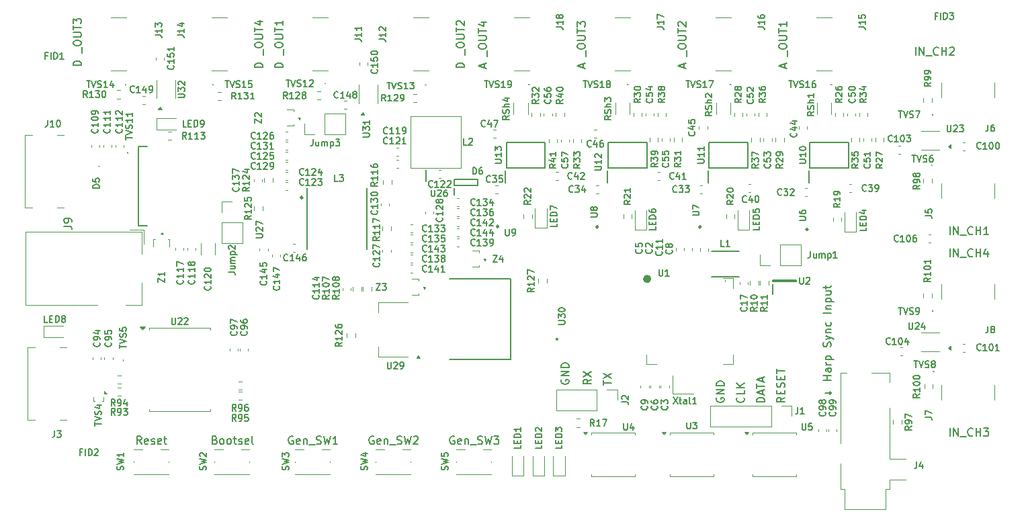
<source format=gbr>
%TF.GenerationSoftware,KiCad,Pcbnew,9.0.0*%
%TF.CreationDate,2025-11-05T20:35:52+03:00*%
%TF.ProjectId,harp.device.quad.dac,68617270-2e64-4657-9669-63652e717561,1.1*%
%TF.SameCoordinates,PX81941e8PY5f5e100*%
%TF.FileFunction,Legend,Top*%
%TF.FilePolarity,Positive*%
%FSLAX46Y46*%
G04 Gerber Fmt 4.6, Leading zero omitted, Abs format (unit mm)*
G04 Created by KiCad (PCBNEW 9.0.0) date 2025-11-05 20:35:52*
%MOMM*%
%LPD*%
G01*
G04 APERTURE LIST*
%ADD10C,0.200000*%
%ADD11C,0.127000*%
%ADD12C,0.150000*%
%ADD13C,0.120000*%
%ADD14C,0.100000*%
%ADD15C,0.254000*%
%ADD16C,0.539246*%
G04 APERTURE END LIST*
D10*
X33075482Y5539162D02*
X32980244Y5586781D01*
X32980244Y5586781D02*
X32837387Y5586781D01*
X32837387Y5586781D02*
X32694530Y5539162D01*
X32694530Y5539162D02*
X32599292Y5443924D01*
X32599292Y5443924D02*
X32551673Y5348686D01*
X32551673Y5348686D02*
X32504054Y5158210D01*
X32504054Y5158210D02*
X32504054Y5015353D01*
X32504054Y5015353D02*
X32551673Y4824877D01*
X32551673Y4824877D02*
X32599292Y4729639D01*
X32599292Y4729639D02*
X32694530Y4634400D01*
X32694530Y4634400D02*
X32837387Y4586781D01*
X32837387Y4586781D02*
X32932625Y4586781D01*
X32932625Y4586781D02*
X33075482Y4634400D01*
X33075482Y4634400D02*
X33123101Y4682020D01*
X33123101Y4682020D02*
X33123101Y5015353D01*
X33123101Y5015353D02*
X32932625Y5015353D01*
X33932625Y4634400D02*
X33837387Y4586781D01*
X33837387Y4586781D02*
X33646911Y4586781D01*
X33646911Y4586781D02*
X33551673Y4634400D01*
X33551673Y4634400D02*
X33504054Y4729639D01*
X33504054Y4729639D02*
X33504054Y5110591D01*
X33504054Y5110591D02*
X33551673Y5205829D01*
X33551673Y5205829D02*
X33646911Y5253448D01*
X33646911Y5253448D02*
X33837387Y5253448D01*
X33837387Y5253448D02*
X33932625Y5205829D01*
X33932625Y5205829D02*
X33980244Y5110591D01*
X33980244Y5110591D02*
X33980244Y5015353D01*
X33980244Y5015353D02*
X33504054Y4920115D01*
X34408816Y5253448D02*
X34408816Y4586781D01*
X34408816Y5158210D02*
X34456435Y5205829D01*
X34456435Y5205829D02*
X34551673Y5253448D01*
X34551673Y5253448D02*
X34694530Y5253448D01*
X34694530Y5253448D02*
X34789768Y5205829D01*
X34789768Y5205829D02*
X34837387Y5110591D01*
X34837387Y5110591D02*
X34837387Y4586781D01*
X35075483Y4491543D02*
X35837387Y4491543D01*
X36027864Y4634400D02*
X36170721Y4586781D01*
X36170721Y4586781D02*
X36408816Y4586781D01*
X36408816Y4586781D02*
X36504054Y4634400D01*
X36504054Y4634400D02*
X36551673Y4682020D01*
X36551673Y4682020D02*
X36599292Y4777258D01*
X36599292Y4777258D02*
X36599292Y4872496D01*
X36599292Y4872496D02*
X36551673Y4967734D01*
X36551673Y4967734D02*
X36504054Y5015353D01*
X36504054Y5015353D02*
X36408816Y5062972D01*
X36408816Y5062972D02*
X36218340Y5110591D01*
X36218340Y5110591D02*
X36123102Y5158210D01*
X36123102Y5158210D02*
X36075483Y5205829D01*
X36075483Y5205829D02*
X36027864Y5301067D01*
X36027864Y5301067D02*
X36027864Y5396305D01*
X36027864Y5396305D02*
X36075483Y5491543D01*
X36075483Y5491543D02*
X36123102Y5539162D01*
X36123102Y5539162D02*
X36218340Y5586781D01*
X36218340Y5586781D02*
X36456435Y5586781D01*
X36456435Y5586781D02*
X36599292Y5539162D01*
X36932626Y5586781D02*
X37170721Y4586781D01*
X37170721Y4586781D02*
X37361197Y5301067D01*
X37361197Y5301067D02*
X37551673Y4586781D01*
X37551673Y4586781D02*
X37789769Y5586781D01*
X38694530Y4586781D02*
X38123102Y4586781D01*
X38408816Y4586781D02*
X38408816Y5586781D01*
X38408816Y5586781D02*
X38313578Y5443924D01*
X38313578Y5443924D02*
X38218340Y5348686D01*
X38218340Y5348686D02*
X38123102Y5301067D01*
X115863673Y28208781D02*
X115863673Y29208781D01*
X116339863Y28208781D02*
X116339863Y29208781D01*
X116339863Y29208781D02*
X116911291Y28208781D01*
X116911291Y28208781D02*
X116911291Y29208781D01*
X117149387Y28113543D02*
X117911291Y28113543D01*
X118720815Y28304020D02*
X118673196Y28256400D01*
X118673196Y28256400D02*
X118530339Y28208781D01*
X118530339Y28208781D02*
X118435101Y28208781D01*
X118435101Y28208781D02*
X118292244Y28256400D01*
X118292244Y28256400D02*
X118197006Y28351639D01*
X118197006Y28351639D02*
X118149387Y28446877D01*
X118149387Y28446877D02*
X118101768Y28637353D01*
X118101768Y28637353D02*
X118101768Y28780210D01*
X118101768Y28780210D02*
X118149387Y28970686D01*
X118149387Y28970686D02*
X118197006Y29065924D01*
X118197006Y29065924D02*
X118292244Y29161162D01*
X118292244Y29161162D02*
X118435101Y29208781D01*
X118435101Y29208781D02*
X118530339Y29208781D01*
X118530339Y29208781D02*
X118673196Y29161162D01*
X118673196Y29161162D02*
X118720815Y29113543D01*
X119149387Y28208781D02*
X119149387Y29208781D01*
X119149387Y28732591D02*
X119720815Y28732591D01*
X119720815Y28208781D02*
X119720815Y29208781D01*
X120625577Y28875448D02*
X120625577Y28208781D01*
X120387482Y29256400D02*
X120149387Y28542115D01*
X120149387Y28542115D02*
X120768434Y28542115D01*
X100121314Y11046626D02*
X100883219Y11046626D01*
X100692742Y11237102D02*
X100883219Y11046626D01*
X100883219Y11046626D02*
X100692742Y10856150D01*
X100883219Y12665674D02*
X99883219Y12665674D01*
X100359409Y12665674D02*
X100359409Y13237102D01*
X100883219Y13237102D02*
X99883219Y13237102D01*
X100883219Y14141864D02*
X100359409Y14141864D01*
X100359409Y14141864D02*
X100264171Y14094245D01*
X100264171Y14094245D02*
X100216552Y13999007D01*
X100216552Y13999007D02*
X100216552Y13808531D01*
X100216552Y13808531D02*
X100264171Y13713293D01*
X100835600Y14141864D02*
X100883219Y14046626D01*
X100883219Y14046626D02*
X100883219Y13808531D01*
X100883219Y13808531D02*
X100835600Y13713293D01*
X100835600Y13713293D02*
X100740361Y13665674D01*
X100740361Y13665674D02*
X100645123Y13665674D01*
X100645123Y13665674D02*
X100549885Y13713293D01*
X100549885Y13713293D02*
X100502266Y13808531D01*
X100502266Y13808531D02*
X100502266Y14046626D01*
X100502266Y14046626D02*
X100454647Y14141864D01*
X100883219Y14618055D02*
X100216552Y14618055D01*
X100407028Y14618055D02*
X100311790Y14665674D01*
X100311790Y14665674D02*
X100264171Y14713293D01*
X100264171Y14713293D02*
X100216552Y14808531D01*
X100216552Y14808531D02*
X100216552Y14903769D01*
X100216552Y15237103D02*
X101216552Y15237103D01*
X100264171Y15237103D02*
X100216552Y15332341D01*
X100216552Y15332341D02*
X100216552Y15522817D01*
X100216552Y15522817D02*
X100264171Y15618055D01*
X100264171Y15618055D02*
X100311790Y15665674D01*
X100311790Y15665674D02*
X100407028Y15713293D01*
X100407028Y15713293D02*
X100692742Y15713293D01*
X100692742Y15713293D02*
X100787980Y15665674D01*
X100787980Y15665674D02*
X100835600Y15618055D01*
X100835600Y15618055D02*
X100883219Y15522817D01*
X100883219Y15522817D02*
X100883219Y15332341D01*
X100883219Y15332341D02*
X100835600Y15237103D01*
X100835600Y16856151D02*
X100883219Y16999008D01*
X100883219Y16999008D02*
X100883219Y17237103D01*
X100883219Y17237103D02*
X100835600Y17332341D01*
X100835600Y17332341D02*
X100787980Y17379960D01*
X100787980Y17379960D02*
X100692742Y17427579D01*
X100692742Y17427579D02*
X100597504Y17427579D01*
X100597504Y17427579D02*
X100502266Y17379960D01*
X100502266Y17379960D02*
X100454647Y17332341D01*
X100454647Y17332341D02*
X100407028Y17237103D01*
X100407028Y17237103D02*
X100359409Y17046627D01*
X100359409Y17046627D02*
X100311790Y16951389D01*
X100311790Y16951389D02*
X100264171Y16903770D01*
X100264171Y16903770D02*
X100168933Y16856151D01*
X100168933Y16856151D02*
X100073695Y16856151D01*
X100073695Y16856151D02*
X99978457Y16903770D01*
X99978457Y16903770D02*
X99930838Y16951389D01*
X99930838Y16951389D02*
X99883219Y17046627D01*
X99883219Y17046627D02*
X99883219Y17284722D01*
X99883219Y17284722D02*
X99930838Y17427579D01*
X100216552Y17760913D02*
X100883219Y17999008D01*
X100216552Y18237103D02*
X100883219Y17999008D01*
X100883219Y17999008D02*
X101121314Y17903770D01*
X101121314Y17903770D02*
X101168933Y17856151D01*
X101168933Y17856151D02*
X101216552Y17760913D01*
X100216552Y18618056D02*
X100883219Y18618056D01*
X100311790Y18618056D02*
X100264171Y18665675D01*
X100264171Y18665675D02*
X100216552Y18760913D01*
X100216552Y18760913D02*
X100216552Y18903770D01*
X100216552Y18903770D02*
X100264171Y18999008D01*
X100264171Y18999008D02*
X100359409Y19046627D01*
X100359409Y19046627D02*
X100883219Y19046627D01*
X100835600Y19951389D02*
X100883219Y19856151D01*
X100883219Y19856151D02*
X100883219Y19665675D01*
X100883219Y19665675D02*
X100835600Y19570437D01*
X100835600Y19570437D02*
X100787980Y19522818D01*
X100787980Y19522818D02*
X100692742Y19475199D01*
X100692742Y19475199D02*
X100407028Y19475199D01*
X100407028Y19475199D02*
X100311790Y19522818D01*
X100311790Y19522818D02*
X100264171Y19570437D01*
X100264171Y19570437D02*
X100216552Y19665675D01*
X100216552Y19665675D02*
X100216552Y19856151D01*
X100216552Y19856151D02*
X100264171Y19951389D01*
X100883219Y21141866D02*
X99883219Y21141866D01*
X100216552Y21618056D02*
X100883219Y21618056D01*
X100311790Y21618056D02*
X100264171Y21665675D01*
X100264171Y21665675D02*
X100216552Y21760913D01*
X100216552Y21760913D02*
X100216552Y21903770D01*
X100216552Y21903770D02*
X100264171Y21999008D01*
X100264171Y21999008D02*
X100359409Y22046627D01*
X100359409Y22046627D02*
X100883219Y22046627D01*
X100216552Y22522818D02*
X101216552Y22522818D01*
X100264171Y22522818D02*
X100216552Y22618056D01*
X100216552Y22618056D02*
X100216552Y22808532D01*
X100216552Y22808532D02*
X100264171Y22903770D01*
X100264171Y22903770D02*
X100311790Y22951389D01*
X100311790Y22951389D02*
X100407028Y22999008D01*
X100407028Y22999008D02*
X100692742Y22999008D01*
X100692742Y22999008D02*
X100787980Y22951389D01*
X100787980Y22951389D02*
X100835600Y22903770D01*
X100835600Y22903770D02*
X100883219Y22808532D01*
X100883219Y22808532D02*
X100883219Y22618056D01*
X100883219Y22618056D02*
X100835600Y22522818D01*
X100216552Y23856151D02*
X100883219Y23856151D01*
X100216552Y23427580D02*
X100740361Y23427580D01*
X100740361Y23427580D02*
X100835600Y23475199D01*
X100835600Y23475199D02*
X100883219Y23570437D01*
X100883219Y23570437D02*
X100883219Y23713294D01*
X100883219Y23713294D02*
X100835600Y23808532D01*
X100835600Y23808532D02*
X100787980Y23856151D01*
X100216552Y24189485D02*
X100216552Y24570437D01*
X99883219Y24332342D02*
X100740361Y24332342D01*
X100740361Y24332342D02*
X100835600Y24379961D01*
X100835600Y24379961D02*
X100883219Y24475199D01*
X100883219Y24475199D02*
X100883219Y24570437D01*
X57163504Y52020055D02*
X57163504Y52496245D01*
X57449219Y51924817D02*
X56449219Y52258150D01*
X56449219Y52258150D02*
X57449219Y52591483D01*
X57544457Y53448626D02*
X57544457Y54210531D01*
X56449219Y54639103D02*
X56449219Y54829579D01*
X56449219Y54829579D02*
X56496838Y54924817D01*
X56496838Y54924817D02*
X56592076Y55020055D01*
X56592076Y55020055D02*
X56782552Y55067674D01*
X56782552Y55067674D02*
X57115885Y55067674D01*
X57115885Y55067674D02*
X57306361Y55020055D01*
X57306361Y55020055D02*
X57401600Y54924817D01*
X57401600Y54924817D02*
X57449219Y54829579D01*
X57449219Y54829579D02*
X57449219Y54639103D01*
X57449219Y54639103D02*
X57401600Y54543865D01*
X57401600Y54543865D02*
X57306361Y54448627D01*
X57306361Y54448627D02*
X57115885Y54401008D01*
X57115885Y54401008D02*
X56782552Y54401008D01*
X56782552Y54401008D02*
X56592076Y54448627D01*
X56592076Y54448627D02*
X56496838Y54543865D01*
X56496838Y54543865D02*
X56449219Y54639103D01*
X56449219Y55496246D02*
X57258742Y55496246D01*
X57258742Y55496246D02*
X57353980Y55543865D01*
X57353980Y55543865D02*
X57401600Y55591484D01*
X57401600Y55591484D02*
X57449219Y55686722D01*
X57449219Y55686722D02*
X57449219Y55877198D01*
X57449219Y55877198D02*
X57401600Y55972436D01*
X57401600Y55972436D02*
X57353980Y56020055D01*
X57353980Y56020055D02*
X57258742Y56067674D01*
X57258742Y56067674D02*
X56449219Y56067674D01*
X56449219Y56401008D02*
X56449219Y56972436D01*
X57449219Y56686722D02*
X56449219Y56686722D01*
X56782552Y57734341D02*
X57449219Y57734341D01*
X56401600Y57496246D02*
X57115885Y57258151D01*
X57115885Y57258151D02*
X57115885Y57877198D01*
X115863673Y5602781D02*
X115863673Y6602781D01*
X116339863Y5602781D02*
X116339863Y6602781D01*
X116339863Y6602781D02*
X116911291Y5602781D01*
X116911291Y5602781D02*
X116911291Y6602781D01*
X117149387Y5507543D02*
X117911291Y5507543D01*
X118720815Y5698020D02*
X118673196Y5650400D01*
X118673196Y5650400D02*
X118530339Y5602781D01*
X118530339Y5602781D02*
X118435101Y5602781D01*
X118435101Y5602781D02*
X118292244Y5650400D01*
X118292244Y5650400D02*
X118197006Y5745639D01*
X118197006Y5745639D02*
X118149387Y5840877D01*
X118149387Y5840877D02*
X118101768Y6031353D01*
X118101768Y6031353D02*
X118101768Y6174210D01*
X118101768Y6174210D02*
X118149387Y6364686D01*
X118149387Y6364686D02*
X118197006Y6459924D01*
X118197006Y6459924D02*
X118292244Y6555162D01*
X118292244Y6555162D02*
X118435101Y6602781D01*
X118435101Y6602781D02*
X118530339Y6602781D01*
X118530339Y6602781D02*
X118673196Y6555162D01*
X118673196Y6555162D02*
X118720815Y6507543D01*
X119149387Y5602781D02*
X119149387Y6602781D01*
X119149387Y6126591D02*
X119720815Y6126591D01*
X119720815Y5602781D02*
X119720815Y6602781D01*
X120101768Y6602781D02*
X120720815Y6602781D01*
X120720815Y6602781D02*
X120387482Y6221829D01*
X120387482Y6221829D02*
X120530339Y6221829D01*
X120530339Y6221829D02*
X120625577Y6174210D01*
X120625577Y6174210D02*
X120673196Y6126591D01*
X120673196Y6126591D02*
X120720815Y6031353D01*
X120720815Y6031353D02*
X120720815Y5793258D01*
X120720815Y5793258D02*
X120673196Y5698020D01*
X120673196Y5698020D02*
X120625577Y5650400D01*
X120625577Y5650400D02*
X120530339Y5602781D01*
X120530339Y5602781D02*
X120244625Y5602781D01*
X120244625Y5602781D02*
X120149387Y5650400D01*
X120149387Y5650400D02*
X120101768Y5698020D01*
X82309504Y52020055D02*
X82309504Y52496245D01*
X82595219Y51924817D02*
X81595219Y52258150D01*
X81595219Y52258150D02*
X82595219Y52591483D01*
X82690457Y53448626D02*
X82690457Y54210531D01*
X81595219Y54639103D02*
X81595219Y54829579D01*
X81595219Y54829579D02*
X81642838Y54924817D01*
X81642838Y54924817D02*
X81738076Y55020055D01*
X81738076Y55020055D02*
X81928552Y55067674D01*
X81928552Y55067674D02*
X82261885Y55067674D01*
X82261885Y55067674D02*
X82452361Y55020055D01*
X82452361Y55020055D02*
X82547600Y54924817D01*
X82547600Y54924817D02*
X82595219Y54829579D01*
X82595219Y54829579D02*
X82595219Y54639103D01*
X82595219Y54639103D02*
X82547600Y54543865D01*
X82547600Y54543865D02*
X82452361Y54448627D01*
X82452361Y54448627D02*
X82261885Y54401008D01*
X82261885Y54401008D02*
X81928552Y54401008D01*
X81928552Y54401008D02*
X81738076Y54448627D01*
X81738076Y54448627D02*
X81642838Y54543865D01*
X81642838Y54543865D02*
X81595219Y54639103D01*
X81595219Y55496246D02*
X82404742Y55496246D01*
X82404742Y55496246D02*
X82499980Y55543865D01*
X82499980Y55543865D02*
X82547600Y55591484D01*
X82547600Y55591484D02*
X82595219Y55686722D01*
X82595219Y55686722D02*
X82595219Y55877198D01*
X82595219Y55877198D02*
X82547600Y55972436D01*
X82547600Y55972436D02*
X82499980Y56020055D01*
X82499980Y56020055D02*
X82404742Y56067674D01*
X82404742Y56067674D02*
X81595219Y56067674D01*
X81595219Y56401008D02*
X81595219Y56972436D01*
X82595219Y56686722D02*
X81595219Y56686722D01*
X81690457Y57258151D02*
X81642838Y57305770D01*
X81642838Y57305770D02*
X81595219Y57401008D01*
X81595219Y57401008D02*
X81595219Y57639103D01*
X81595219Y57639103D02*
X81642838Y57734341D01*
X81642838Y57734341D02*
X81690457Y57781960D01*
X81690457Y57781960D02*
X81785695Y57829579D01*
X81785695Y57829579D02*
X81880933Y57829579D01*
X81880933Y57829579D02*
X82023790Y57781960D01*
X82023790Y57781960D02*
X82595219Y57210532D01*
X82595219Y57210532D02*
X82595219Y57829579D01*
X29255219Y52067674D02*
X28255219Y52067674D01*
X28255219Y52067674D02*
X28255219Y52305769D01*
X28255219Y52305769D02*
X28302838Y52448626D01*
X28302838Y52448626D02*
X28398076Y52543864D01*
X28398076Y52543864D02*
X28493314Y52591483D01*
X28493314Y52591483D02*
X28683790Y52639102D01*
X28683790Y52639102D02*
X28826647Y52639102D01*
X28826647Y52639102D02*
X29017123Y52591483D01*
X29017123Y52591483D02*
X29112361Y52543864D01*
X29112361Y52543864D02*
X29207600Y52448626D01*
X29207600Y52448626D02*
X29255219Y52305769D01*
X29255219Y52305769D02*
X29255219Y52067674D01*
X29350457Y53591483D02*
X29350457Y54353388D01*
X28255219Y54781960D02*
X28255219Y54972436D01*
X28255219Y54972436D02*
X28302838Y55067674D01*
X28302838Y55067674D02*
X28398076Y55162912D01*
X28398076Y55162912D02*
X28588552Y55210531D01*
X28588552Y55210531D02*
X28921885Y55210531D01*
X28921885Y55210531D02*
X29112361Y55162912D01*
X29112361Y55162912D02*
X29207600Y55067674D01*
X29207600Y55067674D02*
X29255219Y54972436D01*
X29255219Y54972436D02*
X29255219Y54781960D01*
X29255219Y54781960D02*
X29207600Y54686722D01*
X29207600Y54686722D02*
X29112361Y54591484D01*
X29112361Y54591484D02*
X28921885Y54543865D01*
X28921885Y54543865D02*
X28588552Y54543865D01*
X28588552Y54543865D02*
X28398076Y54591484D01*
X28398076Y54591484D02*
X28302838Y54686722D01*
X28302838Y54686722D02*
X28255219Y54781960D01*
X28255219Y55639103D02*
X29064742Y55639103D01*
X29064742Y55639103D02*
X29159980Y55686722D01*
X29159980Y55686722D02*
X29207600Y55734341D01*
X29207600Y55734341D02*
X29255219Y55829579D01*
X29255219Y55829579D02*
X29255219Y56020055D01*
X29255219Y56020055D02*
X29207600Y56115293D01*
X29207600Y56115293D02*
X29159980Y56162912D01*
X29159980Y56162912D02*
X29064742Y56210531D01*
X29064742Y56210531D02*
X28255219Y56210531D01*
X28255219Y56543865D02*
X28255219Y57115293D01*
X29255219Y56829579D02*
X28255219Y56829579D01*
X28588552Y57877198D02*
X29255219Y57877198D01*
X28207600Y57639103D02*
X28921885Y57401008D01*
X28921885Y57401008D02*
X28921885Y58020055D01*
X111545673Y53608781D02*
X111545673Y54608781D01*
X112021863Y53608781D02*
X112021863Y54608781D01*
X112021863Y54608781D02*
X112593291Y53608781D01*
X112593291Y53608781D02*
X112593291Y54608781D01*
X112831387Y53513543D02*
X113593291Y53513543D01*
X114402815Y53704020D02*
X114355196Y53656400D01*
X114355196Y53656400D02*
X114212339Y53608781D01*
X114212339Y53608781D02*
X114117101Y53608781D01*
X114117101Y53608781D02*
X113974244Y53656400D01*
X113974244Y53656400D02*
X113879006Y53751639D01*
X113879006Y53751639D02*
X113831387Y53846877D01*
X113831387Y53846877D02*
X113783768Y54037353D01*
X113783768Y54037353D02*
X113783768Y54180210D01*
X113783768Y54180210D02*
X113831387Y54370686D01*
X113831387Y54370686D02*
X113879006Y54465924D01*
X113879006Y54465924D02*
X113974244Y54561162D01*
X113974244Y54561162D02*
X114117101Y54608781D01*
X114117101Y54608781D02*
X114212339Y54608781D01*
X114212339Y54608781D02*
X114355196Y54561162D01*
X114355196Y54561162D02*
X114402815Y54513543D01*
X114831387Y53608781D02*
X114831387Y54608781D01*
X114831387Y54132591D02*
X115402815Y54132591D01*
X115402815Y53608781D02*
X115402815Y54608781D01*
X115831387Y54513543D02*
X115879006Y54561162D01*
X115879006Y54561162D02*
X115974244Y54608781D01*
X115974244Y54608781D02*
X116212339Y54608781D01*
X116212339Y54608781D02*
X116307577Y54561162D01*
X116307577Y54561162D02*
X116355196Y54513543D01*
X116355196Y54513543D02*
X116402815Y54418305D01*
X116402815Y54418305D02*
X116402815Y54323067D01*
X116402815Y54323067D02*
X116355196Y54180210D01*
X116355196Y54180210D02*
X115783768Y53608781D01*
X115783768Y53608781D02*
X116402815Y53608781D01*
X92501219Y9903674D02*
X91501219Y9903674D01*
X91501219Y9903674D02*
X91501219Y10141769D01*
X91501219Y10141769D02*
X91548838Y10284626D01*
X91548838Y10284626D02*
X91644076Y10379864D01*
X91644076Y10379864D02*
X91739314Y10427483D01*
X91739314Y10427483D02*
X91929790Y10475102D01*
X91929790Y10475102D02*
X92072647Y10475102D01*
X92072647Y10475102D02*
X92263123Y10427483D01*
X92263123Y10427483D02*
X92358361Y10379864D01*
X92358361Y10379864D02*
X92453600Y10284626D01*
X92453600Y10284626D02*
X92501219Y10141769D01*
X92501219Y10141769D02*
X92501219Y9903674D01*
X92215504Y10856055D02*
X92215504Y11332245D01*
X92501219Y10760817D02*
X91501219Y11094150D01*
X91501219Y11094150D02*
X92501219Y11427483D01*
X91501219Y11617960D02*
X91501219Y12189388D01*
X92501219Y11903674D02*
X91501219Y11903674D01*
X92215504Y12475103D02*
X92215504Y12951293D01*
X92501219Y12379865D02*
X91501219Y12713198D01*
X91501219Y12713198D02*
X92501219Y13046531D01*
X31795219Y52067674D02*
X30795219Y52067674D01*
X30795219Y52067674D02*
X30795219Y52305769D01*
X30795219Y52305769D02*
X30842838Y52448626D01*
X30842838Y52448626D02*
X30938076Y52543864D01*
X30938076Y52543864D02*
X31033314Y52591483D01*
X31033314Y52591483D02*
X31223790Y52639102D01*
X31223790Y52639102D02*
X31366647Y52639102D01*
X31366647Y52639102D02*
X31557123Y52591483D01*
X31557123Y52591483D02*
X31652361Y52543864D01*
X31652361Y52543864D02*
X31747600Y52448626D01*
X31747600Y52448626D02*
X31795219Y52305769D01*
X31795219Y52305769D02*
X31795219Y52067674D01*
X31890457Y53591483D02*
X31890457Y54353388D01*
X30795219Y54781960D02*
X30795219Y54972436D01*
X30795219Y54972436D02*
X30842838Y55067674D01*
X30842838Y55067674D02*
X30938076Y55162912D01*
X30938076Y55162912D02*
X31128552Y55210531D01*
X31128552Y55210531D02*
X31461885Y55210531D01*
X31461885Y55210531D02*
X31652361Y55162912D01*
X31652361Y55162912D02*
X31747600Y55067674D01*
X31747600Y55067674D02*
X31795219Y54972436D01*
X31795219Y54972436D02*
X31795219Y54781960D01*
X31795219Y54781960D02*
X31747600Y54686722D01*
X31747600Y54686722D02*
X31652361Y54591484D01*
X31652361Y54591484D02*
X31461885Y54543865D01*
X31461885Y54543865D02*
X31128552Y54543865D01*
X31128552Y54543865D02*
X30938076Y54591484D01*
X30938076Y54591484D02*
X30842838Y54686722D01*
X30842838Y54686722D02*
X30795219Y54781960D01*
X30795219Y55639103D02*
X31604742Y55639103D01*
X31604742Y55639103D02*
X31699980Y55686722D01*
X31699980Y55686722D02*
X31747600Y55734341D01*
X31747600Y55734341D02*
X31795219Y55829579D01*
X31795219Y55829579D02*
X31795219Y56020055D01*
X31795219Y56020055D02*
X31747600Y56115293D01*
X31747600Y56115293D02*
X31699980Y56162912D01*
X31699980Y56162912D02*
X31604742Y56210531D01*
X31604742Y56210531D02*
X30795219Y56210531D01*
X30795219Y56543865D02*
X30795219Y57115293D01*
X31795219Y56829579D02*
X30795219Y56829579D01*
X31795219Y57972436D02*
X31795219Y57401008D01*
X31795219Y57686722D02*
X30795219Y57686722D01*
X30795219Y57686722D02*
X30938076Y57591484D01*
X30938076Y57591484D02*
X31033314Y57496246D01*
X31033314Y57496246D02*
X31080933Y57401008D01*
X95009504Y52020055D02*
X95009504Y52496245D01*
X95295219Y51924817D02*
X94295219Y52258150D01*
X94295219Y52258150D02*
X95295219Y52591483D01*
X95390457Y53448626D02*
X95390457Y54210531D01*
X94295219Y54639103D02*
X94295219Y54829579D01*
X94295219Y54829579D02*
X94342838Y54924817D01*
X94342838Y54924817D02*
X94438076Y55020055D01*
X94438076Y55020055D02*
X94628552Y55067674D01*
X94628552Y55067674D02*
X94961885Y55067674D01*
X94961885Y55067674D02*
X95152361Y55020055D01*
X95152361Y55020055D02*
X95247600Y54924817D01*
X95247600Y54924817D02*
X95295219Y54829579D01*
X95295219Y54829579D02*
X95295219Y54639103D01*
X95295219Y54639103D02*
X95247600Y54543865D01*
X95247600Y54543865D02*
X95152361Y54448627D01*
X95152361Y54448627D02*
X94961885Y54401008D01*
X94961885Y54401008D02*
X94628552Y54401008D01*
X94628552Y54401008D02*
X94438076Y54448627D01*
X94438076Y54448627D02*
X94342838Y54543865D01*
X94342838Y54543865D02*
X94295219Y54639103D01*
X94295219Y55496246D02*
X95104742Y55496246D01*
X95104742Y55496246D02*
X95199980Y55543865D01*
X95199980Y55543865D02*
X95247600Y55591484D01*
X95247600Y55591484D02*
X95295219Y55686722D01*
X95295219Y55686722D02*
X95295219Y55877198D01*
X95295219Y55877198D02*
X95247600Y55972436D01*
X95247600Y55972436D02*
X95199980Y56020055D01*
X95199980Y56020055D02*
X95104742Y56067674D01*
X95104742Y56067674D02*
X94295219Y56067674D01*
X94295219Y56401008D02*
X94295219Y56972436D01*
X95295219Y56686722D02*
X94295219Y56686722D01*
X95295219Y57829579D02*
X95295219Y57258151D01*
X95295219Y57543865D02*
X94295219Y57543865D01*
X94295219Y57543865D02*
X94438076Y57448627D01*
X94438076Y57448627D02*
X94533314Y57353389D01*
X94533314Y57353389D02*
X94580933Y57258151D01*
X13981101Y4586781D02*
X13647768Y5062972D01*
X13409673Y4586781D02*
X13409673Y5586781D01*
X13409673Y5586781D02*
X13790625Y5586781D01*
X13790625Y5586781D02*
X13885863Y5539162D01*
X13885863Y5539162D02*
X13933482Y5491543D01*
X13933482Y5491543D02*
X13981101Y5396305D01*
X13981101Y5396305D02*
X13981101Y5253448D01*
X13981101Y5253448D02*
X13933482Y5158210D01*
X13933482Y5158210D02*
X13885863Y5110591D01*
X13885863Y5110591D02*
X13790625Y5062972D01*
X13790625Y5062972D02*
X13409673Y5062972D01*
X14790625Y4634400D02*
X14695387Y4586781D01*
X14695387Y4586781D02*
X14504911Y4586781D01*
X14504911Y4586781D02*
X14409673Y4634400D01*
X14409673Y4634400D02*
X14362054Y4729639D01*
X14362054Y4729639D02*
X14362054Y5110591D01*
X14362054Y5110591D02*
X14409673Y5205829D01*
X14409673Y5205829D02*
X14504911Y5253448D01*
X14504911Y5253448D02*
X14695387Y5253448D01*
X14695387Y5253448D02*
X14790625Y5205829D01*
X14790625Y5205829D02*
X14838244Y5110591D01*
X14838244Y5110591D02*
X14838244Y5015353D01*
X14838244Y5015353D02*
X14362054Y4920115D01*
X15219197Y4634400D02*
X15314435Y4586781D01*
X15314435Y4586781D02*
X15504911Y4586781D01*
X15504911Y4586781D02*
X15600149Y4634400D01*
X15600149Y4634400D02*
X15647768Y4729639D01*
X15647768Y4729639D02*
X15647768Y4777258D01*
X15647768Y4777258D02*
X15600149Y4872496D01*
X15600149Y4872496D02*
X15504911Y4920115D01*
X15504911Y4920115D02*
X15362054Y4920115D01*
X15362054Y4920115D02*
X15266816Y4967734D01*
X15266816Y4967734D02*
X15219197Y5062972D01*
X15219197Y5062972D02*
X15219197Y5110591D01*
X15219197Y5110591D02*
X15266816Y5205829D01*
X15266816Y5205829D02*
X15362054Y5253448D01*
X15362054Y5253448D02*
X15504911Y5253448D01*
X15504911Y5253448D02*
X15600149Y5205829D01*
X16457292Y4634400D02*
X16362054Y4586781D01*
X16362054Y4586781D02*
X16171578Y4586781D01*
X16171578Y4586781D02*
X16076340Y4634400D01*
X16076340Y4634400D02*
X16028721Y4729639D01*
X16028721Y4729639D02*
X16028721Y5110591D01*
X16028721Y5110591D02*
X16076340Y5205829D01*
X16076340Y5205829D02*
X16171578Y5253448D01*
X16171578Y5253448D02*
X16362054Y5253448D01*
X16362054Y5253448D02*
X16457292Y5205829D01*
X16457292Y5205829D02*
X16504911Y5110591D01*
X16504911Y5110591D02*
X16504911Y5015353D01*
X16504911Y5015353D02*
X16028721Y4920115D01*
X16790626Y5253448D02*
X17171578Y5253448D01*
X16933483Y5586781D02*
X16933483Y4729639D01*
X16933483Y4729639D02*
X16981102Y4634400D01*
X16981102Y4634400D02*
X17076340Y4586781D01*
X17076340Y4586781D02*
X17171578Y4586781D01*
X23233006Y5110591D02*
X23375863Y5062972D01*
X23375863Y5062972D02*
X23423482Y5015353D01*
X23423482Y5015353D02*
X23471101Y4920115D01*
X23471101Y4920115D02*
X23471101Y4777258D01*
X23471101Y4777258D02*
X23423482Y4682020D01*
X23423482Y4682020D02*
X23375863Y4634400D01*
X23375863Y4634400D02*
X23280625Y4586781D01*
X23280625Y4586781D02*
X22899673Y4586781D01*
X22899673Y4586781D02*
X22899673Y5586781D01*
X22899673Y5586781D02*
X23233006Y5586781D01*
X23233006Y5586781D02*
X23328244Y5539162D01*
X23328244Y5539162D02*
X23375863Y5491543D01*
X23375863Y5491543D02*
X23423482Y5396305D01*
X23423482Y5396305D02*
X23423482Y5301067D01*
X23423482Y5301067D02*
X23375863Y5205829D01*
X23375863Y5205829D02*
X23328244Y5158210D01*
X23328244Y5158210D02*
X23233006Y5110591D01*
X23233006Y5110591D02*
X22899673Y5110591D01*
X24042530Y4586781D02*
X23947292Y4634400D01*
X23947292Y4634400D02*
X23899673Y4682020D01*
X23899673Y4682020D02*
X23852054Y4777258D01*
X23852054Y4777258D02*
X23852054Y5062972D01*
X23852054Y5062972D02*
X23899673Y5158210D01*
X23899673Y5158210D02*
X23947292Y5205829D01*
X23947292Y5205829D02*
X24042530Y5253448D01*
X24042530Y5253448D02*
X24185387Y5253448D01*
X24185387Y5253448D02*
X24280625Y5205829D01*
X24280625Y5205829D02*
X24328244Y5158210D01*
X24328244Y5158210D02*
X24375863Y5062972D01*
X24375863Y5062972D02*
X24375863Y4777258D01*
X24375863Y4777258D02*
X24328244Y4682020D01*
X24328244Y4682020D02*
X24280625Y4634400D01*
X24280625Y4634400D02*
X24185387Y4586781D01*
X24185387Y4586781D02*
X24042530Y4586781D01*
X24947292Y4586781D02*
X24852054Y4634400D01*
X24852054Y4634400D02*
X24804435Y4682020D01*
X24804435Y4682020D02*
X24756816Y4777258D01*
X24756816Y4777258D02*
X24756816Y5062972D01*
X24756816Y5062972D02*
X24804435Y5158210D01*
X24804435Y5158210D02*
X24852054Y5205829D01*
X24852054Y5205829D02*
X24947292Y5253448D01*
X24947292Y5253448D02*
X25090149Y5253448D01*
X25090149Y5253448D02*
X25185387Y5205829D01*
X25185387Y5205829D02*
X25233006Y5158210D01*
X25233006Y5158210D02*
X25280625Y5062972D01*
X25280625Y5062972D02*
X25280625Y4777258D01*
X25280625Y4777258D02*
X25233006Y4682020D01*
X25233006Y4682020D02*
X25185387Y4634400D01*
X25185387Y4634400D02*
X25090149Y4586781D01*
X25090149Y4586781D02*
X24947292Y4586781D01*
X25566340Y5253448D02*
X25947292Y5253448D01*
X25709197Y5586781D02*
X25709197Y4729639D01*
X25709197Y4729639D02*
X25756816Y4634400D01*
X25756816Y4634400D02*
X25852054Y4586781D01*
X25852054Y4586781D02*
X25947292Y4586781D01*
X26233007Y4634400D02*
X26328245Y4586781D01*
X26328245Y4586781D02*
X26518721Y4586781D01*
X26518721Y4586781D02*
X26613959Y4634400D01*
X26613959Y4634400D02*
X26661578Y4729639D01*
X26661578Y4729639D02*
X26661578Y4777258D01*
X26661578Y4777258D02*
X26613959Y4872496D01*
X26613959Y4872496D02*
X26518721Y4920115D01*
X26518721Y4920115D02*
X26375864Y4920115D01*
X26375864Y4920115D02*
X26280626Y4967734D01*
X26280626Y4967734D02*
X26233007Y5062972D01*
X26233007Y5062972D02*
X26233007Y5110591D01*
X26233007Y5110591D02*
X26280626Y5205829D01*
X26280626Y5205829D02*
X26375864Y5253448D01*
X26375864Y5253448D02*
X26518721Y5253448D01*
X26518721Y5253448D02*
X26613959Y5205829D01*
X27471102Y4634400D02*
X27375864Y4586781D01*
X27375864Y4586781D02*
X27185388Y4586781D01*
X27185388Y4586781D02*
X27090150Y4634400D01*
X27090150Y4634400D02*
X27042531Y4729639D01*
X27042531Y4729639D02*
X27042531Y5110591D01*
X27042531Y5110591D02*
X27090150Y5205829D01*
X27090150Y5205829D02*
X27185388Y5253448D01*
X27185388Y5253448D02*
X27375864Y5253448D01*
X27375864Y5253448D02*
X27471102Y5205829D01*
X27471102Y5205829D02*
X27518721Y5110591D01*
X27518721Y5110591D02*
X27518721Y5015353D01*
X27518721Y5015353D02*
X27042531Y4920115D01*
X28090150Y4586781D02*
X27994912Y4634400D01*
X27994912Y4634400D02*
X27947293Y4729639D01*
X27947293Y4729639D02*
X27947293Y5586781D01*
X54655219Y52067674D02*
X53655219Y52067674D01*
X53655219Y52067674D02*
X53655219Y52305769D01*
X53655219Y52305769D02*
X53702838Y52448626D01*
X53702838Y52448626D02*
X53798076Y52543864D01*
X53798076Y52543864D02*
X53893314Y52591483D01*
X53893314Y52591483D02*
X54083790Y52639102D01*
X54083790Y52639102D02*
X54226647Y52639102D01*
X54226647Y52639102D02*
X54417123Y52591483D01*
X54417123Y52591483D02*
X54512361Y52543864D01*
X54512361Y52543864D02*
X54607600Y52448626D01*
X54607600Y52448626D02*
X54655219Y52305769D01*
X54655219Y52305769D02*
X54655219Y52067674D01*
X54750457Y53591483D02*
X54750457Y54353388D01*
X53655219Y54781960D02*
X53655219Y54972436D01*
X53655219Y54972436D02*
X53702838Y55067674D01*
X53702838Y55067674D02*
X53798076Y55162912D01*
X53798076Y55162912D02*
X53988552Y55210531D01*
X53988552Y55210531D02*
X54321885Y55210531D01*
X54321885Y55210531D02*
X54512361Y55162912D01*
X54512361Y55162912D02*
X54607600Y55067674D01*
X54607600Y55067674D02*
X54655219Y54972436D01*
X54655219Y54972436D02*
X54655219Y54781960D01*
X54655219Y54781960D02*
X54607600Y54686722D01*
X54607600Y54686722D02*
X54512361Y54591484D01*
X54512361Y54591484D02*
X54321885Y54543865D01*
X54321885Y54543865D02*
X53988552Y54543865D01*
X53988552Y54543865D02*
X53798076Y54591484D01*
X53798076Y54591484D02*
X53702838Y54686722D01*
X53702838Y54686722D02*
X53655219Y54781960D01*
X53655219Y55639103D02*
X54464742Y55639103D01*
X54464742Y55639103D02*
X54559980Y55686722D01*
X54559980Y55686722D02*
X54607600Y55734341D01*
X54607600Y55734341D02*
X54655219Y55829579D01*
X54655219Y55829579D02*
X54655219Y56020055D01*
X54655219Y56020055D02*
X54607600Y56115293D01*
X54607600Y56115293D02*
X54559980Y56162912D01*
X54559980Y56162912D02*
X54464742Y56210531D01*
X54464742Y56210531D02*
X53655219Y56210531D01*
X53655219Y56543865D02*
X53655219Y57115293D01*
X54655219Y56829579D02*
X53655219Y56829579D01*
X53750457Y57401008D02*
X53702838Y57448627D01*
X53702838Y57448627D02*
X53655219Y57543865D01*
X53655219Y57543865D02*
X53655219Y57781960D01*
X53655219Y57781960D02*
X53702838Y57877198D01*
X53702838Y57877198D02*
X53750457Y57924817D01*
X53750457Y57924817D02*
X53845695Y57972436D01*
X53845695Y57972436D02*
X53940933Y57972436D01*
X53940933Y57972436D02*
X54083790Y57924817D01*
X54083790Y57924817D02*
X54655219Y57353389D01*
X54655219Y57353389D02*
X54655219Y57972436D01*
X70657219Y12761102D02*
X70181028Y12427769D01*
X70657219Y12189674D02*
X69657219Y12189674D01*
X69657219Y12189674D02*
X69657219Y12570626D01*
X69657219Y12570626D02*
X69704838Y12665864D01*
X69704838Y12665864D02*
X69752457Y12713483D01*
X69752457Y12713483D02*
X69847695Y12761102D01*
X69847695Y12761102D02*
X69990552Y12761102D01*
X69990552Y12761102D02*
X70085790Y12713483D01*
X70085790Y12713483D02*
X70133409Y12665864D01*
X70133409Y12665864D02*
X70181028Y12570626D01*
X70181028Y12570626D02*
X70181028Y12189674D01*
X69657219Y13094436D02*
X70657219Y13761102D01*
X69657219Y13761102D02*
X70657219Y13094436D01*
X95041219Y10475102D02*
X94565028Y10141769D01*
X95041219Y9903674D02*
X94041219Y9903674D01*
X94041219Y9903674D02*
X94041219Y10284626D01*
X94041219Y10284626D02*
X94088838Y10379864D01*
X94088838Y10379864D02*
X94136457Y10427483D01*
X94136457Y10427483D02*
X94231695Y10475102D01*
X94231695Y10475102D02*
X94374552Y10475102D01*
X94374552Y10475102D02*
X94469790Y10427483D01*
X94469790Y10427483D02*
X94517409Y10379864D01*
X94517409Y10379864D02*
X94565028Y10284626D01*
X94565028Y10284626D02*
X94565028Y9903674D01*
X94517409Y10903674D02*
X94517409Y11237007D01*
X95041219Y11379864D02*
X95041219Y10903674D01*
X95041219Y10903674D02*
X94041219Y10903674D01*
X94041219Y10903674D02*
X94041219Y11379864D01*
X94993600Y11760817D02*
X95041219Y11903674D01*
X95041219Y11903674D02*
X95041219Y12141769D01*
X95041219Y12141769D02*
X94993600Y12237007D01*
X94993600Y12237007D02*
X94945980Y12284626D01*
X94945980Y12284626D02*
X94850742Y12332245D01*
X94850742Y12332245D02*
X94755504Y12332245D01*
X94755504Y12332245D02*
X94660266Y12284626D01*
X94660266Y12284626D02*
X94612647Y12237007D01*
X94612647Y12237007D02*
X94565028Y12141769D01*
X94565028Y12141769D02*
X94517409Y11951293D01*
X94517409Y11951293D02*
X94469790Y11856055D01*
X94469790Y11856055D02*
X94422171Y11808436D01*
X94422171Y11808436D02*
X94326933Y11760817D01*
X94326933Y11760817D02*
X94231695Y11760817D01*
X94231695Y11760817D02*
X94136457Y11808436D01*
X94136457Y11808436D02*
X94088838Y11856055D01*
X94088838Y11856055D02*
X94041219Y11951293D01*
X94041219Y11951293D02*
X94041219Y12189388D01*
X94041219Y12189388D02*
X94088838Y12332245D01*
X94517409Y12760817D02*
X94517409Y13094150D01*
X95041219Y13237007D02*
X95041219Y12760817D01*
X95041219Y12760817D02*
X94041219Y12760817D01*
X94041219Y12760817D02*
X94041219Y13237007D01*
X94041219Y13522722D02*
X94041219Y14094150D01*
X95041219Y13808436D02*
X94041219Y13808436D01*
X43235482Y5539162D02*
X43140244Y5586781D01*
X43140244Y5586781D02*
X42997387Y5586781D01*
X42997387Y5586781D02*
X42854530Y5539162D01*
X42854530Y5539162D02*
X42759292Y5443924D01*
X42759292Y5443924D02*
X42711673Y5348686D01*
X42711673Y5348686D02*
X42664054Y5158210D01*
X42664054Y5158210D02*
X42664054Y5015353D01*
X42664054Y5015353D02*
X42711673Y4824877D01*
X42711673Y4824877D02*
X42759292Y4729639D01*
X42759292Y4729639D02*
X42854530Y4634400D01*
X42854530Y4634400D02*
X42997387Y4586781D01*
X42997387Y4586781D02*
X43092625Y4586781D01*
X43092625Y4586781D02*
X43235482Y4634400D01*
X43235482Y4634400D02*
X43283101Y4682020D01*
X43283101Y4682020D02*
X43283101Y5015353D01*
X43283101Y5015353D02*
X43092625Y5015353D01*
X44092625Y4634400D02*
X43997387Y4586781D01*
X43997387Y4586781D02*
X43806911Y4586781D01*
X43806911Y4586781D02*
X43711673Y4634400D01*
X43711673Y4634400D02*
X43664054Y4729639D01*
X43664054Y4729639D02*
X43664054Y5110591D01*
X43664054Y5110591D02*
X43711673Y5205829D01*
X43711673Y5205829D02*
X43806911Y5253448D01*
X43806911Y5253448D02*
X43997387Y5253448D01*
X43997387Y5253448D02*
X44092625Y5205829D01*
X44092625Y5205829D02*
X44140244Y5110591D01*
X44140244Y5110591D02*
X44140244Y5015353D01*
X44140244Y5015353D02*
X43664054Y4920115D01*
X44568816Y5253448D02*
X44568816Y4586781D01*
X44568816Y5158210D02*
X44616435Y5205829D01*
X44616435Y5205829D02*
X44711673Y5253448D01*
X44711673Y5253448D02*
X44854530Y5253448D01*
X44854530Y5253448D02*
X44949768Y5205829D01*
X44949768Y5205829D02*
X44997387Y5110591D01*
X44997387Y5110591D02*
X44997387Y4586781D01*
X45235483Y4491543D02*
X45997387Y4491543D01*
X46187864Y4634400D02*
X46330721Y4586781D01*
X46330721Y4586781D02*
X46568816Y4586781D01*
X46568816Y4586781D02*
X46664054Y4634400D01*
X46664054Y4634400D02*
X46711673Y4682020D01*
X46711673Y4682020D02*
X46759292Y4777258D01*
X46759292Y4777258D02*
X46759292Y4872496D01*
X46759292Y4872496D02*
X46711673Y4967734D01*
X46711673Y4967734D02*
X46664054Y5015353D01*
X46664054Y5015353D02*
X46568816Y5062972D01*
X46568816Y5062972D02*
X46378340Y5110591D01*
X46378340Y5110591D02*
X46283102Y5158210D01*
X46283102Y5158210D02*
X46235483Y5205829D01*
X46235483Y5205829D02*
X46187864Y5301067D01*
X46187864Y5301067D02*
X46187864Y5396305D01*
X46187864Y5396305D02*
X46235483Y5491543D01*
X46235483Y5491543D02*
X46283102Y5539162D01*
X46283102Y5539162D02*
X46378340Y5586781D01*
X46378340Y5586781D02*
X46616435Y5586781D01*
X46616435Y5586781D02*
X46759292Y5539162D01*
X47092626Y5586781D02*
X47330721Y4586781D01*
X47330721Y4586781D02*
X47521197Y5301067D01*
X47521197Y5301067D02*
X47711673Y4586781D01*
X47711673Y4586781D02*
X47949769Y5586781D01*
X48283102Y5491543D02*
X48330721Y5539162D01*
X48330721Y5539162D02*
X48425959Y5586781D01*
X48425959Y5586781D02*
X48664054Y5586781D01*
X48664054Y5586781D02*
X48759292Y5539162D01*
X48759292Y5539162D02*
X48806911Y5491543D01*
X48806911Y5491543D02*
X48854530Y5396305D01*
X48854530Y5396305D02*
X48854530Y5301067D01*
X48854530Y5301067D02*
X48806911Y5158210D01*
X48806911Y5158210D02*
X48235483Y4586781D01*
X48235483Y4586781D02*
X48854530Y4586781D01*
X66910838Y12713483D02*
X66863219Y12618245D01*
X66863219Y12618245D02*
X66863219Y12475388D01*
X66863219Y12475388D02*
X66910838Y12332531D01*
X66910838Y12332531D02*
X67006076Y12237293D01*
X67006076Y12237293D02*
X67101314Y12189674D01*
X67101314Y12189674D02*
X67291790Y12142055D01*
X67291790Y12142055D02*
X67434647Y12142055D01*
X67434647Y12142055D02*
X67625123Y12189674D01*
X67625123Y12189674D02*
X67720361Y12237293D01*
X67720361Y12237293D02*
X67815600Y12332531D01*
X67815600Y12332531D02*
X67863219Y12475388D01*
X67863219Y12475388D02*
X67863219Y12570626D01*
X67863219Y12570626D02*
X67815600Y12713483D01*
X67815600Y12713483D02*
X67767980Y12761102D01*
X67767980Y12761102D02*
X67434647Y12761102D01*
X67434647Y12761102D02*
X67434647Y12570626D01*
X67863219Y13189674D02*
X66863219Y13189674D01*
X66863219Y13189674D02*
X67863219Y13761102D01*
X67863219Y13761102D02*
X66863219Y13761102D01*
X67863219Y14237293D02*
X66863219Y14237293D01*
X66863219Y14237293D02*
X66863219Y14475388D01*
X66863219Y14475388D02*
X66910838Y14618245D01*
X66910838Y14618245D02*
X67006076Y14713483D01*
X67006076Y14713483D02*
X67101314Y14761102D01*
X67101314Y14761102D02*
X67291790Y14808721D01*
X67291790Y14808721D02*
X67434647Y14808721D01*
X67434647Y14808721D02*
X67625123Y14761102D01*
X67625123Y14761102D02*
X67720361Y14713483D01*
X67720361Y14713483D02*
X67815600Y14618245D01*
X67815600Y14618245D02*
X67863219Y14475388D01*
X67863219Y14475388D02*
X67863219Y14237293D01*
X6395219Y52321674D02*
X5395219Y52321674D01*
X5395219Y52321674D02*
X5395219Y52559769D01*
X5395219Y52559769D02*
X5442838Y52702626D01*
X5442838Y52702626D02*
X5538076Y52797864D01*
X5538076Y52797864D02*
X5633314Y52845483D01*
X5633314Y52845483D02*
X5823790Y52893102D01*
X5823790Y52893102D02*
X5966647Y52893102D01*
X5966647Y52893102D02*
X6157123Y52845483D01*
X6157123Y52845483D02*
X6252361Y52797864D01*
X6252361Y52797864D02*
X6347600Y52702626D01*
X6347600Y52702626D02*
X6395219Y52559769D01*
X6395219Y52559769D02*
X6395219Y52321674D01*
X6490457Y53845483D02*
X6490457Y54607388D01*
X5395219Y55035960D02*
X5395219Y55226436D01*
X5395219Y55226436D02*
X5442838Y55321674D01*
X5442838Y55321674D02*
X5538076Y55416912D01*
X5538076Y55416912D02*
X5728552Y55464531D01*
X5728552Y55464531D02*
X6061885Y55464531D01*
X6061885Y55464531D02*
X6252361Y55416912D01*
X6252361Y55416912D02*
X6347600Y55321674D01*
X6347600Y55321674D02*
X6395219Y55226436D01*
X6395219Y55226436D02*
X6395219Y55035960D01*
X6395219Y55035960D02*
X6347600Y54940722D01*
X6347600Y54940722D02*
X6252361Y54845484D01*
X6252361Y54845484D02*
X6061885Y54797865D01*
X6061885Y54797865D02*
X5728552Y54797865D01*
X5728552Y54797865D02*
X5538076Y54845484D01*
X5538076Y54845484D02*
X5442838Y54940722D01*
X5442838Y54940722D02*
X5395219Y55035960D01*
X5395219Y55893103D02*
X6204742Y55893103D01*
X6204742Y55893103D02*
X6299980Y55940722D01*
X6299980Y55940722D02*
X6347600Y55988341D01*
X6347600Y55988341D02*
X6395219Y56083579D01*
X6395219Y56083579D02*
X6395219Y56274055D01*
X6395219Y56274055D02*
X6347600Y56369293D01*
X6347600Y56369293D02*
X6299980Y56416912D01*
X6299980Y56416912D02*
X6204742Y56464531D01*
X6204742Y56464531D02*
X5395219Y56464531D01*
X5395219Y56797865D02*
X5395219Y57369293D01*
X6395219Y57083579D02*
X5395219Y57083579D01*
X5395219Y57607389D02*
X5395219Y58226436D01*
X5395219Y58226436D02*
X5776171Y57893103D01*
X5776171Y57893103D02*
X5776171Y58035960D01*
X5776171Y58035960D02*
X5823790Y58131198D01*
X5823790Y58131198D02*
X5871409Y58178817D01*
X5871409Y58178817D02*
X5966647Y58226436D01*
X5966647Y58226436D02*
X6204742Y58226436D01*
X6204742Y58226436D02*
X6299980Y58178817D01*
X6299980Y58178817D02*
X6347600Y58131198D01*
X6347600Y58131198D02*
X6395219Y58035960D01*
X6395219Y58035960D02*
X6395219Y57750246D01*
X6395219Y57750246D02*
X6347600Y57655008D01*
X6347600Y57655008D02*
X6299980Y57607389D01*
X89865980Y10475102D02*
X89913600Y10427483D01*
X89913600Y10427483D02*
X89961219Y10284626D01*
X89961219Y10284626D02*
X89961219Y10189388D01*
X89961219Y10189388D02*
X89913600Y10046531D01*
X89913600Y10046531D02*
X89818361Y9951293D01*
X89818361Y9951293D02*
X89723123Y9903674D01*
X89723123Y9903674D02*
X89532647Y9856055D01*
X89532647Y9856055D02*
X89389790Y9856055D01*
X89389790Y9856055D02*
X89199314Y9903674D01*
X89199314Y9903674D02*
X89104076Y9951293D01*
X89104076Y9951293D02*
X89008838Y10046531D01*
X89008838Y10046531D02*
X88961219Y10189388D01*
X88961219Y10189388D02*
X88961219Y10284626D01*
X88961219Y10284626D02*
X89008838Y10427483D01*
X89008838Y10427483D02*
X89056457Y10475102D01*
X89961219Y11379864D02*
X89961219Y10903674D01*
X89961219Y10903674D02*
X88961219Y10903674D01*
X89961219Y11713198D02*
X88961219Y11713198D01*
X89961219Y12284626D02*
X89389790Y11856055D01*
X88961219Y12284626D02*
X89532647Y11713198D01*
X115863673Y31002781D02*
X115863673Y32002781D01*
X116339863Y31002781D02*
X116339863Y32002781D01*
X116339863Y32002781D02*
X116911291Y31002781D01*
X116911291Y31002781D02*
X116911291Y32002781D01*
X117149387Y30907543D02*
X117911291Y30907543D01*
X118720815Y31098020D02*
X118673196Y31050400D01*
X118673196Y31050400D02*
X118530339Y31002781D01*
X118530339Y31002781D02*
X118435101Y31002781D01*
X118435101Y31002781D02*
X118292244Y31050400D01*
X118292244Y31050400D02*
X118197006Y31145639D01*
X118197006Y31145639D02*
X118149387Y31240877D01*
X118149387Y31240877D02*
X118101768Y31431353D01*
X118101768Y31431353D02*
X118101768Y31574210D01*
X118101768Y31574210D02*
X118149387Y31764686D01*
X118149387Y31764686D02*
X118197006Y31859924D01*
X118197006Y31859924D02*
X118292244Y31955162D01*
X118292244Y31955162D02*
X118435101Y32002781D01*
X118435101Y32002781D02*
X118530339Y32002781D01*
X118530339Y32002781D02*
X118673196Y31955162D01*
X118673196Y31955162D02*
X118720815Y31907543D01*
X119149387Y31002781D02*
X119149387Y32002781D01*
X119149387Y31526591D02*
X119720815Y31526591D01*
X119720815Y31002781D02*
X119720815Y32002781D01*
X120720815Y31002781D02*
X120149387Y31002781D01*
X120435101Y31002781D02*
X120435101Y32002781D01*
X120435101Y32002781D02*
X120339863Y31859924D01*
X120339863Y31859924D02*
X120244625Y31764686D01*
X120244625Y31764686D02*
X120149387Y31717067D01*
X72197219Y12046817D02*
X72197219Y12618245D01*
X73197219Y12332531D02*
X72197219Y12332531D01*
X72197219Y12856341D02*
X73197219Y13523007D01*
X72197219Y13523007D02*
X73197219Y12856341D01*
X69609504Y52020055D02*
X69609504Y52496245D01*
X69895219Y51924817D02*
X68895219Y52258150D01*
X68895219Y52258150D02*
X69895219Y52591483D01*
X69990457Y53448626D02*
X69990457Y54210531D01*
X68895219Y54639103D02*
X68895219Y54829579D01*
X68895219Y54829579D02*
X68942838Y54924817D01*
X68942838Y54924817D02*
X69038076Y55020055D01*
X69038076Y55020055D02*
X69228552Y55067674D01*
X69228552Y55067674D02*
X69561885Y55067674D01*
X69561885Y55067674D02*
X69752361Y55020055D01*
X69752361Y55020055D02*
X69847600Y54924817D01*
X69847600Y54924817D02*
X69895219Y54829579D01*
X69895219Y54829579D02*
X69895219Y54639103D01*
X69895219Y54639103D02*
X69847600Y54543865D01*
X69847600Y54543865D02*
X69752361Y54448627D01*
X69752361Y54448627D02*
X69561885Y54401008D01*
X69561885Y54401008D02*
X69228552Y54401008D01*
X69228552Y54401008D02*
X69038076Y54448627D01*
X69038076Y54448627D02*
X68942838Y54543865D01*
X68942838Y54543865D02*
X68895219Y54639103D01*
X68895219Y55496246D02*
X69704742Y55496246D01*
X69704742Y55496246D02*
X69799980Y55543865D01*
X69799980Y55543865D02*
X69847600Y55591484D01*
X69847600Y55591484D02*
X69895219Y55686722D01*
X69895219Y55686722D02*
X69895219Y55877198D01*
X69895219Y55877198D02*
X69847600Y55972436D01*
X69847600Y55972436D02*
X69799980Y56020055D01*
X69799980Y56020055D02*
X69704742Y56067674D01*
X69704742Y56067674D02*
X68895219Y56067674D01*
X68895219Y56401008D02*
X68895219Y56972436D01*
X69895219Y56686722D02*
X68895219Y56686722D01*
X68895219Y57210532D02*
X68895219Y57829579D01*
X68895219Y57829579D02*
X69276171Y57496246D01*
X69276171Y57496246D02*
X69276171Y57639103D01*
X69276171Y57639103D02*
X69323790Y57734341D01*
X69323790Y57734341D02*
X69371409Y57781960D01*
X69371409Y57781960D02*
X69466647Y57829579D01*
X69466647Y57829579D02*
X69704742Y57829579D01*
X69704742Y57829579D02*
X69799980Y57781960D01*
X69799980Y57781960D02*
X69847600Y57734341D01*
X69847600Y57734341D02*
X69895219Y57639103D01*
X69895219Y57639103D02*
X69895219Y57353389D01*
X69895219Y57353389D02*
X69847600Y57258151D01*
X69847600Y57258151D02*
X69799980Y57210532D01*
X86468838Y10427483D02*
X86421219Y10332245D01*
X86421219Y10332245D02*
X86421219Y10189388D01*
X86421219Y10189388D02*
X86468838Y10046531D01*
X86468838Y10046531D02*
X86564076Y9951293D01*
X86564076Y9951293D02*
X86659314Y9903674D01*
X86659314Y9903674D02*
X86849790Y9856055D01*
X86849790Y9856055D02*
X86992647Y9856055D01*
X86992647Y9856055D02*
X87183123Y9903674D01*
X87183123Y9903674D02*
X87278361Y9951293D01*
X87278361Y9951293D02*
X87373600Y10046531D01*
X87373600Y10046531D02*
X87421219Y10189388D01*
X87421219Y10189388D02*
X87421219Y10284626D01*
X87421219Y10284626D02*
X87373600Y10427483D01*
X87373600Y10427483D02*
X87325980Y10475102D01*
X87325980Y10475102D02*
X86992647Y10475102D01*
X86992647Y10475102D02*
X86992647Y10284626D01*
X87421219Y10903674D02*
X86421219Y10903674D01*
X86421219Y10903674D02*
X87421219Y11475102D01*
X87421219Y11475102D02*
X86421219Y11475102D01*
X87421219Y11951293D02*
X86421219Y11951293D01*
X86421219Y11951293D02*
X86421219Y12189388D01*
X86421219Y12189388D02*
X86468838Y12332245D01*
X86468838Y12332245D02*
X86564076Y12427483D01*
X86564076Y12427483D02*
X86659314Y12475102D01*
X86659314Y12475102D02*
X86849790Y12522721D01*
X86849790Y12522721D02*
X86992647Y12522721D01*
X86992647Y12522721D02*
X87183123Y12475102D01*
X87183123Y12475102D02*
X87278361Y12427483D01*
X87278361Y12427483D02*
X87373600Y12332245D01*
X87373600Y12332245D02*
X87421219Y12189388D01*
X87421219Y12189388D02*
X87421219Y11951293D01*
X53395482Y5539162D02*
X53300244Y5586781D01*
X53300244Y5586781D02*
X53157387Y5586781D01*
X53157387Y5586781D02*
X53014530Y5539162D01*
X53014530Y5539162D02*
X52919292Y5443924D01*
X52919292Y5443924D02*
X52871673Y5348686D01*
X52871673Y5348686D02*
X52824054Y5158210D01*
X52824054Y5158210D02*
X52824054Y5015353D01*
X52824054Y5015353D02*
X52871673Y4824877D01*
X52871673Y4824877D02*
X52919292Y4729639D01*
X52919292Y4729639D02*
X53014530Y4634400D01*
X53014530Y4634400D02*
X53157387Y4586781D01*
X53157387Y4586781D02*
X53252625Y4586781D01*
X53252625Y4586781D02*
X53395482Y4634400D01*
X53395482Y4634400D02*
X53443101Y4682020D01*
X53443101Y4682020D02*
X53443101Y5015353D01*
X53443101Y5015353D02*
X53252625Y5015353D01*
X54252625Y4634400D02*
X54157387Y4586781D01*
X54157387Y4586781D02*
X53966911Y4586781D01*
X53966911Y4586781D02*
X53871673Y4634400D01*
X53871673Y4634400D02*
X53824054Y4729639D01*
X53824054Y4729639D02*
X53824054Y5110591D01*
X53824054Y5110591D02*
X53871673Y5205829D01*
X53871673Y5205829D02*
X53966911Y5253448D01*
X53966911Y5253448D02*
X54157387Y5253448D01*
X54157387Y5253448D02*
X54252625Y5205829D01*
X54252625Y5205829D02*
X54300244Y5110591D01*
X54300244Y5110591D02*
X54300244Y5015353D01*
X54300244Y5015353D02*
X53824054Y4920115D01*
X54728816Y5253448D02*
X54728816Y4586781D01*
X54728816Y5158210D02*
X54776435Y5205829D01*
X54776435Y5205829D02*
X54871673Y5253448D01*
X54871673Y5253448D02*
X55014530Y5253448D01*
X55014530Y5253448D02*
X55109768Y5205829D01*
X55109768Y5205829D02*
X55157387Y5110591D01*
X55157387Y5110591D02*
X55157387Y4586781D01*
X55395483Y4491543D02*
X56157387Y4491543D01*
X56347864Y4634400D02*
X56490721Y4586781D01*
X56490721Y4586781D02*
X56728816Y4586781D01*
X56728816Y4586781D02*
X56824054Y4634400D01*
X56824054Y4634400D02*
X56871673Y4682020D01*
X56871673Y4682020D02*
X56919292Y4777258D01*
X56919292Y4777258D02*
X56919292Y4872496D01*
X56919292Y4872496D02*
X56871673Y4967734D01*
X56871673Y4967734D02*
X56824054Y5015353D01*
X56824054Y5015353D02*
X56728816Y5062972D01*
X56728816Y5062972D02*
X56538340Y5110591D01*
X56538340Y5110591D02*
X56443102Y5158210D01*
X56443102Y5158210D02*
X56395483Y5205829D01*
X56395483Y5205829D02*
X56347864Y5301067D01*
X56347864Y5301067D02*
X56347864Y5396305D01*
X56347864Y5396305D02*
X56395483Y5491543D01*
X56395483Y5491543D02*
X56443102Y5539162D01*
X56443102Y5539162D02*
X56538340Y5586781D01*
X56538340Y5586781D02*
X56776435Y5586781D01*
X56776435Y5586781D02*
X56919292Y5539162D01*
X57252626Y5586781D02*
X57490721Y4586781D01*
X57490721Y4586781D02*
X57681197Y5301067D01*
X57681197Y5301067D02*
X57871673Y4586781D01*
X57871673Y4586781D02*
X58109769Y5586781D01*
X58395483Y5586781D02*
X59014530Y5586781D01*
X59014530Y5586781D02*
X58681197Y5205829D01*
X58681197Y5205829D02*
X58824054Y5205829D01*
X58824054Y5205829D02*
X58919292Y5158210D01*
X58919292Y5158210D02*
X58966911Y5110591D01*
X58966911Y5110591D02*
X59014530Y5015353D01*
X59014530Y5015353D02*
X59014530Y4777258D01*
X59014530Y4777258D02*
X58966911Y4682020D01*
X58966911Y4682020D02*
X58919292Y4634400D01*
X58919292Y4634400D02*
X58824054Y4586781D01*
X58824054Y4586781D02*
X58538340Y4586781D01*
X58538340Y4586781D02*
X58443102Y4634400D01*
X58443102Y4634400D02*
X58395483Y4682020D01*
D11*
X61761412Y4433439D02*
X61761412Y4046391D01*
X61761412Y4046391D02*
X60948612Y4046391D01*
X61335660Y4704372D02*
X61335660Y4975306D01*
X61761412Y5091420D02*
X61761412Y4704372D01*
X61761412Y4704372D02*
X60948612Y4704372D01*
X60948612Y4704372D02*
X60948612Y5091420D01*
X61761412Y5439762D02*
X60948612Y5439762D01*
X60948612Y5439762D02*
X60948612Y5633286D01*
X60948612Y5633286D02*
X60987317Y5749400D01*
X60987317Y5749400D02*
X61064727Y5826810D01*
X61064727Y5826810D02*
X61142136Y5865515D01*
X61142136Y5865515D02*
X61296955Y5904219D01*
X61296955Y5904219D02*
X61413069Y5904219D01*
X61413069Y5904219D02*
X61567888Y5865515D01*
X61567888Y5865515D02*
X61645298Y5826810D01*
X61645298Y5826810D02*
X61722708Y5749400D01*
X61722708Y5749400D02*
X61761412Y5633286D01*
X61761412Y5633286D02*
X61761412Y5439762D01*
X61761412Y6678315D02*
X61761412Y6213858D01*
X61761412Y6446086D02*
X60948612Y6446086D01*
X60948612Y6446086D02*
X61064727Y6368677D01*
X61064727Y6368677D02*
X61142136Y6291267D01*
X61142136Y6291267D02*
X61180841Y6213858D01*
X2138438Y19950588D02*
X1751390Y19950588D01*
X1751390Y19950588D02*
X1751390Y20763388D01*
X2409371Y20376340D02*
X2680305Y20376340D01*
X2796419Y19950588D02*
X2409371Y19950588D01*
X2409371Y19950588D02*
X2409371Y20763388D01*
X2409371Y20763388D02*
X2796419Y20763388D01*
X3144761Y19950588D02*
X3144761Y20763388D01*
X3144761Y20763388D02*
X3338285Y20763388D01*
X3338285Y20763388D02*
X3454399Y20724683D01*
X3454399Y20724683D02*
X3531809Y20647273D01*
X3531809Y20647273D02*
X3570514Y20569864D01*
X3570514Y20569864D02*
X3609218Y20415045D01*
X3609218Y20415045D02*
X3609218Y20298931D01*
X3609218Y20298931D02*
X3570514Y20144112D01*
X3570514Y20144112D02*
X3531809Y20066702D01*
X3531809Y20066702D02*
X3454399Y19989292D01*
X3454399Y19989292D02*
X3338285Y19950588D01*
X3338285Y19950588D02*
X3144761Y19950588D01*
X4073676Y20415045D02*
X3996266Y20453750D01*
X3996266Y20453750D02*
X3957561Y20492454D01*
X3957561Y20492454D02*
X3918857Y20569864D01*
X3918857Y20569864D02*
X3918857Y20608569D01*
X3918857Y20608569D02*
X3957561Y20685978D01*
X3957561Y20685978D02*
X3996266Y20724683D01*
X3996266Y20724683D02*
X4073676Y20763388D01*
X4073676Y20763388D02*
X4228495Y20763388D01*
X4228495Y20763388D02*
X4305904Y20724683D01*
X4305904Y20724683D02*
X4344609Y20685978D01*
X4344609Y20685978D02*
X4383314Y20608569D01*
X4383314Y20608569D02*
X4383314Y20569864D01*
X4383314Y20569864D02*
X4344609Y20492454D01*
X4344609Y20492454D02*
X4305904Y20453750D01*
X4305904Y20453750D02*
X4228495Y20415045D01*
X4228495Y20415045D02*
X4073676Y20415045D01*
X4073676Y20415045D02*
X3996266Y20376340D01*
X3996266Y20376340D02*
X3957561Y20337635D01*
X3957561Y20337635D02*
X3918857Y20260226D01*
X3918857Y20260226D02*
X3918857Y20105407D01*
X3918857Y20105407D02*
X3957561Y20027997D01*
X3957561Y20027997D02*
X3996266Y19989292D01*
X3996266Y19989292D02*
X4073676Y19950588D01*
X4073676Y19950588D02*
X4228495Y19950588D01*
X4228495Y19950588D02*
X4305904Y19989292D01*
X4305904Y19989292D02*
X4344609Y20027997D01*
X4344609Y20027997D02*
X4383314Y20105407D01*
X4383314Y20105407D02*
X4383314Y20260226D01*
X4383314Y20260226D02*
X4344609Y20337635D01*
X4344609Y20337635D02*
X4305904Y20376340D01*
X4305904Y20376340D02*
X4228495Y20415045D01*
X91860412Y31992439D02*
X91860412Y31605391D01*
X91860412Y31605391D02*
X91047612Y31605391D01*
X91434660Y32263372D02*
X91434660Y32534306D01*
X91860412Y32650420D02*
X91860412Y32263372D01*
X91860412Y32263372D02*
X91047612Y32263372D01*
X91047612Y32263372D02*
X91047612Y32650420D01*
X91860412Y32998762D02*
X91047612Y32998762D01*
X91047612Y32998762D02*
X91047612Y33192286D01*
X91047612Y33192286D02*
X91086317Y33308400D01*
X91086317Y33308400D02*
X91163727Y33385810D01*
X91163727Y33385810D02*
X91241136Y33424515D01*
X91241136Y33424515D02*
X91395955Y33463219D01*
X91395955Y33463219D02*
X91512069Y33463219D01*
X91512069Y33463219D02*
X91666888Y33424515D01*
X91666888Y33424515D02*
X91744298Y33385810D01*
X91744298Y33385810D02*
X91821708Y33308400D01*
X91821708Y33308400D02*
X91860412Y33192286D01*
X91860412Y33192286D02*
X91860412Y32998762D01*
X91047612Y34198610D02*
X91047612Y33811562D01*
X91047612Y33811562D02*
X91434660Y33772858D01*
X91434660Y33772858D02*
X91395955Y33811562D01*
X91395955Y33811562D02*
X91357250Y33888972D01*
X91357250Y33888972D02*
X91357250Y34082496D01*
X91357250Y34082496D02*
X91395955Y34159905D01*
X91395955Y34159905D02*
X91434660Y34198610D01*
X91434660Y34198610D02*
X91512069Y34237315D01*
X91512069Y34237315D02*
X91705593Y34237315D01*
X91705593Y34237315D02*
X91783003Y34198610D01*
X91783003Y34198610D02*
X91821708Y34159905D01*
X91821708Y34159905D02*
X91860412Y34082496D01*
X91860412Y34082496D02*
X91860412Y33888972D01*
X91860412Y33888972D02*
X91821708Y33811562D01*
X91821708Y33811562D02*
X91783003Y33772858D01*
X66968412Y4433439D02*
X66968412Y4046391D01*
X66968412Y4046391D02*
X66155612Y4046391D01*
X66542660Y4704372D02*
X66542660Y4975306D01*
X66968412Y5091420D02*
X66968412Y4704372D01*
X66968412Y4704372D02*
X66155612Y4704372D01*
X66155612Y4704372D02*
X66155612Y5091420D01*
X66968412Y5439762D02*
X66155612Y5439762D01*
X66155612Y5439762D02*
X66155612Y5633286D01*
X66155612Y5633286D02*
X66194317Y5749400D01*
X66194317Y5749400D02*
X66271727Y5826810D01*
X66271727Y5826810D02*
X66349136Y5865515D01*
X66349136Y5865515D02*
X66503955Y5904219D01*
X66503955Y5904219D02*
X66620069Y5904219D01*
X66620069Y5904219D02*
X66774888Y5865515D01*
X66774888Y5865515D02*
X66852298Y5826810D01*
X66852298Y5826810D02*
X66929708Y5749400D01*
X66929708Y5749400D02*
X66968412Y5633286D01*
X66968412Y5633286D02*
X66968412Y5439762D01*
X66155612Y6175153D02*
X66155612Y6678315D01*
X66155612Y6678315D02*
X66465250Y6407381D01*
X66465250Y6407381D02*
X66465250Y6523496D01*
X66465250Y6523496D02*
X66503955Y6600905D01*
X66503955Y6600905D02*
X66542660Y6639610D01*
X66542660Y6639610D02*
X66620069Y6678315D01*
X66620069Y6678315D02*
X66813593Y6678315D01*
X66813593Y6678315D02*
X66891003Y6639610D01*
X66891003Y6639610D02*
X66929708Y6600905D01*
X66929708Y6600905D02*
X66968412Y6523496D01*
X66968412Y6523496D02*
X66968412Y6291267D01*
X66968412Y6291267D02*
X66929708Y6213858D01*
X66929708Y6213858D02*
X66891003Y6175153D01*
X66333412Y32373439D02*
X66333412Y31986391D01*
X66333412Y31986391D02*
X65520612Y31986391D01*
X65907660Y32644372D02*
X65907660Y32915306D01*
X66333412Y33031420D02*
X66333412Y32644372D01*
X66333412Y32644372D02*
X65520612Y32644372D01*
X65520612Y32644372D02*
X65520612Y33031420D01*
X66333412Y33379762D02*
X65520612Y33379762D01*
X65520612Y33379762D02*
X65520612Y33573286D01*
X65520612Y33573286D02*
X65559317Y33689400D01*
X65559317Y33689400D02*
X65636727Y33766810D01*
X65636727Y33766810D02*
X65714136Y33805515D01*
X65714136Y33805515D02*
X65868955Y33844219D01*
X65868955Y33844219D02*
X65985069Y33844219D01*
X65985069Y33844219D02*
X66139888Y33805515D01*
X66139888Y33805515D02*
X66217298Y33766810D01*
X66217298Y33766810D02*
X66294708Y33689400D01*
X66294708Y33689400D02*
X66333412Y33573286D01*
X66333412Y33573286D02*
X66333412Y33379762D01*
X65520612Y34115153D02*
X65520612Y34657019D01*
X65520612Y34657019D02*
X66333412Y34308677D01*
X64428412Y4433439D02*
X64428412Y4046391D01*
X64428412Y4046391D02*
X63615612Y4046391D01*
X64002660Y4704372D02*
X64002660Y4975306D01*
X64428412Y5091420D02*
X64428412Y4704372D01*
X64428412Y4704372D02*
X63615612Y4704372D01*
X63615612Y4704372D02*
X63615612Y5091420D01*
X64428412Y5439762D02*
X63615612Y5439762D01*
X63615612Y5439762D02*
X63615612Y5633286D01*
X63615612Y5633286D02*
X63654317Y5749400D01*
X63654317Y5749400D02*
X63731727Y5826810D01*
X63731727Y5826810D02*
X63809136Y5865515D01*
X63809136Y5865515D02*
X63963955Y5904219D01*
X63963955Y5904219D02*
X64080069Y5904219D01*
X64080069Y5904219D02*
X64234888Y5865515D01*
X64234888Y5865515D02*
X64312298Y5826810D01*
X64312298Y5826810D02*
X64389708Y5749400D01*
X64389708Y5749400D02*
X64428412Y5633286D01*
X64428412Y5633286D02*
X64428412Y5439762D01*
X63693022Y6213858D02*
X63654317Y6252562D01*
X63654317Y6252562D02*
X63615612Y6329972D01*
X63615612Y6329972D02*
X63615612Y6523496D01*
X63615612Y6523496D02*
X63654317Y6600905D01*
X63654317Y6600905D02*
X63693022Y6639610D01*
X63693022Y6639610D02*
X63770431Y6678315D01*
X63770431Y6678315D02*
X63847841Y6678315D01*
X63847841Y6678315D02*
X63963955Y6639610D01*
X63963955Y6639610D02*
X64428412Y6175153D01*
X64428412Y6175153D02*
X64428412Y6678315D01*
X19616438Y44588588D02*
X19229390Y44588588D01*
X19229390Y44588588D02*
X19229390Y45401388D01*
X19887371Y45014340D02*
X20158305Y45014340D01*
X20274419Y44588588D02*
X19887371Y44588588D01*
X19887371Y44588588D02*
X19887371Y45401388D01*
X19887371Y45401388D02*
X20274419Y45401388D01*
X20622761Y44588588D02*
X20622761Y45401388D01*
X20622761Y45401388D02*
X20816285Y45401388D01*
X20816285Y45401388D02*
X20932399Y45362683D01*
X20932399Y45362683D02*
X21009809Y45285273D01*
X21009809Y45285273D02*
X21048514Y45207864D01*
X21048514Y45207864D02*
X21087218Y45053045D01*
X21087218Y45053045D02*
X21087218Y44936931D01*
X21087218Y44936931D02*
X21048514Y44782112D01*
X21048514Y44782112D02*
X21009809Y44704702D01*
X21009809Y44704702D02*
X20932399Y44627292D01*
X20932399Y44627292D02*
X20816285Y44588588D01*
X20816285Y44588588D02*
X20622761Y44588588D01*
X21474266Y44588588D02*
X21629085Y44588588D01*
X21629085Y44588588D02*
X21706495Y44627292D01*
X21706495Y44627292D02*
X21745199Y44665997D01*
X21745199Y44665997D02*
X21822609Y44782112D01*
X21822609Y44782112D02*
X21861314Y44936931D01*
X21861314Y44936931D02*
X21861314Y45246569D01*
X21861314Y45246569D02*
X21822609Y45323978D01*
X21822609Y45323978D02*
X21783904Y45362683D01*
X21783904Y45362683D02*
X21706495Y45401388D01*
X21706495Y45401388D02*
X21551676Y45401388D01*
X21551676Y45401388D02*
X21474266Y45362683D01*
X21474266Y45362683D02*
X21435561Y45323978D01*
X21435561Y45323978D02*
X21396857Y45246569D01*
X21396857Y45246569D02*
X21396857Y45053045D01*
X21396857Y45053045D02*
X21435561Y44975635D01*
X21435561Y44975635D02*
X21474266Y44936931D01*
X21474266Y44936931D02*
X21551676Y44898226D01*
X21551676Y44898226D02*
X21706495Y44898226D01*
X21706495Y44898226D02*
X21783904Y44936931D01*
X21783904Y44936931D02*
X21822609Y44975635D01*
X21822609Y44975635D02*
X21861314Y45053045D01*
X78779412Y31992439D02*
X78779412Y31605391D01*
X78779412Y31605391D02*
X77966612Y31605391D01*
X78353660Y32263372D02*
X78353660Y32534306D01*
X78779412Y32650420D02*
X78779412Y32263372D01*
X78779412Y32263372D02*
X77966612Y32263372D01*
X77966612Y32263372D02*
X77966612Y32650420D01*
X78779412Y32998762D02*
X77966612Y32998762D01*
X77966612Y32998762D02*
X77966612Y33192286D01*
X77966612Y33192286D02*
X78005317Y33308400D01*
X78005317Y33308400D02*
X78082727Y33385810D01*
X78082727Y33385810D02*
X78160136Y33424515D01*
X78160136Y33424515D02*
X78314955Y33463219D01*
X78314955Y33463219D02*
X78431069Y33463219D01*
X78431069Y33463219D02*
X78585888Y33424515D01*
X78585888Y33424515D02*
X78663298Y33385810D01*
X78663298Y33385810D02*
X78740708Y33308400D01*
X78740708Y33308400D02*
X78779412Y33192286D01*
X78779412Y33192286D02*
X78779412Y32998762D01*
X77966612Y34159905D02*
X77966612Y34005086D01*
X77966612Y34005086D02*
X78005317Y33927677D01*
X78005317Y33927677D02*
X78044022Y33888972D01*
X78044022Y33888972D02*
X78160136Y33811562D01*
X78160136Y33811562D02*
X78314955Y33772858D01*
X78314955Y33772858D02*
X78624593Y33772858D01*
X78624593Y33772858D02*
X78702003Y33811562D01*
X78702003Y33811562D02*
X78740708Y33850267D01*
X78740708Y33850267D02*
X78779412Y33927677D01*
X78779412Y33927677D02*
X78779412Y34082496D01*
X78779412Y34082496D02*
X78740708Y34159905D01*
X78740708Y34159905D02*
X78702003Y34198610D01*
X78702003Y34198610D02*
X78624593Y34237315D01*
X78624593Y34237315D02*
X78431069Y34237315D01*
X78431069Y34237315D02*
X78353660Y34198610D01*
X78353660Y34198610D02*
X78314955Y34159905D01*
X78314955Y34159905D02*
X78276250Y34082496D01*
X78276250Y34082496D02*
X78276250Y33927677D01*
X78276250Y33927677D02*
X78314955Y33850267D01*
X78314955Y33850267D02*
X78353660Y33811562D01*
X78353660Y33811562D02*
X78431069Y33772858D01*
X105322412Y31865439D02*
X105322412Y31478391D01*
X105322412Y31478391D02*
X104509612Y31478391D01*
X104896660Y32136372D02*
X104896660Y32407306D01*
X105322412Y32523420D02*
X105322412Y32136372D01*
X105322412Y32136372D02*
X104509612Y32136372D01*
X104509612Y32136372D02*
X104509612Y32523420D01*
X105322412Y32871762D02*
X104509612Y32871762D01*
X104509612Y32871762D02*
X104509612Y33065286D01*
X104509612Y33065286D02*
X104548317Y33181400D01*
X104548317Y33181400D02*
X104625727Y33258810D01*
X104625727Y33258810D02*
X104703136Y33297515D01*
X104703136Y33297515D02*
X104857955Y33336219D01*
X104857955Y33336219D02*
X104974069Y33336219D01*
X104974069Y33336219D02*
X105128888Y33297515D01*
X105128888Y33297515D02*
X105206298Y33258810D01*
X105206298Y33258810D02*
X105283708Y33181400D01*
X105283708Y33181400D02*
X105322412Y33065286D01*
X105322412Y33065286D02*
X105322412Y32871762D01*
X104780546Y34032905D02*
X105322412Y34032905D01*
X104470908Y33839381D02*
X105051479Y33645858D01*
X105051479Y33645858D02*
X105051479Y34149019D01*
X43538019Y24827388D02*
X44079885Y24827388D01*
X44079885Y24827388D02*
X43538019Y24014588D01*
X43538019Y24014588D02*
X44079885Y24014588D01*
X44312114Y24827388D02*
X44815276Y24827388D01*
X44815276Y24827388D02*
X44544342Y24517750D01*
X44544342Y24517750D02*
X44660457Y24517750D01*
X44660457Y24517750D02*
X44737866Y24479045D01*
X44737866Y24479045D02*
X44776571Y24440340D01*
X44776571Y24440340D02*
X44815276Y24362931D01*
X44815276Y24362931D02*
X44815276Y24169407D01*
X44815276Y24169407D02*
X44776571Y24091997D01*
X44776571Y24091997D02*
X44737866Y24053292D01*
X44737866Y24053292D02*
X44660457Y24014588D01*
X44660457Y24014588D02*
X44428228Y24014588D01*
X44428228Y24014588D02*
X44350819Y24053292D01*
X44350819Y24053292D02*
X44312114Y24091997D01*
X35586810Y42997388D02*
X35586810Y42416816D01*
X35586810Y42416816D02*
X35548105Y42300702D01*
X35548105Y42300702D02*
X35470696Y42223292D01*
X35470696Y42223292D02*
X35354581Y42184588D01*
X35354581Y42184588D02*
X35277172Y42184588D01*
X36322200Y42726454D02*
X36322200Y42184588D01*
X35973857Y42726454D02*
X35973857Y42300702D01*
X35973857Y42300702D02*
X36012562Y42223292D01*
X36012562Y42223292D02*
X36089972Y42184588D01*
X36089972Y42184588D02*
X36206086Y42184588D01*
X36206086Y42184588D02*
X36283495Y42223292D01*
X36283495Y42223292D02*
X36322200Y42261997D01*
X36709247Y42184588D02*
X36709247Y42726454D01*
X36709247Y42649045D02*
X36747952Y42687750D01*
X36747952Y42687750D02*
X36825362Y42726454D01*
X36825362Y42726454D02*
X36941476Y42726454D01*
X36941476Y42726454D02*
X37018885Y42687750D01*
X37018885Y42687750D02*
X37057590Y42610340D01*
X37057590Y42610340D02*
X37057590Y42184588D01*
X37057590Y42610340D02*
X37096295Y42687750D01*
X37096295Y42687750D02*
X37173704Y42726454D01*
X37173704Y42726454D02*
X37289819Y42726454D01*
X37289819Y42726454D02*
X37367228Y42687750D01*
X37367228Y42687750D02*
X37405933Y42610340D01*
X37405933Y42610340D02*
X37405933Y42184588D01*
X37792980Y42726454D02*
X37792980Y41913654D01*
X37792980Y42687750D02*
X37870390Y42726454D01*
X37870390Y42726454D02*
X38025209Y42726454D01*
X38025209Y42726454D02*
X38102618Y42687750D01*
X38102618Y42687750D02*
X38141323Y42649045D01*
X38141323Y42649045D02*
X38180028Y42571635D01*
X38180028Y42571635D02*
X38180028Y42339407D01*
X38180028Y42339407D02*
X38141323Y42261997D01*
X38141323Y42261997D02*
X38102618Y42223292D01*
X38102618Y42223292D02*
X38025209Y42184588D01*
X38025209Y42184588D02*
X37870390Y42184588D01*
X37870390Y42184588D02*
X37792980Y42223292D01*
X38450961Y42997388D02*
X38954123Y42997388D01*
X38954123Y42997388D02*
X38683189Y42687750D01*
X38683189Y42687750D02*
X38799304Y42687750D01*
X38799304Y42687750D02*
X38876713Y42649045D01*
X38876713Y42649045D02*
X38915418Y42610340D01*
X38915418Y42610340D02*
X38954123Y42532931D01*
X38954123Y42532931D02*
X38954123Y42339407D01*
X38954123Y42339407D02*
X38915418Y42261997D01*
X38915418Y42261997D02*
X38876713Y42223292D01*
X38876713Y42223292D02*
X38799304Y42184588D01*
X38799304Y42184588D02*
X38567075Y42184588D01*
X38567075Y42184588D02*
X38489666Y42223292D01*
X38489666Y42223292D02*
X38450961Y42261997D01*
X81003220Y10485388D02*
X81545086Y9672588D01*
X81545086Y10485388D02*
X81003220Y9672588D01*
X81738610Y10214454D02*
X82048248Y10214454D01*
X81854724Y10485388D02*
X81854724Y9788702D01*
X81854724Y9788702D02*
X81893429Y9711292D01*
X81893429Y9711292D02*
X81970839Y9672588D01*
X81970839Y9672588D02*
X82048248Y9672588D01*
X82667524Y9672588D02*
X82667524Y10098340D01*
X82667524Y10098340D02*
X82628819Y10175750D01*
X82628819Y10175750D02*
X82551410Y10214454D01*
X82551410Y10214454D02*
X82396591Y10214454D01*
X82396591Y10214454D02*
X82319181Y10175750D01*
X82667524Y9711292D02*
X82590115Y9672588D01*
X82590115Y9672588D02*
X82396591Y9672588D01*
X82396591Y9672588D02*
X82319181Y9711292D01*
X82319181Y9711292D02*
X82280477Y9788702D01*
X82280477Y9788702D02*
X82280477Y9866112D01*
X82280477Y9866112D02*
X82319181Y9943521D01*
X82319181Y9943521D02*
X82396591Y9982226D01*
X82396591Y9982226D02*
X82590115Y9982226D01*
X82590115Y9982226D02*
X82667524Y10020931D01*
X83170686Y9672588D02*
X83093276Y9711292D01*
X83093276Y9711292D02*
X83054571Y9788702D01*
X83054571Y9788702D02*
X83054571Y10485388D01*
X83906076Y9672588D02*
X83441619Y9672588D01*
X83673847Y9672588D02*
X83673847Y10485388D01*
X83673847Y10485388D02*
X83596438Y10369273D01*
X83596438Y10369273D02*
X83519028Y10291864D01*
X83519028Y10291864D02*
X83441619Y10253159D01*
X22098708Y1338268D02*
X22137412Y1454382D01*
X22137412Y1454382D02*
X22137412Y1647906D01*
X22137412Y1647906D02*
X22098708Y1725315D01*
X22098708Y1725315D02*
X22060003Y1764020D01*
X22060003Y1764020D02*
X21982593Y1802725D01*
X21982593Y1802725D02*
X21905184Y1802725D01*
X21905184Y1802725D02*
X21827774Y1764020D01*
X21827774Y1764020D02*
X21789069Y1725315D01*
X21789069Y1725315D02*
X21750365Y1647906D01*
X21750365Y1647906D02*
X21711660Y1493087D01*
X21711660Y1493087D02*
X21672955Y1415677D01*
X21672955Y1415677D02*
X21634250Y1376972D01*
X21634250Y1376972D02*
X21556841Y1338268D01*
X21556841Y1338268D02*
X21479431Y1338268D01*
X21479431Y1338268D02*
X21402022Y1376972D01*
X21402022Y1376972D02*
X21363317Y1415677D01*
X21363317Y1415677D02*
X21324612Y1493087D01*
X21324612Y1493087D02*
X21324612Y1686610D01*
X21324612Y1686610D02*
X21363317Y1802725D01*
X21324612Y2073658D02*
X22137412Y2267182D01*
X22137412Y2267182D02*
X21556841Y2422001D01*
X21556841Y2422001D02*
X22137412Y2576820D01*
X22137412Y2576820D02*
X21324612Y2770343D01*
X21402022Y3041277D02*
X21363317Y3079981D01*
X21363317Y3079981D02*
X21324612Y3157391D01*
X21324612Y3157391D02*
X21324612Y3350915D01*
X21324612Y3350915D02*
X21363317Y3428324D01*
X21363317Y3428324D02*
X21402022Y3467029D01*
X21402022Y3467029D02*
X21479431Y3505734D01*
X21479431Y3505734D02*
X21556841Y3505734D01*
X21556841Y3505734D02*
X21672955Y3467029D01*
X21672955Y3467029D02*
X22137412Y3002572D01*
X22137412Y3002572D02*
X22137412Y3505734D01*
X58270019Y28383388D02*
X58811885Y28383388D01*
X58811885Y28383388D02*
X58270019Y27570588D01*
X58270019Y27570588D02*
X58811885Y27570588D01*
X59469866Y28112454D02*
X59469866Y27570588D01*
X59276342Y28422092D02*
X59082819Y27841521D01*
X59082819Y27841521D02*
X59585980Y27841521D01*
X92825412Y21829486D02*
X92438365Y21558553D01*
X92825412Y21365029D02*
X92012612Y21365029D01*
X92012612Y21365029D02*
X92012612Y21674667D01*
X92012612Y21674667D02*
X92051317Y21752077D01*
X92051317Y21752077D02*
X92090022Y21790782D01*
X92090022Y21790782D02*
X92167431Y21829486D01*
X92167431Y21829486D02*
X92283546Y21829486D01*
X92283546Y21829486D02*
X92360955Y21790782D01*
X92360955Y21790782D02*
X92399660Y21752077D01*
X92399660Y21752077D02*
X92438365Y21674667D01*
X92438365Y21674667D02*
X92438365Y21365029D01*
X92825412Y22603582D02*
X92825412Y22139125D01*
X92825412Y22371353D02*
X92012612Y22371353D01*
X92012612Y22371353D02*
X92128727Y22293944D01*
X92128727Y22293944D02*
X92206136Y22216534D01*
X92206136Y22216534D02*
X92244841Y22139125D01*
X92825412Y23377677D02*
X92825412Y22913220D01*
X92825412Y23145448D02*
X92012612Y23145448D01*
X92012612Y23145448D02*
X92128727Y23068039D01*
X92128727Y23068039D02*
X92206136Y22990629D01*
X92206136Y22990629D02*
X92244841Y22913220D01*
X67095412Y48000486D02*
X66708365Y47729553D01*
X67095412Y47536029D02*
X66282612Y47536029D01*
X66282612Y47536029D02*
X66282612Y47845667D01*
X66282612Y47845667D02*
X66321317Y47923077D01*
X66321317Y47923077D02*
X66360022Y47961782D01*
X66360022Y47961782D02*
X66437431Y48000486D01*
X66437431Y48000486D02*
X66553546Y48000486D01*
X66553546Y48000486D02*
X66630955Y47961782D01*
X66630955Y47961782D02*
X66669660Y47923077D01*
X66669660Y47923077D02*
X66708365Y47845667D01*
X66708365Y47845667D02*
X66708365Y47536029D01*
X66553546Y48697172D02*
X67095412Y48697172D01*
X66243908Y48503648D02*
X66824479Y48310125D01*
X66824479Y48310125D02*
X66824479Y48813286D01*
X66282612Y49277743D02*
X66282612Y49355153D01*
X66282612Y49355153D02*
X66321317Y49432562D01*
X66321317Y49432562D02*
X66360022Y49471267D01*
X66360022Y49471267D02*
X66437431Y49509972D01*
X66437431Y49509972D02*
X66592250Y49548677D01*
X66592250Y49548677D02*
X66785774Y49548677D01*
X66785774Y49548677D02*
X66940593Y49509972D01*
X66940593Y49509972D02*
X67018003Y49471267D01*
X67018003Y49471267D02*
X67056708Y49432562D01*
X67056708Y49432562D02*
X67095412Y49355153D01*
X67095412Y49355153D02*
X67095412Y49277743D01*
X67095412Y49277743D02*
X67056708Y49200334D01*
X67056708Y49200334D02*
X67018003Y49161629D01*
X67018003Y49161629D02*
X66940593Y49122924D01*
X66940593Y49122924D02*
X66785774Y49084220D01*
X66785774Y49084220D02*
X66592250Y49084220D01*
X66592250Y49084220D02*
X66437431Y49122924D01*
X66437431Y49122924D02*
X66360022Y49161629D01*
X66360022Y49161629D02*
X66321317Y49200334D01*
X66321317Y49200334D02*
X66282612Y49277743D01*
X113399412Y25506439D02*
X113012365Y25235506D01*
X113399412Y25041982D02*
X112586612Y25041982D01*
X112586612Y25041982D02*
X112586612Y25351620D01*
X112586612Y25351620D02*
X112625317Y25429030D01*
X112625317Y25429030D02*
X112664022Y25467735D01*
X112664022Y25467735D02*
X112741431Y25506439D01*
X112741431Y25506439D02*
X112857546Y25506439D01*
X112857546Y25506439D02*
X112934955Y25467735D01*
X112934955Y25467735D02*
X112973660Y25429030D01*
X112973660Y25429030D02*
X113012365Y25351620D01*
X113012365Y25351620D02*
X113012365Y25041982D01*
X113399412Y26280535D02*
X113399412Y25816078D01*
X113399412Y26048306D02*
X112586612Y26048306D01*
X112586612Y26048306D02*
X112702727Y25970897D01*
X112702727Y25970897D02*
X112780136Y25893487D01*
X112780136Y25893487D02*
X112818841Y25816078D01*
X112586612Y26783696D02*
X112586612Y26861106D01*
X112586612Y26861106D02*
X112625317Y26938515D01*
X112625317Y26938515D02*
X112664022Y26977220D01*
X112664022Y26977220D02*
X112741431Y27015925D01*
X112741431Y27015925D02*
X112896250Y27054630D01*
X112896250Y27054630D02*
X113089774Y27054630D01*
X113089774Y27054630D02*
X113244593Y27015925D01*
X113244593Y27015925D02*
X113322003Y26977220D01*
X113322003Y26977220D02*
X113360708Y26938515D01*
X113360708Y26938515D02*
X113399412Y26861106D01*
X113399412Y26861106D02*
X113399412Y26783696D01*
X113399412Y26783696D02*
X113360708Y26706287D01*
X113360708Y26706287D02*
X113322003Y26667582D01*
X113322003Y26667582D02*
X113244593Y26628877D01*
X113244593Y26628877D02*
X113089774Y26590173D01*
X113089774Y26590173D02*
X112896250Y26590173D01*
X112896250Y26590173D02*
X112741431Y26628877D01*
X112741431Y26628877D02*
X112664022Y26667582D01*
X112664022Y26667582D02*
X112625317Y26706287D01*
X112625317Y26706287D02*
X112586612Y26783696D01*
X113399412Y27828725D02*
X113399412Y27364268D01*
X113399412Y27596496D02*
X112586612Y27596496D01*
X112586612Y27596496D02*
X112702727Y27519087D01*
X112702727Y27519087D02*
X112780136Y27441677D01*
X112780136Y27441677D02*
X112818841Y27364268D01*
X58535612Y40023677D02*
X59193593Y40023677D01*
X59193593Y40023677D02*
X59271003Y40062382D01*
X59271003Y40062382D02*
X59309708Y40101087D01*
X59309708Y40101087D02*
X59348412Y40178496D01*
X59348412Y40178496D02*
X59348412Y40333315D01*
X59348412Y40333315D02*
X59309708Y40410725D01*
X59309708Y40410725D02*
X59271003Y40449430D01*
X59271003Y40449430D02*
X59193593Y40488134D01*
X59193593Y40488134D02*
X58535612Y40488134D01*
X59348412Y41300935D02*
X59348412Y40836478D01*
X59348412Y41068706D02*
X58535612Y41068706D01*
X58535612Y41068706D02*
X58651727Y40991297D01*
X58651727Y40991297D02*
X58729136Y40913887D01*
X58729136Y40913887D02*
X58767841Y40836478D01*
X58535612Y41571868D02*
X58535612Y42075030D01*
X58535612Y42075030D02*
X58845250Y41804096D01*
X58845250Y41804096D02*
X58845250Y41920211D01*
X58845250Y41920211D02*
X58883955Y41997620D01*
X58883955Y41997620D02*
X58922660Y42036325D01*
X58922660Y42036325D02*
X59000069Y42075030D01*
X59000069Y42075030D02*
X59193593Y42075030D01*
X59193593Y42075030D02*
X59271003Y42036325D01*
X59271003Y42036325D02*
X59309708Y41997620D01*
X59309708Y41997620D02*
X59348412Y41920211D01*
X59348412Y41920211D02*
X59348412Y41687982D01*
X59348412Y41687982D02*
X59309708Y41610573D01*
X59309708Y41610573D02*
X59271003Y41571868D01*
X38765438Y48288997D02*
X38726734Y48250292D01*
X38726734Y48250292D02*
X38610619Y48211588D01*
X38610619Y48211588D02*
X38533210Y48211588D01*
X38533210Y48211588D02*
X38417096Y48250292D01*
X38417096Y48250292D02*
X38339686Y48327702D01*
X38339686Y48327702D02*
X38300981Y48405112D01*
X38300981Y48405112D02*
X38262277Y48559931D01*
X38262277Y48559931D02*
X38262277Y48676045D01*
X38262277Y48676045D02*
X38300981Y48830864D01*
X38300981Y48830864D02*
X38339686Y48908273D01*
X38339686Y48908273D02*
X38417096Y48985683D01*
X38417096Y48985683D02*
X38533210Y49024388D01*
X38533210Y49024388D02*
X38610619Y49024388D01*
X38610619Y49024388D02*
X38726734Y48985683D01*
X38726734Y48985683D02*
X38765438Y48946978D01*
X39539534Y48211588D02*
X39075077Y48211588D01*
X39307305Y48211588D02*
X39307305Y49024388D01*
X39307305Y49024388D02*
X39229896Y48908273D01*
X39229896Y48908273D02*
X39152486Y48830864D01*
X39152486Y48830864D02*
X39075077Y48792159D01*
X40236219Y48753454D02*
X40236219Y48211588D01*
X40042695Y49063092D02*
X39849172Y48482521D01*
X39849172Y48482521D02*
X40352333Y48482521D01*
X40778086Y48676045D02*
X40700676Y48714750D01*
X40700676Y48714750D02*
X40661971Y48753454D01*
X40661971Y48753454D02*
X40623267Y48830864D01*
X40623267Y48830864D02*
X40623267Y48869569D01*
X40623267Y48869569D02*
X40661971Y48946978D01*
X40661971Y48946978D02*
X40700676Y48985683D01*
X40700676Y48985683D02*
X40778086Y49024388D01*
X40778086Y49024388D02*
X40932905Y49024388D01*
X40932905Y49024388D02*
X41010314Y48985683D01*
X41010314Y48985683D02*
X41049019Y48946978D01*
X41049019Y48946978D02*
X41087724Y48869569D01*
X41087724Y48869569D02*
X41087724Y48830864D01*
X41087724Y48830864D02*
X41049019Y48753454D01*
X41049019Y48753454D02*
X41010314Y48714750D01*
X41010314Y48714750D02*
X40932905Y48676045D01*
X40932905Y48676045D02*
X40778086Y48676045D01*
X40778086Y48676045D02*
X40700676Y48637340D01*
X40700676Y48637340D02*
X40661971Y48598635D01*
X40661971Y48598635D02*
X40623267Y48521226D01*
X40623267Y48521226D02*
X40623267Y48366407D01*
X40623267Y48366407D02*
X40661971Y48288997D01*
X40661971Y48288997D02*
X40700676Y48250292D01*
X40700676Y48250292D02*
X40778086Y48211588D01*
X40778086Y48211588D02*
X40932905Y48211588D01*
X40932905Y48211588D02*
X41010314Y48250292D01*
X41010314Y48250292D02*
X41049019Y48288997D01*
X41049019Y48288997D02*
X41087724Y48366407D01*
X41087724Y48366407D02*
X41087724Y48521226D01*
X41087724Y48521226D02*
X41049019Y48598635D01*
X41049019Y48598635D02*
X41010314Y48637340D01*
X41010314Y48637340D02*
X40932905Y48676045D01*
X17996003Y52312439D02*
X18034708Y52273735D01*
X18034708Y52273735D02*
X18073412Y52157620D01*
X18073412Y52157620D02*
X18073412Y52080211D01*
X18073412Y52080211D02*
X18034708Y51964097D01*
X18034708Y51964097D02*
X17957298Y51886687D01*
X17957298Y51886687D02*
X17879888Y51847982D01*
X17879888Y51847982D02*
X17725069Y51809278D01*
X17725069Y51809278D02*
X17608955Y51809278D01*
X17608955Y51809278D02*
X17454136Y51847982D01*
X17454136Y51847982D02*
X17376727Y51886687D01*
X17376727Y51886687D02*
X17299317Y51964097D01*
X17299317Y51964097D02*
X17260612Y52080211D01*
X17260612Y52080211D02*
X17260612Y52157620D01*
X17260612Y52157620D02*
X17299317Y52273735D01*
X17299317Y52273735D02*
X17338022Y52312439D01*
X18073412Y53086535D02*
X18073412Y52622078D01*
X18073412Y52854306D02*
X17260612Y52854306D01*
X17260612Y52854306D02*
X17376727Y52776897D01*
X17376727Y52776897D02*
X17454136Y52699487D01*
X17454136Y52699487D02*
X17492841Y52622078D01*
X17260612Y53821925D02*
X17260612Y53434877D01*
X17260612Y53434877D02*
X17647660Y53396173D01*
X17647660Y53396173D02*
X17608955Y53434877D01*
X17608955Y53434877D02*
X17570250Y53512287D01*
X17570250Y53512287D02*
X17570250Y53705811D01*
X17570250Y53705811D02*
X17608955Y53783220D01*
X17608955Y53783220D02*
X17647660Y53821925D01*
X17647660Y53821925D02*
X17725069Y53860630D01*
X17725069Y53860630D02*
X17918593Y53860630D01*
X17918593Y53860630D02*
X17996003Y53821925D01*
X17996003Y53821925D02*
X18034708Y53783220D01*
X18034708Y53783220D02*
X18073412Y53705811D01*
X18073412Y53705811D02*
X18073412Y53512287D01*
X18073412Y53512287D02*
X18034708Y53434877D01*
X18034708Y53434877D02*
X17996003Y53396173D01*
X18073412Y54634725D02*
X18073412Y54170268D01*
X18073412Y54402496D02*
X17260612Y54402496D01*
X17260612Y54402496D02*
X17376727Y54325087D01*
X17376727Y54325087D02*
X17454136Y54247677D01*
X17454136Y54247677D02*
X17492841Y54170268D01*
X2152019Y45401388D02*
X2152019Y44820816D01*
X2152019Y44820816D02*
X2113314Y44704702D01*
X2113314Y44704702D02*
X2035905Y44627292D01*
X2035905Y44627292D02*
X1919790Y44588588D01*
X1919790Y44588588D02*
X1842381Y44588588D01*
X2964819Y44588588D02*
X2500362Y44588588D01*
X2732590Y44588588D02*
X2732590Y45401388D01*
X2732590Y45401388D02*
X2655181Y45285273D01*
X2655181Y45285273D02*
X2577771Y45207864D01*
X2577771Y45207864D02*
X2500362Y45169159D01*
X3467980Y45401388D02*
X3545390Y45401388D01*
X3545390Y45401388D02*
X3622799Y45362683D01*
X3622799Y45362683D02*
X3661504Y45323978D01*
X3661504Y45323978D02*
X3700209Y45246569D01*
X3700209Y45246569D02*
X3738914Y45091750D01*
X3738914Y45091750D02*
X3738914Y44898226D01*
X3738914Y44898226D02*
X3700209Y44743407D01*
X3700209Y44743407D02*
X3661504Y44665997D01*
X3661504Y44665997D02*
X3622799Y44627292D01*
X3622799Y44627292D02*
X3545390Y44588588D01*
X3545390Y44588588D02*
X3467980Y44588588D01*
X3467980Y44588588D02*
X3390571Y44627292D01*
X3390571Y44627292D02*
X3351866Y44665997D01*
X3351866Y44665997D02*
X3313161Y44743407D01*
X3313161Y44743407D02*
X3274457Y44898226D01*
X3274457Y44898226D02*
X3274457Y45091750D01*
X3274457Y45091750D02*
X3313161Y45246569D01*
X3313161Y45246569D02*
X3351866Y45323978D01*
X3351866Y45323978D02*
X3390571Y45362683D01*
X3390571Y45362683D02*
X3467980Y45401388D01*
X105322412Y48127486D02*
X104935365Y47856553D01*
X105322412Y47663029D02*
X104509612Y47663029D01*
X104509612Y47663029D02*
X104509612Y47972667D01*
X104509612Y47972667D02*
X104548317Y48050077D01*
X104548317Y48050077D02*
X104587022Y48088782D01*
X104587022Y48088782D02*
X104664431Y48127486D01*
X104664431Y48127486D02*
X104780546Y48127486D01*
X104780546Y48127486D02*
X104857955Y48088782D01*
X104857955Y48088782D02*
X104896660Y48050077D01*
X104896660Y48050077D02*
X104935365Y47972667D01*
X104935365Y47972667D02*
X104935365Y47663029D01*
X104509612Y48398420D02*
X104509612Y48901582D01*
X104509612Y48901582D02*
X104819250Y48630648D01*
X104819250Y48630648D02*
X104819250Y48746763D01*
X104819250Y48746763D02*
X104857955Y48824172D01*
X104857955Y48824172D02*
X104896660Y48862877D01*
X104896660Y48862877D02*
X104974069Y48901582D01*
X104974069Y48901582D02*
X105167593Y48901582D01*
X105167593Y48901582D02*
X105245003Y48862877D01*
X105245003Y48862877D02*
X105283708Y48824172D01*
X105283708Y48824172D02*
X105322412Y48746763D01*
X105322412Y48746763D02*
X105322412Y48514534D01*
X105322412Y48514534D02*
X105283708Y48437125D01*
X105283708Y48437125D02*
X105245003Y48398420D01*
X104780546Y49598267D02*
X105322412Y49598267D01*
X104470908Y49404743D02*
X105051479Y49211220D01*
X105051479Y49211220D02*
X105051479Y49714381D01*
X25946003Y18781486D02*
X25984708Y18742782D01*
X25984708Y18742782D02*
X26023412Y18626667D01*
X26023412Y18626667D02*
X26023412Y18549258D01*
X26023412Y18549258D02*
X25984708Y18433144D01*
X25984708Y18433144D02*
X25907298Y18355734D01*
X25907298Y18355734D02*
X25829888Y18317029D01*
X25829888Y18317029D02*
X25675069Y18278325D01*
X25675069Y18278325D02*
X25558955Y18278325D01*
X25558955Y18278325D02*
X25404136Y18317029D01*
X25404136Y18317029D02*
X25326727Y18355734D01*
X25326727Y18355734D02*
X25249317Y18433144D01*
X25249317Y18433144D02*
X25210612Y18549258D01*
X25210612Y18549258D02*
X25210612Y18626667D01*
X25210612Y18626667D02*
X25249317Y18742782D01*
X25249317Y18742782D02*
X25288022Y18781486D01*
X26023412Y19168534D02*
X26023412Y19323353D01*
X26023412Y19323353D02*
X25984708Y19400763D01*
X25984708Y19400763D02*
X25946003Y19439467D01*
X25946003Y19439467D02*
X25829888Y19516877D01*
X25829888Y19516877D02*
X25675069Y19555582D01*
X25675069Y19555582D02*
X25365431Y19555582D01*
X25365431Y19555582D02*
X25288022Y19516877D01*
X25288022Y19516877D02*
X25249317Y19478172D01*
X25249317Y19478172D02*
X25210612Y19400763D01*
X25210612Y19400763D02*
X25210612Y19245944D01*
X25210612Y19245944D02*
X25249317Y19168534D01*
X25249317Y19168534D02*
X25288022Y19129829D01*
X25288022Y19129829D02*
X25365431Y19091125D01*
X25365431Y19091125D02*
X25558955Y19091125D01*
X25558955Y19091125D02*
X25636365Y19129829D01*
X25636365Y19129829D02*
X25675069Y19168534D01*
X25675069Y19168534D02*
X25713774Y19245944D01*
X25713774Y19245944D02*
X25713774Y19400763D01*
X25713774Y19400763D02*
X25675069Y19478172D01*
X25675069Y19478172D02*
X25636365Y19516877D01*
X25636365Y19516877D02*
X25558955Y19555582D01*
X25210612Y19826515D02*
X25210612Y20368381D01*
X25210612Y20368381D02*
X26023412Y20020039D01*
X16066612Y25005020D02*
X16066612Y25546886D01*
X16066612Y25546886D02*
X16879412Y25005020D01*
X16879412Y25005020D02*
X16879412Y25546886D01*
X16879412Y26282277D02*
X16879412Y25817820D01*
X16879412Y26050048D02*
X16066612Y26050048D01*
X16066612Y26050048D02*
X16182727Y25972639D01*
X16182727Y25972639D02*
X16260136Y25895229D01*
X16260136Y25895229D02*
X16298841Y25817820D01*
X109389333Y46553388D02*
X109853790Y46553388D01*
X109621562Y45740588D02*
X109621562Y46553388D01*
X110008609Y46553388D02*
X110279542Y45740588D01*
X110279542Y45740588D02*
X110550476Y46553388D01*
X110782705Y45779292D02*
X110898819Y45740588D01*
X110898819Y45740588D02*
X111092343Y45740588D01*
X111092343Y45740588D02*
X111169752Y45779292D01*
X111169752Y45779292D02*
X111208457Y45817997D01*
X111208457Y45817997D02*
X111247162Y45895407D01*
X111247162Y45895407D02*
X111247162Y45972816D01*
X111247162Y45972816D02*
X111208457Y46050226D01*
X111208457Y46050226D02*
X111169752Y46088931D01*
X111169752Y46088931D02*
X111092343Y46127635D01*
X111092343Y46127635D02*
X110937524Y46166340D01*
X110937524Y46166340D02*
X110860114Y46205045D01*
X110860114Y46205045D02*
X110821409Y46243750D01*
X110821409Y46243750D02*
X110782705Y46321159D01*
X110782705Y46321159D02*
X110782705Y46398569D01*
X110782705Y46398569D02*
X110821409Y46475978D01*
X110821409Y46475978D02*
X110860114Y46514683D01*
X110860114Y46514683D02*
X110937524Y46553388D01*
X110937524Y46553388D02*
X111131047Y46553388D01*
X111131047Y46553388D02*
X111247162Y46514683D01*
X111518095Y46553388D02*
X112059961Y46553388D01*
X112059961Y46553388D02*
X111711619Y45740588D01*
X38726533Y37730588D02*
X38339485Y37730588D01*
X38339485Y37730588D02*
X38339485Y38543388D01*
X38920057Y38543388D02*
X39423219Y38543388D01*
X39423219Y38543388D02*
X39152285Y38233750D01*
X39152285Y38233750D02*
X39268400Y38233750D01*
X39268400Y38233750D02*
X39345809Y38195045D01*
X39345809Y38195045D02*
X39384514Y38156340D01*
X39384514Y38156340D02*
X39423219Y38078931D01*
X39423219Y38078931D02*
X39423219Y37885407D01*
X39423219Y37885407D02*
X39384514Y37807997D01*
X39384514Y37807997D02*
X39345809Y37769292D01*
X39345809Y37769292D02*
X39268400Y37730588D01*
X39268400Y37730588D02*
X39036171Y37730588D01*
X39036171Y37730588D02*
X38958762Y37769292D01*
X38958762Y37769292D02*
X38920057Y37807997D01*
X22644003Y24490439D02*
X22682708Y24451735D01*
X22682708Y24451735D02*
X22721412Y24335620D01*
X22721412Y24335620D02*
X22721412Y24258211D01*
X22721412Y24258211D02*
X22682708Y24142097D01*
X22682708Y24142097D02*
X22605298Y24064687D01*
X22605298Y24064687D02*
X22527888Y24025982D01*
X22527888Y24025982D02*
X22373069Y23987278D01*
X22373069Y23987278D02*
X22256955Y23987278D01*
X22256955Y23987278D02*
X22102136Y24025982D01*
X22102136Y24025982D02*
X22024727Y24064687D01*
X22024727Y24064687D02*
X21947317Y24142097D01*
X21947317Y24142097D02*
X21908612Y24258211D01*
X21908612Y24258211D02*
X21908612Y24335620D01*
X21908612Y24335620D02*
X21947317Y24451735D01*
X21947317Y24451735D02*
X21986022Y24490439D01*
X22721412Y25264535D02*
X22721412Y24800078D01*
X22721412Y25032306D02*
X21908612Y25032306D01*
X21908612Y25032306D02*
X22024727Y24954897D01*
X22024727Y24954897D02*
X22102136Y24877487D01*
X22102136Y24877487D02*
X22140841Y24800078D01*
X21986022Y25574173D02*
X21947317Y25612877D01*
X21947317Y25612877D02*
X21908612Y25690287D01*
X21908612Y25690287D02*
X21908612Y25883811D01*
X21908612Y25883811D02*
X21947317Y25961220D01*
X21947317Y25961220D02*
X21986022Y25999925D01*
X21986022Y25999925D02*
X22063431Y26038630D01*
X22063431Y26038630D02*
X22140841Y26038630D01*
X22140841Y26038630D02*
X22256955Y25999925D01*
X22256955Y25999925D02*
X22721412Y25535468D01*
X22721412Y25535468D02*
X22721412Y26038630D01*
X21908612Y26541791D02*
X21908612Y26619201D01*
X21908612Y26619201D02*
X21947317Y26696610D01*
X21947317Y26696610D02*
X21986022Y26735315D01*
X21986022Y26735315D02*
X22063431Y26774020D01*
X22063431Y26774020D02*
X22218250Y26812725D01*
X22218250Y26812725D02*
X22411774Y26812725D01*
X22411774Y26812725D02*
X22566593Y26774020D01*
X22566593Y26774020D02*
X22644003Y26735315D01*
X22644003Y26735315D02*
X22682708Y26696610D01*
X22682708Y26696610D02*
X22721412Y26619201D01*
X22721412Y26619201D02*
X22721412Y26541791D01*
X22721412Y26541791D02*
X22682708Y26464382D01*
X22682708Y26464382D02*
X22644003Y26425677D01*
X22644003Y26425677D02*
X22566593Y26386972D01*
X22566593Y26386972D02*
X22411774Y26348268D01*
X22411774Y26348268D02*
X22218250Y26348268D01*
X22218250Y26348268D02*
X22063431Y26386972D01*
X22063431Y26386972D02*
X21986022Y26425677D01*
X21986022Y26425677D02*
X21947317Y26464382D01*
X21947317Y26464382D02*
X21908612Y26541791D01*
X57313485Y44674997D02*
X57274781Y44636292D01*
X57274781Y44636292D02*
X57158666Y44597588D01*
X57158666Y44597588D02*
X57081257Y44597588D01*
X57081257Y44597588D02*
X56965143Y44636292D01*
X56965143Y44636292D02*
X56887733Y44713702D01*
X56887733Y44713702D02*
X56849028Y44791112D01*
X56849028Y44791112D02*
X56810324Y44945931D01*
X56810324Y44945931D02*
X56810324Y45062045D01*
X56810324Y45062045D02*
X56849028Y45216864D01*
X56849028Y45216864D02*
X56887733Y45294273D01*
X56887733Y45294273D02*
X56965143Y45371683D01*
X56965143Y45371683D02*
X57081257Y45410388D01*
X57081257Y45410388D02*
X57158666Y45410388D01*
X57158666Y45410388D02*
X57274781Y45371683D01*
X57274781Y45371683D02*
X57313485Y45332978D01*
X58010171Y45139454D02*
X58010171Y44597588D01*
X57816647Y45449092D02*
X57623124Y44868521D01*
X57623124Y44868521D02*
X58126285Y44868521D01*
X58358514Y45410388D02*
X58900380Y45410388D01*
X58900380Y45410388D02*
X58552038Y44597588D01*
X49890438Y28917997D02*
X49851734Y28879292D01*
X49851734Y28879292D02*
X49735619Y28840588D01*
X49735619Y28840588D02*
X49658210Y28840588D01*
X49658210Y28840588D02*
X49542096Y28879292D01*
X49542096Y28879292D02*
X49464686Y28956702D01*
X49464686Y28956702D02*
X49425981Y29034112D01*
X49425981Y29034112D02*
X49387277Y29188931D01*
X49387277Y29188931D02*
X49387277Y29305045D01*
X49387277Y29305045D02*
X49425981Y29459864D01*
X49425981Y29459864D02*
X49464686Y29537273D01*
X49464686Y29537273D02*
X49542096Y29614683D01*
X49542096Y29614683D02*
X49658210Y29653388D01*
X49658210Y29653388D02*
X49735619Y29653388D01*
X49735619Y29653388D02*
X49851734Y29614683D01*
X49851734Y29614683D02*
X49890438Y29575978D01*
X50664534Y28840588D02*
X50200077Y28840588D01*
X50432305Y28840588D02*
X50432305Y29653388D01*
X50432305Y29653388D02*
X50354896Y29537273D01*
X50354896Y29537273D02*
X50277486Y29459864D01*
X50277486Y29459864D02*
X50200077Y29421159D01*
X51361219Y29382454D02*
X51361219Y28840588D01*
X51167695Y29692092D02*
X50974172Y29111521D01*
X50974172Y29111521D02*
X51477333Y29111521D01*
X51709562Y29653388D02*
X52212724Y29653388D01*
X52212724Y29653388D02*
X51941790Y29343750D01*
X51941790Y29343750D02*
X52057905Y29343750D01*
X52057905Y29343750D02*
X52135314Y29305045D01*
X52135314Y29305045D02*
X52174019Y29266340D01*
X52174019Y29266340D02*
X52212724Y29188931D01*
X52212724Y29188931D02*
X52212724Y28995407D01*
X52212724Y28995407D02*
X52174019Y28917997D01*
X52174019Y28917997D02*
X52135314Y28879292D01*
X52135314Y28879292D02*
X52057905Y28840588D01*
X52057905Y28840588D02*
X51825676Y28840588D01*
X51825676Y28840588D02*
X51748267Y28879292D01*
X51748267Y28879292D02*
X51709562Y28917997D01*
X76989804Y29135340D02*
X77028509Y29096636D01*
X77028509Y29096636D02*
X77067213Y28980521D01*
X77067213Y28980521D02*
X77067213Y28903112D01*
X77067213Y28903112D02*
X77028509Y28786998D01*
X77028509Y28786998D02*
X76951099Y28709588D01*
X76951099Y28709588D02*
X76873689Y28670883D01*
X76873689Y28670883D02*
X76718870Y28632179D01*
X76718870Y28632179D02*
X76602756Y28632179D01*
X76602756Y28632179D02*
X76447937Y28670883D01*
X76447937Y28670883D02*
X76370528Y28709588D01*
X76370528Y28709588D02*
X76293118Y28786998D01*
X76293118Y28786998D02*
X76254413Y28903112D01*
X76254413Y28903112D02*
X76254413Y28980521D01*
X76254413Y28980521D02*
X76293118Y29096636D01*
X76293118Y29096636D02*
X76331823Y29135340D01*
X76254413Y29870731D02*
X76254413Y29483683D01*
X76254413Y29483683D02*
X76641461Y29444979D01*
X76641461Y29444979D02*
X76602756Y29483683D01*
X76602756Y29483683D02*
X76564051Y29561093D01*
X76564051Y29561093D02*
X76564051Y29754617D01*
X76564051Y29754617D02*
X76602756Y29832026D01*
X76602756Y29832026D02*
X76641461Y29870731D01*
X76641461Y29870731D02*
X76718870Y29909436D01*
X76718870Y29909436D02*
X76912394Y29909436D01*
X76912394Y29909436D02*
X76989804Y29870731D01*
X76989804Y29870731D02*
X77028509Y29832026D01*
X77028509Y29832026D02*
X77067213Y29754617D01*
X77067213Y29754617D02*
X77067213Y29561093D01*
X77067213Y29561093D02*
X77028509Y29483683D01*
X77028509Y29483683D02*
X76989804Y29444979D01*
X91733412Y39872486D02*
X91346365Y39601553D01*
X91733412Y39408029D02*
X90920612Y39408029D01*
X90920612Y39408029D02*
X90920612Y39717667D01*
X90920612Y39717667D02*
X90959317Y39795077D01*
X90959317Y39795077D02*
X90998022Y39833782D01*
X90998022Y39833782D02*
X91075431Y39872486D01*
X91075431Y39872486D02*
X91191546Y39872486D01*
X91191546Y39872486D02*
X91268955Y39833782D01*
X91268955Y39833782D02*
X91307660Y39795077D01*
X91307660Y39795077D02*
X91346365Y39717667D01*
X91346365Y39717667D02*
X91346365Y39408029D01*
X90920612Y40143420D02*
X90920612Y40646582D01*
X90920612Y40646582D02*
X91230250Y40375648D01*
X91230250Y40375648D02*
X91230250Y40491763D01*
X91230250Y40491763D02*
X91268955Y40569172D01*
X91268955Y40569172D02*
X91307660Y40607877D01*
X91307660Y40607877D02*
X91385069Y40646582D01*
X91385069Y40646582D02*
X91578593Y40646582D01*
X91578593Y40646582D02*
X91656003Y40607877D01*
X91656003Y40607877D02*
X91694708Y40569172D01*
X91694708Y40569172D02*
X91733412Y40491763D01*
X91733412Y40491763D02*
X91733412Y40259534D01*
X91733412Y40259534D02*
X91694708Y40182125D01*
X91694708Y40182125D02*
X91656003Y40143420D01*
X90920612Y40917515D02*
X90920612Y41459381D01*
X90920612Y41459381D02*
X91733412Y41111039D01*
X96681067Y9215388D02*
X96681067Y8634816D01*
X96681067Y8634816D02*
X96642362Y8518702D01*
X96642362Y8518702D02*
X96564953Y8441292D01*
X96564953Y8441292D02*
X96448838Y8402588D01*
X96448838Y8402588D02*
X96371429Y8402588D01*
X97493867Y8402588D02*
X97029410Y8402588D01*
X97261638Y8402588D02*
X97261638Y9215388D01*
X97261638Y9215388D02*
X97184229Y9099273D01*
X97184229Y9099273D02*
X97106819Y9021864D01*
X97106819Y9021864D02*
X97029410Y8983159D01*
X120656067Y44843388D02*
X120656067Y44262816D01*
X120656067Y44262816D02*
X120617362Y44146702D01*
X120617362Y44146702D02*
X120539953Y44069292D01*
X120539953Y44069292D02*
X120423838Y44030588D01*
X120423838Y44030588D02*
X120346429Y44030588D01*
X121391457Y44843388D02*
X121236638Y44843388D01*
X121236638Y44843388D02*
X121159229Y44804683D01*
X121159229Y44804683D02*
X121120524Y44765978D01*
X121120524Y44765978D02*
X121043114Y44649864D01*
X121043114Y44649864D02*
X121004410Y44495045D01*
X121004410Y44495045D02*
X121004410Y44185407D01*
X121004410Y44185407D02*
X121043114Y44107997D01*
X121043114Y44107997D02*
X121081819Y44069292D01*
X121081819Y44069292D02*
X121159229Y44030588D01*
X121159229Y44030588D02*
X121314048Y44030588D01*
X121314048Y44030588D02*
X121391457Y44069292D01*
X121391457Y44069292D02*
X121430162Y44107997D01*
X121430162Y44107997D02*
X121468867Y44185407D01*
X121468867Y44185407D02*
X121468867Y44378931D01*
X121468867Y44378931D02*
X121430162Y44456340D01*
X121430162Y44456340D02*
X121391457Y44495045D01*
X121391457Y44495045D02*
X121314048Y44533750D01*
X121314048Y44533750D02*
X121159229Y44533750D01*
X121159229Y44533750D02*
X121081819Y44495045D01*
X121081819Y44495045D02*
X121043114Y44456340D01*
X121043114Y44456340D02*
X121004410Y44378931D01*
X69632286Y50363388D02*
X70096743Y50363388D01*
X69864515Y49550588D02*
X69864515Y50363388D01*
X70251562Y50363388D02*
X70522495Y49550588D01*
X70522495Y49550588D02*
X70793429Y50363388D01*
X71025658Y49589292D02*
X71141772Y49550588D01*
X71141772Y49550588D02*
X71335296Y49550588D01*
X71335296Y49550588D02*
X71412705Y49589292D01*
X71412705Y49589292D02*
X71451410Y49627997D01*
X71451410Y49627997D02*
X71490115Y49705407D01*
X71490115Y49705407D02*
X71490115Y49782816D01*
X71490115Y49782816D02*
X71451410Y49860226D01*
X71451410Y49860226D02*
X71412705Y49898931D01*
X71412705Y49898931D02*
X71335296Y49937635D01*
X71335296Y49937635D02*
X71180477Y49976340D01*
X71180477Y49976340D02*
X71103067Y50015045D01*
X71103067Y50015045D02*
X71064362Y50053750D01*
X71064362Y50053750D02*
X71025658Y50131159D01*
X71025658Y50131159D02*
X71025658Y50208569D01*
X71025658Y50208569D02*
X71064362Y50285978D01*
X71064362Y50285978D02*
X71103067Y50324683D01*
X71103067Y50324683D02*
X71180477Y50363388D01*
X71180477Y50363388D02*
X71374000Y50363388D01*
X71374000Y50363388D02*
X71490115Y50324683D01*
X72264210Y49550588D02*
X71799753Y49550588D01*
X72031981Y49550588D02*
X72031981Y50363388D01*
X72031981Y50363388D02*
X71954572Y50247273D01*
X71954572Y50247273D02*
X71877162Y50169864D01*
X71877162Y50169864D02*
X71799753Y50131159D01*
X72728667Y50015045D02*
X72651257Y50053750D01*
X72651257Y50053750D02*
X72612552Y50092454D01*
X72612552Y50092454D02*
X72573848Y50169864D01*
X72573848Y50169864D02*
X72573848Y50208569D01*
X72573848Y50208569D02*
X72612552Y50285978D01*
X72612552Y50285978D02*
X72651257Y50324683D01*
X72651257Y50324683D02*
X72728667Y50363388D01*
X72728667Y50363388D02*
X72883486Y50363388D01*
X72883486Y50363388D02*
X72960895Y50324683D01*
X72960895Y50324683D02*
X72999600Y50285978D01*
X72999600Y50285978D02*
X73038305Y50208569D01*
X73038305Y50208569D02*
X73038305Y50169864D01*
X73038305Y50169864D02*
X72999600Y50092454D01*
X72999600Y50092454D02*
X72960895Y50053750D01*
X72960895Y50053750D02*
X72883486Y50015045D01*
X72883486Y50015045D02*
X72728667Y50015045D01*
X72728667Y50015045D02*
X72651257Y49976340D01*
X72651257Y49976340D02*
X72612552Y49937635D01*
X72612552Y49937635D02*
X72573848Y49860226D01*
X72573848Y49860226D02*
X72573848Y49705407D01*
X72573848Y49705407D02*
X72612552Y49627997D01*
X72612552Y49627997D02*
X72651257Y49589292D01*
X72651257Y49589292D02*
X72728667Y49550588D01*
X72728667Y49550588D02*
X72883486Y49550588D01*
X72883486Y49550588D02*
X72960895Y49589292D01*
X72960895Y49589292D02*
X72999600Y49627997D01*
X72999600Y49627997D02*
X73038305Y49705407D01*
X73038305Y49705407D02*
X73038305Y49860226D01*
X73038305Y49860226D02*
X72999600Y49937635D01*
X72999600Y49937635D02*
X72960895Y49976340D01*
X72960895Y49976340D02*
X72883486Y50015045D01*
X18530612Y56120020D02*
X19111184Y56120020D01*
X19111184Y56120020D02*
X19227298Y56081315D01*
X19227298Y56081315D02*
X19304708Y56003906D01*
X19304708Y56003906D02*
X19343412Y55887791D01*
X19343412Y55887791D02*
X19343412Y55810382D01*
X19343412Y56932820D02*
X19343412Y56468363D01*
X19343412Y56700591D02*
X18530612Y56700591D01*
X18530612Y56700591D02*
X18646727Y56623182D01*
X18646727Y56623182D02*
X18724136Y56545772D01*
X18724136Y56545772D02*
X18762841Y56468363D01*
X18801546Y57629505D02*
X19343412Y57629505D01*
X18491908Y57435981D02*
X19072479Y57242458D01*
X19072479Y57242458D02*
X19072479Y57745619D01*
X37631412Y23356439D02*
X37244365Y23085506D01*
X37631412Y22891982D02*
X36818612Y22891982D01*
X36818612Y22891982D02*
X36818612Y23201620D01*
X36818612Y23201620D02*
X36857317Y23279030D01*
X36857317Y23279030D02*
X36896022Y23317735D01*
X36896022Y23317735D02*
X36973431Y23356439D01*
X36973431Y23356439D02*
X37089546Y23356439D01*
X37089546Y23356439D02*
X37166955Y23317735D01*
X37166955Y23317735D02*
X37205660Y23279030D01*
X37205660Y23279030D02*
X37244365Y23201620D01*
X37244365Y23201620D02*
X37244365Y22891982D01*
X37631412Y24130535D02*
X37631412Y23666078D01*
X37631412Y23898306D02*
X36818612Y23898306D01*
X36818612Y23898306D02*
X36934727Y23820897D01*
X36934727Y23820897D02*
X37012136Y23743487D01*
X37012136Y23743487D02*
X37050841Y23666078D01*
X36818612Y24633696D02*
X36818612Y24711106D01*
X36818612Y24711106D02*
X36857317Y24788515D01*
X36857317Y24788515D02*
X36896022Y24827220D01*
X36896022Y24827220D02*
X36973431Y24865925D01*
X36973431Y24865925D02*
X37128250Y24904630D01*
X37128250Y24904630D02*
X37321774Y24904630D01*
X37321774Y24904630D02*
X37476593Y24865925D01*
X37476593Y24865925D02*
X37554003Y24827220D01*
X37554003Y24827220D02*
X37592708Y24788515D01*
X37592708Y24788515D02*
X37631412Y24711106D01*
X37631412Y24711106D02*
X37631412Y24633696D01*
X37631412Y24633696D02*
X37592708Y24556287D01*
X37592708Y24556287D02*
X37554003Y24517582D01*
X37554003Y24517582D02*
X37476593Y24478877D01*
X37476593Y24478877D02*
X37321774Y24440173D01*
X37321774Y24440173D02*
X37128250Y24440173D01*
X37128250Y24440173D02*
X36973431Y24478877D01*
X36973431Y24478877D02*
X36896022Y24517582D01*
X36896022Y24517582D02*
X36857317Y24556287D01*
X36857317Y24556287D02*
X36818612Y24633696D01*
X36818612Y25175563D02*
X36818612Y25717429D01*
X36818612Y25717429D02*
X37631412Y25369087D01*
X44988438Y43785997D02*
X44949734Y43747292D01*
X44949734Y43747292D02*
X44833619Y43708588D01*
X44833619Y43708588D02*
X44756210Y43708588D01*
X44756210Y43708588D02*
X44640096Y43747292D01*
X44640096Y43747292D02*
X44562686Y43824702D01*
X44562686Y43824702D02*
X44523981Y43902112D01*
X44523981Y43902112D02*
X44485277Y44056931D01*
X44485277Y44056931D02*
X44485277Y44173045D01*
X44485277Y44173045D02*
X44523981Y44327864D01*
X44523981Y44327864D02*
X44562686Y44405273D01*
X44562686Y44405273D02*
X44640096Y44482683D01*
X44640096Y44482683D02*
X44756210Y44521388D01*
X44756210Y44521388D02*
X44833619Y44521388D01*
X44833619Y44521388D02*
X44949734Y44482683D01*
X44949734Y44482683D02*
X44988438Y44443978D01*
X45762534Y43708588D02*
X45298077Y43708588D01*
X45530305Y43708588D02*
X45530305Y44521388D01*
X45530305Y44521388D02*
X45452896Y44405273D01*
X45452896Y44405273D02*
X45375486Y44327864D01*
X45375486Y44327864D02*
X45298077Y44289159D01*
X46536629Y43708588D02*
X46072172Y43708588D01*
X46304400Y43708588D02*
X46304400Y44521388D01*
X46304400Y44521388D02*
X46226991Y44405273D01*
X46226991Y44405273D02*
X46149581Y44327864D01*
X46149581Y44327864D02*
X46072172Y44289159D01*
X46923676Y43708588D02*
X47078495Y43708588D01*
X47078495Y43708588D02*
X47155905Y43747292D01*
X47155905Y43747292D02*
X47194609Y43785997D01*
X47194609Y43785997D02*
X47272019Y43902112D01*
X47272019Y43902112D02*
X47310724Y44056931D01*
X47310724Y44056931D02*
X47310724Y44366569D01*
X47310724Y44366569D02*
X47272019Y44443978D01*
X47272019Y44443978D02*
X47233314Y44482683D01*
X47233314Y44482683D02*
X47155905Y44521388D01*
X47155905Y44521388D02*
X47001086Y44521388D01*
X47001086Y44521388D02*
X46923676Y44482683D01*
X46923676Y44482683D02*
X46884971Y44443978D01*
X46884971Y44443978D02*
X46846267Y44366569D01*
X46846267Y44366569D02*
X46846267Y44173045D01*
X46846267Y44173045D02*
X46884971Y44095635D01*
X46884971Y44095635D02*
X46923676Y44056931D01*
X46923676Y44056931D02*
X47001086Y44018226D01*
X47001086Y44018226D02*
X47155905Y44018226D01*
X47155905Y44018226D02*
X47233314Y44056931D01*
X47233314Y44056931D02*
X47272019Y44095635D01*
X47272019Y44095635D02*
X47310724Y44173045D01*
X91021003Y48000486D02*
X91059708Y47961782D01*
X91059708Y47961782D02*
X91098412Y47845667D01*
X91098412Y47845667D02*
X91098412Y47768258D01*
X91098412Y47768258D02*
X91059708Y47652144D01*
X91059708Y47652144D02*
X90982298Y47574734D01*
X90982298Y47574734D02*
X90904888Y47536029D01*
X90904888Y47536029D02*
X90750069Y47497325D01*
X90750069Y47497325D02*
X90633955Y47497325D01*
X90633955Y47497325D02*
X90479136Y47536029D01*
X90479136Y47536029D02*
X90401727Y47574734D01*
X90401727Y47574734D02*
X90324317Y47652144D01*
X90324317Y47652144D02*
X90285612Y47768258D01*
X90285612Y47768258D02*
X90285612Y47845667D01*
X90285612Y47845667D02*
X90324317Y47961782D01*
X90324317Y47961782D02*
X90363022Y48000486D01*
X90285612Y48735877D02*
X90285612Y48348829D01*
X90285612Y48348829D02*
X90672660Y48310125D01*
X90672660Y48310125D02*
X90633955Y48348829D01*
X90633955Y48348829D02*
X90595250Y48426239D01*
X90595250Y48426239D02*
X90595250Y48619763D01*
X90595250Y48619763D02*
X90633955Y48697172D01*
X90633955Y48697172D02*
X90672660Y48735877D01*
X90672660Y48735877D02*
X90750069Y48774582D01*
X90750069Y48774582D02*
X90943593Y48774582D01*
X90943593Y48774582D02*
X91021003Y48735877D01*
X91021003Y48735877D02*
X91059708Y48697172D01*
X91059708Y48697172D02*
X91098412Y48619763D01*
X91098412Y48619763D02*
X91098412Y48426239D01*
X91098412Y48426239D02*
X91059708Y48348829D01*
X91059708Y48348829D02*
X91021003Y48310125D01*
X90363022Y49084220D02*
X90324317Y49122924D01*
X90324317Y49122924D02*
X90285612Y49200334D01*
X90285612Y49200334D02*
X90285612Y49393858D01*
X90285612Y49393858D02*
X90324317Y49471267D01*
X90324317Y49471267D02*
X90363022Y49509972D01*
X90363022Y49509972D02*
X90440431Y49548677D01*
X90440431Y49548677D02*
X90517841Y49548677D01*
X90517841Y49548677D02*
X90633955Y49509972D01*
X90633955Y49509972D02*
X91098412Y49045515D01*
X91098412Y49045515D02*
X91098412Y49548677D01*
X43981412Y30722439D02*
X43594365Y30451506D01*
X43981412Y30257982D02*
X43168612Y30257982D01*
X43168612Y30257982D02*
X43168612Y30567620D01*
X43168612Y30567620D02*
X43207317Y30645030D01*
X43207317Y30645030D02*
X43246022Y30683735D01*
X43246022Y30683735D02*
X43323431Y30722439D01*
X43323431Y30722439D02*
X43439546Y30722439D01*
X43439546Y30722439D02*
X43516955Y30683735D01*
X43516955Y30683735D02*
X43555660Y30645030D01*
X43555660Y30645030D02*
X43594365Y30567620D01*
X43594365Y30567620D02*
X43594365Y30257982D01*
X43981412Y31496535D02*
X43981412Y31032078D01*
X43981412Y31264306D02*
X43168612Y31264306D01*
X43168612Y31264306D02*
X43284727Y31186897D01*
X43284727Y31186897D02*
X43362136Y31109487D01*
X43362136Y31109487D02*
X43400841Y31032078D01*
X43981412Y32270630D02*
X43981412Y31806173D01*
X43981412Y32038401D02*
X43168612Y32038401D01*
X43168612Y32038401D02*
X43284727Y31960992D01*
X43284727Y31960992D02*
X43362136Y31883582D01*
X43362136Y31883582D02*
X43400841Y31806173D01*
X43168612Y32541563D02*
X43168612Y33083429D01*
X43168612Y33083429D02*
X43981412Y32735087D01*
X78956003Y9398534D02*
X78994708Y9359830D01*
X78994708Y9359830D02*
X79033412Y9243715D01*
X79033412Y9243715D02*
X79033412Y9166306D01*
X79033412Y9166306D02*
X78994708Y9050192D01*
X78994708Y9050192D02*
X78917298Y8972782D01*
X78917298Y8972782D02*
X78839888Y8934077D01*
X78839888Y8934077D02*
X78685069Y8895373D01*
X78685069Y8895373D02*
X78568955Y8895373D01*
X78568955Y8895373D02*
X78414136Y8934077D01*
X78414136Y8934077D02*
X78336727Y8972782D01*
X78336727Y8972782D02*
X78259317Y9050192D01*
X78259317Y9050192D02*
X78220612Y9166306D01*
X78220612Y9166306D02*
X78220612Y9243715D01*
X78220612Y9243715D02*
X78259317Y9359830D01*
X78259317Y9359830D02*
X78298022Y9398534D01*
X78220612Y10095220D02*
X78220612Y9940401D01*
X78220612Y9940401D02*
X78259317Y9862992D01*
X78259317Y9862992D02*
X78298022Y9824287D01*
X78298022Y9824287D02*
X78414136Y9746877D01*
X78414136Y9746877D02*
X78568955Y9708173D01*
X78568955Y9708173D02*
X78878593Y9708173D01*
X78878593Y9708173D02*
X78956003Y9746877D01*
X78956003Y9746877D02*
X78994708Y9785582D01*
X78994708Y9785582D02*
X79033412Y9862992D01*
X79033412Y9862992D02*
X79033412Y10017811D01*
X79033412Y10017811D02*
X78994708Y10095220D01*
X78994708Y10095220D02*
X78956003Y10133925D01*
X78956003Y10133925D02*
X78878593Y10172630D01*
X78878593Y10172630D02*
X78685069Y10172630D01*
X78685069Y10172630D02*
X78607660Y10133925D01*
X78607660Y10133925D02*
X78568955Y10095220D01*
X78568955Y10095220D02*
X78530250Y10017811D01*
X78530250Y10017811D02*
X78530250Y9862992D01*
X78530250Y9862992D02*
X78568955Y9785582D01*
X78568955Y9785582D02*
X78607660Y9746877D01*
X78607660Y9746877D02*
X78685069Y9708173D01*
X109326438Y30187997D02*
X109287734Y30149292D01*
X109287734Y30149292D02*
X109171619Y30110588D01*
X109171619Y30110588D02*
X109094210Y30110588D01*
X109094210Y30110588D02*
X108978096Y30149292D01*
X108978096Y30149292D02*
X108900686Y30226702D01*
X108900686Y30226702D02*
X108861981Y30304112D01*
X108861981Y30304112D02*
X108823277Y30458931D01*
X108823277Y30458931D02*
X108823277Y30575045D01*
X108823277Y30575045D02*
X108861981Y30729864D01*
X108861981Y30729864D02*
X108900686Y30807273D01*
X108900686Y30807273D02*
X108978096Y30884683D01*
X108978096Y30884683D02*
X109094210Y30923388D01*
X109094210Y30923388D02*
X109171619Y30923388D01*
X109171619Y30923388D02*
X109287734Y30884683D01*
X109287734Y30884683D02*
X109326438Y30845978D01*
X110100534Y30110588D02*
X109636077Y30110588D01*
X109868305Y30110588D02*
X109868305Y30923388D01*
X109868305Y30923388D02*
X109790896Y30807273D01*
X109790896Y30807273D02*
X109713486Y30729864D01*
X109713486Y30729864D02*
X109636077Y30691159D01*
X110603695Y30923388D02*
X110681105Y30923388D01*
X110681105Y30923388D02*
X110758514Y30884683D01*
X110758514Y30884683D02*
X110797219Y30845978D01*
X110797219Y30845978D02*
X110835924Y30768569D01*
X110835924Y30768569D02*
X110874629Y30613750D01*
X110874629Y30613750D02*
X110874629Y30420226D01*
X110874629Y30420226D02*
X110835924Y30265407D01*
X110835924Y30265407D02*
X110797219Y30187997D01*
X110797219Y30187997D02*
X110758514Y30149292D01*
X110758514Y30149292D02*
X110681105Y30110588D01*
X110681105Y30110588D02*
X110603695Y30110588D01*
X110603695Y30110588D02*
X110526286Y30149292D01*
X110526286Y30149292D02*
X110487581Y30187997D01*
X110487581Y30187997D02*
X110448876Y30265407D01*
X110448876Y30265407D02*
X110410172Y30420226D01*
X110410172Y30420226D02*
X110410172Y30613750D01*
X110410172Y30613750D02*
X110448876Y30768569D01*
X110448876Y30768569D02*
X110487581Y30845978D01*
X110487581Y30845978D02*
X110526286Y30884683D01*
X110526286Y30884683D02*
X110603695Y30923388D01*
X111571314Y30923388D02*
X111416495Y30923388D01*
X111416495Y30923388D02*
X111339086Y30884683D01*
X111339086Y30884683D02*
X111300381Y30845978D01*
X111300381Y30845978D02*
X111222971Y30729864D01*
X111222971Y30729864D02*
X111184267Y30575045D01*
X111184267Y30575045D02*
X111184267Y30265407D01*
X111184267Y30265407D02*
X111222971Y30187997D01*
X111222971Y30187997D02*
X111261676Y30149292D01*
X111261676Y30149292D02*
X111339086Y30110588D01*
X111339086Y30110588D02*
X111493905Y30110588D01*
X111493905Y30110588D02*
X111571314Y30149292D01*
X111571314Y30149292D02*
X111610019Y30187997D01*
X111610019Y30187997D02*
X111648724Y30265407D01*
X111648724Y30265407D02*
X111648724Y30458931D01*
X111648724Y30458931D02*
X111610019Y30536340D01*
X111610019Y30536340D02*
X111571314Y30575045D01*
X111571314Y30575045D02*
X111493905Y30613750D01*
X111493905Y30613750D02*
X111339086Y30613750D01*
X111339086Y30613750D02*
X111261676Y30575045D01*
X111261676Y30575045D02*
X111222971Y30536340D01*
X111222971Y30536340D02*
X111184267Y30458931D01*
X28300438Y41871997D02*
X28261734Y41833292D01*
X28261734Y41833292D02*
X28145619Y41794588D01*
X28145619Y41794588D02*
X28068210Y41794588D01*
X28068210Y41794588D02*
X27952096Y41833292D01*
X27952096Y41833292D02*
X27874686Y41910702D01*
X27874686Y41910702D02*
X27835981Y41988112D01*
X27835981Y41988112D02*
X27797277Y42142931D01*
X27797277Y42142931D02*
X27797277Y42259045D01*
X27797277Y42259045D02*
X27835981Y42413864D01*
X27835981Y42413864D02*
X27874686Y42491273D01*
X27874686Y42491273D02*
X27952096Y42568683D01*
X27952096Y42568683D02*
X28068210Y42607388D01*
X28068210Y42607388D02*
X28145619Y42607388D01*
X28145619Y42607388D02*
X28261734Y42568683D01*
X28261734Y42568683D02*
X28300438Y42529978D01*
X29074534Y41794588D02*
X28610077Y41794588D01*
X28842305Y41794588D02*
X28842305Y42607388D01*
X28842305Y42607388D02*
X28764896Y42491273D01*
X28764896Y42491273D02*
X28687486Y42413864D01*
X28687486Y42413864D02*
X28610077Y42375159D01*
X29345467Y42607388D02*
X29848629Y42607388D01*
X29848629Y42607388D02*
X29577695Y42297750D01*
X29577695Y42297750D02*
X29693810Y42297750D01*
X29693810Y42297750D02*
X29771219Y42259045D01*
X29771219Y42259045D02*
X29809924Y42220340D01*
X29809924Y42220340D02*
X29848629Y42142931D01*
X29848629Y42142931D02*
X29848629Y41949407D01*
X29848629Y41949407D02*
X29809924Y41871997D01*
X29809924Y41871997D02*
X29771219Y41833292D01*
X29771219Y41833292D02*
X29693810Y41794588D01*
X29693810Y41794588D02*
X29461581Y41794588D01*
X29461581Y41794588D02*
X29384172Y41833292D01*
X29384172Y41833292D02*
X29345467Y41871997D01*
X30622724Y41794588D02*
X30158267Y41794588D01*
X30390495Y41794588D02*
X30390495Y42607388D01*
X30390495Y42607388D02*
X30313086Y42491273D01*
X30313086Y42491273D02*
X30235676Y42413864D01*
X30235676Y42413864D02*
X30158267Y42375159D01*
X28300438Y40601997D02*
X28261734Y40563292D01*
X28261734Y40563292D02*
X28145619Y40524588D01*
X28145619Y40524588D02*
X28068210Y40524588D01*
X28068210Y40524588D02*
X27952096Y40563292D01*
X27952096Y40563292D02*
X27874686Y40640702D01*
X27874686Y40640702D02*
X27835981Y40718112D01*
X27835981Y40718112D02*
X27797277Y40872931D01*
X27797277Y40872931D02*
X27797277Y40989045D01*
X27797277Y40989045D02*
X27835981Y41143864D01*
X27835981Y41143864D02*
X27874686Y41221273D01*
X27874686Y41221273D02*
X27952096Y41298683D01*
X27952096Y41298683D02*
X28068210Y41337388D01*
X28068210Y41337388D02*
X28145619Y41337388D01*
X28145619Y41337388D02*
X28261734Y41298683D01*
X28261734Y41298683D02*
X28300438Y41259978D01*
X29074534Y40524588D02*
X28610077Y40524588D01*
X28842305Y40524588D02*
X28842305Y41337388D01*
X28842305Y41337388D02*
X28764896Y41221273D01*
X28764896Y41221273D02*
X28687486Y41143864D01*
X28687486Y41143864D02*
X28610077Y41105159D01*
X29384172Y41259978D02*
X29422876Y41298683D01*
X29422876Y41298683D02*
X29500286Y41337388D01*
X29500286Y41337388D02*
X29693810Y41337388D01*
X29693810Y41337388D02*
X29771219Y41298683D01*
X29771219Y41298683D02*
X29809924Y41259978D01*
X29809924Y41259978D02*
X29848629Y41182569D01*
X29848629Y41182569D02*
X29848629Y41105159D01*
X29848629Y41105159D02*
X29809924Y40989045D01*
X29809924Y40989045D02*
X29345467Y40524588D01*
X29345467Y40524588D02*
X29848629Y40524588D01*
X30584019Y41337388D02*
X30196971Y41337388D01*
X30196971Y41337388D02*
X30158267Y40950340D01*
X30158267Y40950340D02*
X30196971Y40989045D01*
X30196971Y40989045D02*
X30274381Y41027750D01*
X30274381Y41027750D02*
X30467905Y41027750D01*
X30467905Y41027750D02*
X30545314Y40989045D01*
X30545314Y40989045D02*
X30584019Y40950340D01*
X30584019Y40950340D02*
X30622724Y40872931D01*
X30622724Y40872931D02*
X30622724Y40679407D01*
X30622724Y40679407D02*
X30584019Y40601997D01*
X30584019Y40601997D02*
X30545314Y40563292D01*
X30545314Y40563292D02*
X30467905Y40524588D01*
X30467905Y40524588D02*
X30274381Y40524588D01*
X30274381Y40524588D02*
X30196971Y40563292D01*
X30196971Y40563292D02*
X30158267Y40601997D01*
X110677676Y19883388D02*
X110677676Y19225407D01*
X110677676Y19225407D02*
X110716381Y19147997D01*
X110716381Y19147997D02*
X110755086Y19109292D01*
X110755086Y19109292D02*
X110832495Y19070588D01*
X110832495Y19070588D02*
X110987314Y19070588D01*
X110987314Y19070588D02*
X111064724Y19109292D01*
X111064724Y19109292D02*
X111103429Y19147997D01*
X111103429Y19147997D02*
X111142133Y19225407D01*
X111142133Y19225407D02*
X111142133Y19883388D01*
X111490477Y19805978D02*
X111529181Y19844683D01*
X111529181Y19844683D02*
X111606591Y19883388D01*
X111606591Y19883388D02*
X111800115Y19883388D01*
X111800115Y19883388D02*
X111877524Y19844683D01*
X111877524Y19844683D02*
X111916229Y19805978D01*
X111916229Y19805978D02*
X111954934Y19728569D01*
X111954934Y19728569D02*
X111954934Y19651159D01*
X111954934Y19651159D02*
X111916229Y19535045D01*
X111916229Y19535045D02*
X111451772Y19070588D01*
X111451772Y19070588D02*
X111954934Y19070588D01*
X112651619Y19612454D02*
X112651619Y19070588D01*
X112458095Y19922092D02*
X112264572Y19341521D01*
X112264572Y19341521D02*
X112767733Y19341521D01*
X70600612Y33233224D02*
X71258593Y33233224D01*
X71258593Y33233224D02*
X71336003Y33271929D01*
X71336003Y33271929D02*
X71374708Y33310634D01*
X71374708Y33310634D02*
X71413412Y33388043D01*
X71413412Y33388043D02*
X71413412Y33542862D01*
X71413412Y33542862D02*
X71374708Y33620272D01*
X71374708Y33620272D02*
X71336003Y33658977D01*
X71336003Y33658977D02*
X71258593Y33697681D01*
X71258593Y33697681D02*
X70600612Y33697681D01*
X70948955Y34200844D02*
X70910250Y34123434D01*
X70910250Y34123434D02*
X70871546Y34084729D01*
X70871546Y34084729D02*
X70794136Y34046025D01*
X70794136Y34046025D02*
X70755431Y34046025D01*
X70755431Y34046025D02*
X70678022Y34084729D01*
X70678022Y34084729D02*
X70639317Y34123434D01*
X70639317Y34123434D02*
X70600612Y34200844D01*
X70600612Y34200844D02*
X70600612Y34355663D01*
X70600612Y34355663D02*
X70639317Y34433072D01*
X70639317Y34433072D02*
X70678022Y34471777D01*
X70678022Y34471777D02*
X70755431Y34510482D01*
X70755431Y34510482D02*
X70794136Y34510482D01*
X70794136Y34510482D02*
X70871546Y34471777D01*
X70871546Y34471777D02*
X70910250Y34433072D01*
X70910250Y34433072D02*
X70948955Y34355663D01*
X70948955Y34355663D02*
X70948955Y34200844D01*
X70948955Y34200844D02*
X70987660Y34123434D01*
X70987660Y34123434D02*
X71026365Y34084729D01*
X71026365Y34084729D02*
X71103774Y34046025D01*
X71103774Y34046025D02*
X71258593Y34046025D01*
X71258593Y34046025D02*
X71336003Y34084729D01*
X71336003Y34084729D02*
X71374708Y34123434D01*
X71374708Y34123434D02*
X71413412Y34200844D01*
X71413412Y34200844D02*
X71413412Y34355663D01*
X71413412Y34355663D02*
X71374708Y34433072D01*
X71374708Y34433072D02*
X71336003Y34471777D01*
X71336003Y34471777D02*
X71258593Y34510482D01*
X71258593Y34510482D02*
X71103774Y34510482D01*
X71103774Y34510482D02*
X71026365Y34471777D01*
X71026365Y34471777D02*
X70987660Y34433072D01*
X70987660Y34433072D02*
X70948955Y34355663D01*
X24522286Y50363388D02*
X24986743Y50363388D01*
X24754515Y49550588D02*
X24754515Y50363388D01*
X25141562Y50363388D02*
X25412495Y49550588D01*
X25412495Y49550588D02*
X25683429Y50363388D01*
X25915658Y49589292D02*
X26031772Y49550588D01*
X26031772Y49550588D02*
X26225296Y49550588D01*
X26225296Y49550588D02*
X26302705Y49589292D01*
X26302705Y49589292D02*
X26341410Y49627997D01*
X26341410Y49627997D02*
X26380115Y49705407D01*
X26380115Y49705407D02*
X26380115Y49782816D01*
X26380115Y49782816D02*
X26341410Y49860226D01*
X26341410Y49860226D02*
X26302705Y49898931D01*
X26302705Y49898931D02*
X26225296Y49937635D01*
X26225296Y49937635D02*
X26070477Y49976340D01*
X26070477Y49976340D02*
X25993067Y50015045D01*
X25993067Y50015045D02*
X25954362Y50053750D01*
X25954362Y50053750D02*
X25915658Y50131159D01*
X25915658Y50131159D02*
X25915658Y50208569D01*
X25915658Y50208569D02*
X25954362Y50285978D01*
X25954362Y50285978D02*
X25993067Y50324683D01*
X25993067Y50324683D02*
X26070477Y50363388D01*
X26070477Y50363388D02*
X26264000Y50363388D01*
X26264000Y50363388D02*
X26380115Y50324683D01*
X27154210Y49550588D02*
X26689753Y49550588D01*
X26921981Y49550588D02*
X26921981Y50363388D01*
X26921981Y50363388D02*
X26844572Y50247273D01*
X26844572Y50247273D02*
X26767162Y50169864D01*
X26767162Y50169864D02*
X26689753Y50131159D01*
X27889600Y50363388D02*
X27502552Y50363388D01*
X27502552Y50363388D02*
X27463848Y49976340D01*
X27463848Y49976340D02*
X27502552Y50015045D01*
X27502552Y50015045D02*
X27579962Y50053750D01*
X27579962Y50053750D02*
X27773486Y50053750D01*
X27773486Y50053750D02*
X27850895Y50015045D01*
X27850895Y50015045D02*
X27889600Y49976340D01*
X27889600Y49976340D02*
X27928305Y49898931D01*
X27928305Y49898931D02*
X27928305Y49705407D01*
X27928305Y49705407D02*
X27889600Y49627997D01*
X27889600Y49627997D02*
X27850895Y49589292D01*
X27850895Y49589292D02*
X27773486Y49550588D01*
X27773486Y49550588D02*
X27579962Y49550588D01*
X27579962Y49550588D02*
X27502552Y49589292D01*
X27502552Y49589292D02*
X27463848Y49627997D01*
X112053412Y10910439D02*
X111666365Y10639506D01*
X112053412Y10445982D02*
X111240612Y10445982D01*
X111240612Y10445982D02*
X111240612Y10755620D01*
X111240612Y10755620D02*
X111279317Y10833030D01*
X111279317Y10833030D02*
X111318022Y10871735D01*
X111318022Y10871735D02*
X111395431Y10910439D01*
X111395431Y10910439D02*
X111511546Y10910439D01*
X111511546Y10910439D02*
X111588955Y10871735D01*
X111588955Y10871735D02*
X111627660Y10833030D01*
X111627660Y10833030D02*
X111666365Y10755620D01*
X111666365Y10755620D02*
X111666365Y10445982D01*
X112053412Y11684535D02*
X112053412Y11220078D01*
X112053412Y11452306D02*
X111240612Y11452306D01*
X111240612Y11452306D02*
X111356727Y11374897D01*
X111356727Y11374897D02*
X111434136Y11297487D01*
X111434136Y11297487D02*
X111472841Y11220078D01*
X111240612Y12187696D02*
X111240612Y12265106D01*
X111240612Y12265106D02*
X111279317Y12342515D01*
X111279317Y12342515D02*
X111318022Y12381220D01*
X111318022Y12381220D02*
X111395431Y12419925D01*
X111395431Y12419925D02*
X111550250Y12458630D01*
X111550250Y12458630D02*
X111743774Y12458630D01*
X111743774Y12458630D02*
X111898593Y12419925D01*
X111898593Y12419925D02*
X111976003Y12381220D01*
X111976003Y12381220D02*
X112014708Y12342515D01*
X112014708Y12342515D02*
X112053412Y12265106D01*
X112053412Y12265106D02*
X112053412Y12187696D01*
X112053412Y12187696D02*
X112014708Y12110287D01*
X112014708Y12110287D02*
X111976003Y12071582D01*
X111976003Y12071582D02*
X111898593Y12032877D01*
X111898593Y12032877D02*
X111743774Y11994173D01*
X111743774Y11994173D02*
X111550250Y11994173D01*
X111550250Y11994173D02*
X111395431Y12032877D01*
X111395431Y12032877D02*
X111318022Y12071582D01*
X111318022Y12071582D02*
X111279317Y12110287D01*
X111279317Y12110287D02*
X111240612Y12187696D01*
X111240612Y12961791D02*
X111240612Y13039201D01*
X111240612Y13039201D02*
X111279317Y13116610D01*
X111279317Y13116610D02*
X111318022Y13155315D01*
X111318022Y13155315D02*
X111395431Y13194020D01*
X111395431Y13194020D02*
X111550250Y13232725D01*
X111550250Y13232725D02*
X111743774Y13232725D01*
X111743774Y13232725D02*
X111898593Y13194020D01*
X111898593Y13194020D02*
X111976003Y13155315D01*
X111976003Y13155315D02*
X112014708Y13116610D01*
X112014708Y13116610D02*
X112053412Y13039201D01*
X112053412Y13039201D02*
X112053412Y12961791D01*
X112053412Y12961791D02*
X112014708Y12884382D01*
X112014708Y12884382D02*
X111976003Y12845677D01*
X111976003Y12845677D02*
X111898593Y12806972D01*
X111898593Y12806972D02*
X111743774Y12768268D01*
X111743774Y12768268D02*
X111550250Y12768268D01*
X111550250Y12768268D02*
X111395431Y12806972D01*
X111395431Y12806972D02*
X111318022Y12845677D01*
X111318022Y12845677D02*
X111279317Y12884382D01*
X111279317Y12884382D02*
X111240612Y12961791D01*
X100114003Y8621486D02*
X100152708Y8582782D01*
X100152708Y8582782D02*
X100191412Y8466667D01*
X100191412Y8466667D02*
X100191412Y8389258D01*
X100191412Y8389258D02*
X100152708Y8273144D01*
X100152708Y8273144D02*
X100075298Y8195734D01*
X100075298Y8195734D02*
X99997888Y8157029D01*
X99997888Y8157029D02*
X99843069Y8118325D01*
X99843069Y8118325D02*
X99726955Y8118325D01*
X99726955Y8118325D02*
X99572136Y8157029D01*
X99572136Y8157029D02*
X99494727Y8195734D01*
X99494727Y8195734D02*
X99417317Y8273144D01*
X99417317Y8273144D02*
X99378612Y8389258D01*
X99378612Y8389258D02*
X99378612Y8466667D01*
X99378612Y8466667D02*
X99417317Y8582782D01*
X99417317Y8582782D02*
X99456022Y8621486D01*
X100191412Y9008534D02*
X100191412Y9163353D01*
X100191412Y9163353D02*
X100152708Y9240763D01*
X100152708Y9240763D02*
X100114003Y9279467D01*
X100114003Y9279467D02*
X99997888Y9356877D01*
X99997888Y9356877D02*
X99843069Y9395582D01*
X99843069Y9395582D02*
X99533431Y9395582D01*
X99533431Y9395582D02*
X99456022Y9356877D01*
X99456022Y9356877D02*
X99417317Y9318172D01*
X99417317Y9318172D02*
X99378612Y9240763D01*
X99378612Y9240763D02*
X99378612Y9085944D01*
X99378612Y9085944D02*
X99417317Y9008534D01*
X99417317Y9008534D02*
X99456022Y8969829D01*
X99456022Y8969829D02*
X99533431Y8931125D01*
X99533431Y8931125D02*
X99726955Y8931125D01*
X99726955Y8931125D02*
X99804365Y8969829D01*
X99804365Y8969829D02*
X99843069Y9008534D01*
X99843069Y9008534D02*
X99881774Y9085944D01*
X99881774Y9085944D02*
X99881774Y9240763D01*
X99881774Y9240763D02*
X99843069Y9318172D01*
X99843069Y9318172D02*
X99804365Y9356877D01*
X99804365Y9356877D02*
X99726955Y9395582D01*
X99726955Y9860039D02*
X99688250Y9782629D01*
X99688250Y9782629D02*
X99649546Y9743924D01*
X99649546Y9743924D02*
X99572136Y9705220D01*
X99572136Y9705220D02*
X99533431Y9705220D01*
X99533431Y9705220D02*
X99456022Y9743924D01*
X99456022Y9743924D02*
X99417317Y9782629D01*
X99417317Y9782629D02*
X99378612Y9860039D01*
X99378612Y9860039D02*
X99378612Y10014858D01*
X99378612Y10014858D02*
X99417317Y10092267D01*
X99417317Y10092267D02*
X99456022Y10130972D01*
X99456022Y10130972D02*
X99533431Y10169677D01*
X99533431Y10169677D02*
X99572136Y10169677D01*
X99572136Y10169677D02*
X99649546Y10130972D01*
X99649546Y10130972D02*
X99688250Y10092267D01*
X99688250Y10092267D02*
X99726955Y10014858D01*
X99726955Y10014858D02*
X99726955Y9860039D01*
X99726955Y9860039D02*
X99765660Y9782629D01*
X99765660Y9782629D02*
X99804365Y9743924D01*
X99804365Y9743924D02*
X99881774Y9705220D01*
X99881774Y9705220D02*
X100036593Y9705220D01*
X100036593Y9705220D02*
X100114003Y9743924D01*
X100114003Y9743924D02*
X100152708Y9782629D01*
X100152708Y9782629D02*
X100191412Y9860039D01*
X100191412Y9860039D02*
X100191412Y10014858D01*
X100191412Y10014858D02*
X100152708Y10092267D01*
X100152708Y10092267D02*
X100114003Y10130972D01*
X100114003Y10130972D02*
X100036593Y10169677D01*
X100036593Y10169677D02*
X99881774Y10169677D01*
X99881774Y10169677D02*
X99804365Y10130972D01*
X99804365Y10130972D02*
X99765660Y10092267D01*
X99765660Y10092267D02*
X99726955Y10014858D01*
X32364438Y48144588D02*
X32093505Y48531635D01*
X31899981Y48144588D02*
X31899981Y48957388D01*
X31899981Y48957388D02*
X32209619Y48957388D01*
X32209619Y48957388D02*
X32287029Y48918683D01*
X32287029Y48918683D02*
X32325734Y48879978D01*
X32325734Y48879978D02*
X32364438Y48802569D01*
X32364438Y48802569D02*
X32364438Y48686454D01*
X32364438Y48686454D02*
X32325734Y48609045D01*
X32325734Y48609045D02*
X32287029Y48570340D01*
X32287029Y48570340D02*
X32209619Y48531635D01*
X32209619Y48531635D02*
X31899981Y48531635D01*
X33138534Y48144588D02*
X32674077Y48144588D01*
X32906305Y48144588D02*
X32906305Y48957388D01*
X32906305Y48957388D02*
X32828896Y48841273D01*
X32828896Y48841273D02*
X32751486Y48763864D01*
X32751486Y48763864D02*
X32674077Y48725159D01*
X33448172Y48879978D02*
X33486876Y48918683D01*
X33486876Y48918683D02*
X33564286Y48957388D01*
X33564286Y48957388D02*
X33757810Y48957388D01*
X33757810Y48957388D02*
X33835219Y48918683D01*
X33835219Y48918683D02*
X33873924Y48879978D01*
X33873924Y48879978D02*
X33912629Y48802569D01*
X33912629Y48802569D02*
X33912629Y48725159D01*
X33912629Y48725159D02*
X33873924Y48609045D01*
X33873924Y48609045D02*
X33409467Y48144588D01*
X33409467Y48144588D02*
X33912629Y48144588D01*
X34377086Y48609045D02*
X34299676Y48647750D01*
X34299676Y48647750D02*
X34260971Y48686454D01*
X34260971Y48686454D02*
X34222267Y48763864D01*
X34222267Y48763864D02*
X34222267Y48802569D01*
X34222267Y48802569D02*
X34260971Y48879978D01*
X34260971Y48879978D02*
X34299676Y48918683D01*
X34299676Y48918683D02*
X34377086Y48957388D01*
X34377086Y48957388D02*
X34531905Y48957388D01*
X34531905Y48957388D02*
X34609314Y48918683D01*
X34609314Y48918683D02*
X34648019Y48879978D01*
X34648019Y48879978D02*
X34686724Y48802569D01*
X34686724Y48802569D02*
X34686724Y48763864D01*
X34686724Y48763864D02*
X34648019Y48686454D01*
X34648019Y48686454D02*
X34609314Y48647750D01*
X34609314Y48647750D02*
X34531905Y48609045D01*
X34531905Y48609045D02*
X34377086Y48609045D01*
X34377086Y48609045D02*
X34299676Y48570340D01*
X34299676Y48570340D02*
X34260971Y48531635D01*
X34260971Y48531635D02*
X34222267Y48454226D01*
X34222267Y48454226D02*
X34222267Y48299407D01*
X34222267Y48299407D02*
X34260971Y48221997D01*
X34260971Y48221997D02*
X34299676Y48183292D01*
X34299676Y48183292D02*
X34377086Y48144588D01*
X34377086Y48144588D02*
X34531905Y48144588D01*
X34531905Y48144588D02*
X34609314Y48183292D01*
X34609314Y48183292D02*
X34648019Y48221997D01*
X34648019Y48221997D02*
X34686724Y48299407D01*
X34686724Y48299407D02*
X34686724Y48454226D01*
X34686724Y48454226D02*
X34648019Y48531635D01*
X34648019Y48531635D02*
X34609314Y48570340D01*
X34609314Y48570340D02*
X34531905Y48609045D01*
X84062612Y40023677D02*
X84720593Y40023677D01*
X84720593Y40023677D02*
X84798003Y40062382D01*
X84798003Y40062382D02*
X84836708Y40101087D01*
X84836708Y40101087D02*
X84875412Y40178496D01*
X84875412Y40178496D02*
X84875412Y40333315D01*
X84875412Y40333315D02*
X84836708Y40410725D01*
X84836708Y40410725D02*
X84798003Y40449430D01*
X84798003Y40449430D02*
X84720593Y40488134D01*
X84720593Y40488134D02*
X84062612Y40488134D01*
X84875412Y41300935D02*
X84875412Y40836478D01*
X84875412Y41068706D02*
X84062612Y41068706D01*
X84062612Y41068706D02*
X84178727Y40991297D01*
X84178727Y40991297D02*
X84256136Y40913887D01*
X84256136Y40913887D02*
X84294841Y40836478D01*
X84875412Y42075030D02*
X84875412Y41610573D01*
X84875412Y41842801D02*
X84062612Y41842801D01*
X84062612Y41842801D02*
X84178727Y41765392D01*
X84178727Y41765392D02*
X84256136Y41687982D01*
X84256136Y41687982D02*
X84294841Y41610573D01*
X74515612Y9889068D02*
X75096184Y9889068D01*
X75096184Y9889068D02*
X75212298Y9850363D01*
X75212298Y9850363D02*
X75289708Y9772954D01*
X75289708Y9772954D02*
X75328412Y9656839D01*
X75328412Y9656839D02*
X75328412Y9579430D01*
X74593022Y10237411D02*
X74554317Y10276115D01*
X74554317Y10276115D02*
X74515612Y10353525D01*
X74515612Y10353525D02*
X74515612Y10547049D01*
X74515612Y10547049D02*
X74554317Y10624458D01*
X74554317Y10624458D02*
X74593022Y10663163D01*
X74593022Y10663163D02*
X74670431Y10701868D01*
X74670431Y10701868D02*
X74747841Y10701868D01*
X74747841Y10701868D02*
X74863955Y10663163D01*
X74863955Y10663163D02*
X75328412Y10198706D01*
X75328412Y10198706D02*
X75328412Y10701868D01*
X25862438Y48084588D02*
X25591505Y48471635D01*
X25397981Y48084588D02*
X25397981Y48897388D01*
X25397981Y48897388D02*
X25707619Y48897388D01*
X25707619Y48897388D02*
X25785029Y48858683D01*
X25785029Y48858683D02*
X25823734Y48819978D01*
X25823734Y48819978D02*
X25862438Y48742569D01*
X25862438Y48742569D02*
X25862438Y48626454D01*
X25862438Y48626454D02*
X25823734Y48549045D01*
X25823734Y48549045D02*
X25785029Y48510340D01*
X25785029Y48510340D02*
X25707619Y48471635D01*
X25707619Y48471635D02*
X25397981Y48471635D01*
X26636534Y48084588D02*
X26172077Y48084588D01*
X26404305Y48084588D02*
X26404305Y48897388D01*
X26404305Y48897388D02*
X26326896Y48781273D01*
X26326896Y48781273D02*
X26249486Y48703864D01*
X26249486Y48703864D02*
X26172077Y48665159D01*
X26907467Y48897388D02*
X27410629Y48897388D01*
X27410629Y48897388D02*
X27139695Y48587750D01*
X27139695Y48587750D02*
X27255810Y48587750D01*
X27255810Y48587750D02*
X27333219Y48549045D01*
X27333219Y48549045D02*
X27371924Y48510340D01*
X27371924Y48510340D02*
X27410629Y48432931D01*
X27410629Y48432931D02*
X27410629Y48239407D01*
X27410629Y48239407D02*
X27371924Y48161997D01*
X27371924Y48161997D02*
X27333219Y48123292D01*
X27333219Y48123292D02*
X27255810Y48084588D01*
X27255810Y48084588D02*
X27023581Y48084588D01*
X27023581Y48084588D02*
X26946172Y48123292D01*
X26946172Y48123292D02*
X26907467Y48161997D01*
X28184724Y48084588D02*
X27720267Y48084588D01*
X27952495Y48084588D02*
X27952495Y48897388D01*
X27952495Y48897388D02*
X27875086Y48781273D01*
X27875086Y48781273D02*
X27797676Y48703864D01*
X27797676Y48703864D02*
X27720267Y48665159D01*
X7072286Y50363388D02*
X7536743Y50363388D01*
X7304515Y49550588D02*
X7304515Y50363388D01*
X7691562Y50363388D02*
X7962495Y49550588D01*
X7962495Y49550588D02*
X8233429Y50363388D01*
X8465658Y49589292D02*
X8581772Y49550588D01*
X8581772Y49550588D02*
X8775296Y49550588D01*
X8775296Y49550588D02*
X8852705Y49589292D01*
X8852705Y49589292D02*
X8891410Y49627997D01*
X8891410Y49627997D02*
X8930115Y49705407D01*
X8930115Y49705407D02*
X8930115Y49782816D01*
X8930115Y49782816D02*
X8891410Y49860226D01*
X8891410Y49860226D02*
X8852705Y49898931D01*
X8852705Y49898931D02*
X8775296Y49937635D01*
X8775296Y49937635D02*
X8620477Y49976340D01*
X8620477Y49976340D02*
X8543067Y50015045D01*
X8543067Y50015045D02*
X8504362Y50053750D01*
X8504362Y50053750D02*
X8465658Y50131159D01*
X8465658Y50131159D02*
X8465658Y50208569D01*
X8465658Y50208569D02*
X8504362Y50285978D01*
X8504362Y50285978D02*
X8543067Y50324683D01*
X8543067Y50324683D02*
X8620477Y50363388D01*
X8620477Y50363388D02*
X8814000Y50363388D01*
X8814000Y50363388D02*
X8930115Y50324683D01*
X9704210Y49550588D02*
X9239753Y49550588D01*
X9471981Y49550588D02*
X9471981Y50363388D01*
X9471981Y50363388D02*
X9394572Y50247273D01*
X9394572Y50247273D02*
X9317162Y50169864D01*
X9317162Y50169864D02*
X9239753Y50131159D01*
X10400895Y50092454D02*
X10400895Y49550588D01*
X10207371Y50402092D02*
X10013848Y49821521D01*
X10013848Y49821521D02*
X10517009Y49821521D01*
X114256143Y58556340D02*
X113985209Y58556340D01*
X113985209Y58130588D02*
X113985209Y58943388D01*
X113985209Y58943388D02*
X114372257Y58943388D01*
X114681895Y58130588D02*
X114681895Y58943388D01*
X115068943Y58130588D02*
X115068943Y58943388D01*
X115068943Y58943388D02*
X115262467Y58943388D01*
X115262467Y58943388D02*
X115378581Y58904683D01*
X115378581Y58904683D02*
X115455991Y58827273D01*
X115455991Y58827273D02*
X115494696Y58749864D01*
X115494696Y58749864D02*
X115533400Y58595045D01*
X115533400Y58595045D02*
X115533400Y58478931D01*
X115533400Y58478931D02*
X115494696Y58324112D01*
X115494696Y58324112D02*
X115455991Y58246702D01*
X115455991Y58246702D02*
X115378581Y58169292D01*
X115378581Y58169292D02*
X115262467Y58130588D01*
X115262467Y58130588D02*
X115068943Y58130588D01*
X115804334Y58943388D02*
X116307496Y58943388D01*
X116307496Y58943388D02*
X116036562Y58633750D01*
X116036562Y58633750D02*
X116152677Y58633750D01*
X116152677Y58633750D02*
X116230086Y58595045D01*
X116230086Y58595045D02*
X116268791Y58556340D01*
X116268791Y58556340D02*
X116307496Y58478931D01*
X116307496Y58478931D02*
X116307496Y58285407D01*
X116307496Y58285407D02*
X116268791Y58207997D01*
X116268791Y58207997D02*
X116230086Y58169292D01*
X116230086Y58169292D02*
X116152677Y58130588D01*
X116152677Y58130588D02*
X115920448Y58130588D01*
X115920448Y58130588D02*
X115843039Y58169292D01*
X115843039Y58169292D02*
X115804334Y58207997D01*
X50479676Y36639888D02*
X50479676Y35981907D01*
X50479676Y35981907D02*
X50518381Y35904497D01*
X50518381Y35904497D02*
X50557086Y35865792D01*
X50557086Y35865792D02*
X50634495Y35827088D01*
X50634495Y35827088D02*
X50789314Y35827088D01*
X50789314Y35827088D02*
X50866724Y35865792D01*
X50866724Y35865792D02*
X50905429Y35904497D01*
X50905429Y35904497D02*
X50944133Y35981907D01*
X50944133Y35981907D02*
X50944133Y36639888D01*
X51292477Y36562478D02*
X51331181Y36601183D01*
X51331181Y36601183D02*
X51408591Y36639888D01*
X51408591Y36639888D02*
X51602115Y36639888D01*
X51602115Y36639888D02*
X51679524Y36601183D01*
X51679524Y36601183D02*
X51718229Y36562478D01*
X51718229Y36562478D02*
X51756934Y36485069D01*
X51756934Y36485069D02*
X51756934Y36407659D01*
X51756934Y36407659D02*
X51718229Y36291545D01*
X51718229Y36291545D02*
X51253772Y35827088D01*
X51253772Y35827088D02*
X51756934Y35827088D01*
X52453619Y36639888D02*
X52298800Y36639888D01*
X52298800Y36639888D02*
X52221391Y36601183D01*
X52221391Y36601183D02*
X52182686Y36562478D01*
X52182686Y36562478D02*
X52105276Y36446364D01*
X52105276Y36446364D02*
X52066572Y36291545D01*
X52066572Y36291545D02*
X52066572Y35981907D01*
X52066572Y35981907D02*
X52105276Y35904497D01*
X52105276Y35904497D02*
X52143981Y35865792D01*
X52143981Y35865792D02*
X52221391Y35827088D01*
X52221391Y35827088D02*
X52376210Y35827088D01*
X52376210Y35827088D02*
X52453619Y35865792D01*
X52453619Y35865792D02*
X52492324Y35904497D01*
X52492324Y35904497D02*
X52531029Y35981907D01*
X52531029Y35981907D02*
X52531029Y36175431D01*
X52531029Y36175431D02*
X52492324Y36252840D01*
X52492324Y36252840D02*
X52453619Y36291545D01*
X52453619Y36291545D02*
X52376210Y36330250D01*
X52376210Y36330250D02*
X52221391Y36330250D01*
X52221391Y36330250D02*
X52143981Y36291545D01*
X52143981Y36291545D02*
X52105276Y36252840D01*
X52105276Y36252840D02*
X52066572Y36175431D01*
X80353003Y39999486D02*
X80391708Y39960782D01*
X80391708Y39960782D02*
X80430412Y39844667D01*
X80430412Y39844667D02*
X80430412Y39767258D01*
X80430412Y39767258D02*
X80391708Y39651144D01*
X80391708Y39651144D02*
X80314298Y39573734D01*
X80314298Y39573734D02*
X80236888Y39535029D01*
X80236888Y39535029D02*
X80082069Y39496325D01*
X80082069Y39496325D02*
X79965955Y39496325D01*
X79965955Y39496325D02*
X79811136Y39535029D01*
X79811136Y39535029D02*
X79733727Y39573734D01*
X79733727Y39573734D02*
X79656317Y39651144D01*
X79656317Y39651144D02*
X79617612Y39767258D01*
X79617612Y39767258D02*
X79617612Y39844667D01*
X79617612Y39844667D02*
X79656317Y39960782D01*
X79656317Y39960782D02*
X79695022Y39999486D01*
X79617612Y40734877D02*
X79617612Y40347829D01*
X79617612Y40347829D02*
X80004660Y40309125D01*
X80004660Y40309125D02*
X79965955Y40347829D01*
X79965955Y40347829D02*
X79927250Y40425239D01*
X79927250Y40425239D02*
X79927250Y40618763D01*
X79927250Y40618763D02*
X79965955Y40696172D01*
X79965955Y40696172D02*
X80004660Y40734877D01*
X80004660Y40734877D02*
X80082069Y40773582D01*
X80082069Y40773582D02*
X80275593Y40773582D01*
X80275593Y40773582D02*
X80353003Y40734877D01*
X80353003Y40734877D02*
X80391708Y40696172D01*
X80391708Y40696172D02*
X80430412Y40618763D01*
X80430412Y40618763D02*
X80430412Y40425239D01*
X80430412Y40425239D02*
X80391708Y40347829D01*
X80391708Y40347829D02*
X80353003Y40309125D01*
X79617612Y41508972D02*
X79617612Y41121924D01*
X79617612Y41121924D02*
X80004660Y41083220D01*
X80004660Y41083220D02*
X79965955Y41121924D01*
X79965955Y41121924D02*
X79927250Y41199334D01*
X79927250Y41199334D02*
X79927250Y41392858D01*
X79927250Y41392858D02*
X79965955Y41470267D01*
X79965955Y41470267D02*
X80004660Y41508972D01*
X80004660Y41508972D02*
X80082069Y41547677D01*
X80082069Y41547677D02*
X80275593Y41547677D01*
X80275593Y41547677D02*
X80353003Y41508972D01*
X80353003Y41508972D02*
X80391708Y41470267D01*
X80391708Y41470267D02*
X80430412Y41392858D01*
X80430412Y41392858D02*
X80430412Y41199334D01*
X80430412Y41199334D02*
X80391708Y41121924D01*
X80391708Y41121924D02*
X80353003Y41083220D01*
X75604412Y35300486D02*
X75217365Y35029553D01*
X75604412Y34836029D02*
X74791612Y34836029D01*
X74791612Y34836029D02*
X74791612Y35145667D01*
X74791612Y35145667D02*
X74830317Y35223077D01*
X74830317Y35223077D02*
X74869022Y35261782D01*
X74869022Y35261782D02*
X74946431Y35300486D01*
X74946431Y35300486D02*
X75062546Y35300486D01*
X75062546Y35300486D02*
X75139955Y35261782D01*
X75139955Y35261782D02*
X75178660Y35223077D01*
X75178660Y35223077D02*
X75217365Y35145667D01*
X75217365Y35145667D02*
X75217365Y34836029D01*
X74869022Y35610125D02*
X74830317Y35648829D01*
X74830317Y35648829D02*
X74791612Y35726239D01*
X74791612Y35726239D02*
X74791612Y35919763D01*
X74791612Y35919763D02*
X74830317Y35997172D01*
X74830317Y35997172D02*
X74869022Y36035877D01*
X74869022Y36035877D02*
X74946431Y36074582D01*
X74946431Y36074582D02*
X75023841Y36074582D01*
X75023841Y36074582D02*
X75139955Y36035877D01*
X75139955Y36035877D02*
X75604412Y35571420D01*
X75604412Y35571420D02*
X75604412Y36074582D01*
X75604412Y36848677D02*
X75604412Y36384220D01*
X75604412Y36616448D02*
X74791612Y36616448D01*
X74791612Y36616448D02*
X74907727Y36539039D01*
X74907727Y36539039D02*
X74985136Y36461629D01*
X74985136Y36461629D02*
X75023841Y36384220D01*
X41898612Y43325677D02*
X42556593Y43325677D01*
X42556593Y43325677D02*
X42634003Y43364382D01*
X42634003Y43364382D02*
X42672708Y43403087D01*
X42672708Y43403087D02*
X42711412Y43480496D01*
X42711412Y43480496D02*
X42711412Y43635315D01*
X42711412Y43635315D02*
X42672708Y43712725D01*
X42672708Y43712725D02*
X42634003Y43751430D01*
X42634003Y43751430D02*
X42556593Y43790134D01*
X42556593Y43790134D02*
X41898612Y43790134D01*
X41898612Y44099773D02*
X41898612Y44602935D01*
X41898612Y44602935D02*
X42208250Y44332001D01*
X42208250Y44332001D02*
X42208250Y44448116D01*
X42208250Y44448116D02*
X42246955Y44525525D01*
X42246955Y44525525D02*
X42285660Y44564230D01*
X42285660Y44564230D02*
X42363069Y44602935D01*
X42363069Y44602935D02*
X42556593Y44602935D01*
X42556593Y44602935D02*
X42634003Y44564230D01*
X42634003Y44564230D02*
X42672708Y44525525D01*
X42672708Y44525525D02*
X42711412Y44448116D01*
X42711412Y44448116D02*
X42711412Y44215887D01*
X42711412Y44215887D02*
X42672708Y44138478D01*
X42672708Y44138478D02*
X42634003Y44099773D01*
X42711412Y45377030D02*
X42711412Y44912573D01*
X42711412Y45144801D02*
X41898612Y45144801D01*
X41898612Y45144801D02*
X42014727Y45067392D01*
X42014727Y45067392D02*
X42092136Y44989982D01*
X42092136Y44989982D02*
X42130841Y44912573D01*
X73149412Y45981791D02*
X72762365Y45710858D01*
X73149412Y45517334D02*
X72336612Y45517334D01*
X72336612Y45517334D02*
X72336612Y45826972D01*
X72336612Y45826972D02*
X72375317Y45904382D01*
X72375317Y45904382D02*
X72414022Y45943087D01*
X72414022Y45943087D02*
X72491431Y45981791D01*
X72491431Y45981791D02*
X72607546Y45981791D01*
X72607546Y45981791D02*
X72684955Y45943087D01*
X72684955Y45943087D02*
X72723660Y45904382D01*
X72723660Y45904382D02*
X72762365Y45826972D01*
X72762365Y45826972D02*
X72762365Y45517334D01*
X73110708Y46291430D02*
X73149412Y46407544D01*
X73149412Y46407544D02*
X73149412Y46601068D01*
X73149412Y46601068D02*
X73110708Y46678477D01*
X73110708Y46678477D02*
X73072003Y46717182D01*
X73072003Y46717182D02*
X72994593Y46755887D01*
X72994593Y46755887D02*
X72917184Y46755887D01*
X72917184Y46755887D02*
X72839774Y46717182D01*
X72839774Y46717182D02*
X72801069Y46678477D01*
X72801069Y46678477D02*
X72762365Y46601068D01*
X72762365Y46601068D02*
X72723660Y46446249D01*
X72723660Y46446249D02*
X72684955Y46368839D01*
X72684955Y46368839D02*
X72646250Y46330134D01*
X72646250Y46330134D02*
X72568841Y46291430D01*
X72568841Y46291430D02*
X72491431Y46291430D01*
X72491431Y46291430D02*
X72414022Y46330134D01*
X72414022Y46330134D02*
X72375317Y46368839D01*
X72375317Y46368839D02*
X72336612Y46446249D01*
X72336612Y46446249D02*
X72336612Y46639772D01*
X72336612Y46639772D02*
X72375317Y46755887D01*
X73149412Y47104229D02*
X72336612Y47104229D01*
X73149412Y47452572D02*
X72723660Y47452572D01*
X72723660Y47452572D02*
X72646250Y47413867D01*
X72646250Y47413867D02*
X72607546Y47336458D01*
X72607546Y47336458D02*
X72607546Y47220344D01*
X72607546Y47220344D02*
X72646250Y47142934D01*
X72646250Y47142934D02*
X72684955Y47104229D01*
X72336612Y47762210D02*
X72336612Y48265372D01*
X72336612Y48265372D02*
X72646250Y47994438D01*
X72646250Y47994438D02*
X72646250Y48110553D01*
X72646250Y48110553D02*
X72684955Y48187962D01*
X72684955Y48187962D02*
X72723660Y48226667D01*
X72723660Y48226667D02*
X72801069Y48265372D01*
X72801069Y48265372D02*
X72994593Y48265372D01*
X72994593Y48265372D02*
X73072003Y48226667D01*
X73072003Y48226667D02*
X73110708Y48187962D01*
X73110708Y48187962D02*
X73149412Y48110553D01*
X73149412Y48110553D02*
X73149412Y47878324D01*
X73149412Y47878324D02*
X73110708Y47800915D01*
X73110708Y47800915D02*
X73072003Y47762210D01*
X27547412Y36936439D02*
X27160365Y36665506D01*
X27547412Y36471982D02*
X26734612Y36471982D01*
X26734612Y36471982D02*
X26734612Y36781620D01*
X26734612Y36781620D02*
X26773317Y36859030D01*
X26773317Y36859030D02*
X26812022Y36897735D01*
X26812022Y36897735D02*
X26889431Y36936439D01*
X26889431Y36936439D02*
X27005546Y36936439D01*
X27005546Y36936439D02*
X27082955Y36897735D01*
X27082955Y36897735D02*
X27121660Y36859030D01*
X27121660Y36859030D02*
X27160365Y36781620D01*
X27160365Y36781620D02*
X27160365Y36471982D01*
X27547412Y37710535D02*
X27547412Y37246078D01*
X27547412Y37478306D02*
X26734612Y37478306D01*
X26734612Y37478306D02*
X26850727Y37400897D01*
X26850727Y37400897D02*
X26928136Y37323487D01*
X26928136Y37323487D02*
X26966841Y37246078D01*
X26812022Y38020173D02*
X26773317Y38058877D01*
X26773317Y38058877D02*
X26734612Y38136287D01*
X26734612Y38136287D02*
X26734612Y38329811D01*
X26734612Y38329811D02*
X26773317Y38407220D01*
X26773317Y38407220D02*
X26812022Y38445925D01*
X26812022Y38445925D02*
X26889431Y38484630D01*
X26889431Y38484630D02*
X26966841Y38484630D01*
X26966841Y38484630D02*
X27082955Y38445925D01*
X27082955Y38445925D02*
X27547412Y37981468D01*
X27547412Y37981468D02*
X27547412Y38484630D01*
X27005546Y39181315D02*
X27547412Y39181315D01*
X26695908Y38987791D02*
X27276479Y38794268D01*
X27276479Y38794268D02*
X27276479Y39297429D01*
X32512708Y1338268D02*
X32551412Y1454382D01*
X32551412Y1454382D02*
X32551412Y1647906D01*
X32551412Y1647906D02*
X32512708Y1725315D01*
X32512708Y1725315D02*
X32474003Y1764020D01*
X32474003Y1764020D02*
X32396593Y1802725D01*
X32396593Y1802725D02*
X32319184Y1802725D01*
X32319184Y1802725D02*
X32241774Y1764020D01*
X32241774Y1764020D02*
X32203069Y1725315D01*
X32203069Y1725315D02*
X32164365Y1647906D01*
X32164365Y1647906D02*
X32125660Y1493087D01*
X32125660Y1493087D02*
X32086955Y1415677D01*
X32086955Y1415677D02*
X32048250Y1376972D01*
X32048250Y1376972D02*
X31970841Y1338268D01*
X31970841Y1338268D02*
X31893431Y1338268D01*
X31893431Y1338268D02*
X31816022Y1376972D01*
X31816022Y1376972D02*
X31777317Y1415677D01*
X31777317Y1415677D02*
X31738612Y1493087D01*
X31738612Y1493087D02*
X31738612Y1686610D01*
X31738612Y1686610D02*
X31777317Y1802725D01*
X31738612Y2073658D02*
X32551412Y2267182D01*
X32551412Y2267182D02*
X31970841Y2422001D01*
X31970841Y2422001D02*
X32551412Y2576820D01*
X32551412Y2576820D02*
X31738612Y2770343D01*
X31738612Y3002572D02*
X31738612Y3505734D01*
X31738612Y3505734D02*
X32048250Y3234800D01*
X32048250Y3234800D02*
X32048250Y3350915D01*
X32048250Y3350915D02*
X32086955Y3428324D01*
X32086955Y3428324D02*
X32125660Y3467029D01*
X32125660Y3467029D02*
X32203069Y3505734D01*
X32203069Y3505734D02*
X32396593Y3505734D01*
X32396593Y3505734D02*
X32474003Y3467029D01*
X32474003Y3467029D02*
X32512708Y3428324D01*
X32512708Y3428324D02*
X32551412Y3350915D01*
X32551412Y3350915D02*
X32551412Y3118686D01*
X32551412Y3118686D02*
X32512708Y3041277D01*
X32512708Y3041277D02*
X32474003Y3002572D01*
X85849412Y46489791D02*
X85462365Y46218858D01*
X85849412Y46025334D02*
X85036612Y46025334D01*
X85036612Y46025334D02*
X85036612Y46334972D01*
X85036612Y46334972D02*
X85075317Y46412382D01*
X85075317Y46412382D02*
X85114022Y46451087D01*
X85114022Y46451087D02*
X85191431Y46489791D01*
X85191431Y46489791D02*
X85307546Y46489791D01*
X85307546Y46489791D02*
X85384955Y46451087D01*
X85384955Y46451087D02*
X85423660Y46412382D01*
X85423660Y46412382D02*
X85462365Y46334972D01*
X85462365Y46334972D02*
X85462365Y46025334D01*
X85810708Y46799430D02*
X85849412Y46915544D01*
X85849412Y46915544D02*
X85849412Y47109068D01*
X85849412Y47109068D02*
X85810708Y47186477D01*
X85810708Y47186477D02*
X85772003Y47225182D01*
X85772003Y47225182D02*
X85694593Y47263887D01*
X85694593Y47263887D02*
X85617184Y47263887D01*
X85617184Y47263887D02*
X85539774Y47225182D01*
X85539774Y47225182D02*
X85501069Y47186477D01*
X85501069Y47186477D02*
X85462365Y47109068D01*
X85462365Y47109068D02*
X85423660Y46954249D01*
X85423660Y46954249D02*
X85384955Y46876839D01*
X85384955Y46876839D02*
X85346250Y46838134D01*
X85346250Y46838134D02*
X85268841Y46799430D01*
X85268841Y46799430D02*
X85191431Y46799430D01*
X85191431Y46799430D02*
X85114022Y46838134D01*
X85114022Y46838134D02*
X85075317Y46876839D01*
X85075317Y46876839D02*
X85036612Y46954249D01*
X85036612Y46954249D02*
X85036612Y47147772D01*
X85036612Y47147772D02*
X85075317Y47263887D01*
X85849412Y47612229D02*
X85036612Y47612229D01*
X85849412Y47960572D02*
X85423660Y47960572D01*
X85423660Y47960572D02*
X85346250Y47921867D01*
X85346250Y47921867D02*
X85307546Y47844458D01*
X85307546Y47844458D02*
X85307546Y47728344D01*
X85307546Y47728344D02*
X85346250Y47650934D01*
X85346250Y47650934D02*
X85384955Y47612229D01*
X85114022Y48308915D02*
X85075317Y48347619D01*
X85075317Y48347619D02*
X85036612Y48425029D01*
X85036612Y48425029D02*
X85036612Y48618553D01*
X85036612Y48618553D02*
X85075317Y48695962D01*
X85075317Y48695962D02*
X85114022Y48734667D01*
X85114022Y48734667D02*
X85191431Y48773372D01*
X85191431Y48773372D02*
X85268841Y48773372D01*
X85268841Y48773372D02*
X85384955Y48734667D01*
X85384955Y48734667D02*
X85849412Y48270210D01*
X85849412Y48270210D02*
X85849412Y48773372D01*
X81954412Y39999486D02*
X81567365Y39728553D01*
X81954412Y39535029D02*
X81141612Y39535029D01*
X81141612Y39535029D02*
X81141612Y39844667D01*
X81141612Y39844667D02*
X81180317Y39922077D01*
X81180317Y39922077D02*
X81219022Y39960782D01*
X81219022Y39960782D02*
X81296431Y39999486D01*
X81296431Y39999486D02*
X81412546Y39999486D01*
X81412546Y39999486D02*
X81489955Y39960782D01*
X81489955Y39960782D02*
X81528660Y39922077D01*
X81528660Y39922077D02*
X81567365Y39844667D01*
X81567365Y39844667D02*
X81567365Y39535029D01*
X81141612Y40270420D02*
X81141612Y40773582D01*
X81141612Y40773582D02*
X81451250Y40502648D01*
X81451250Y40502648D02*
X81451250Y40618763D01*
X81451250Y40618763D02*
X81489955Y40696172D01*
X81489955Y40696172D02*
X81528660Y40734877D01*
X81528660Y40734877D02*
X81606069Y40773582D01*
X81606069Y40773582D02*
X81799593Y40773582D01*
X81799593Y40773582D02*
X81877003Y40734877D01*
X81877003Y40734877D02*
X81915708Y40696172D01*
X81915708Y40696172D02*
X81954412Y40618763D01*
X81954412Y40618763D02*
X81954412Y40386534D01*
X81954412Y40386534D02*
X81915708Y40309125D01*
X81915708Y40309125D02*
X81877003Y40270420D01*
X81954412Y41547677D02*
X81954412Y41083220D01*
X81954412Y41315448D02*
X81141612Y41315448D01*
X81141612Y41315448D02*
X81257727Y41238039D01*
X81257727Y41238039D02*
X81335136Y41160629D01*
X81335136Y41160629D02*
X81373841Y41083220D01*
X34396438Y38569997D02*
X34357734Y38531292D01*
X34357734Y38531292D02*
X34241619Y38492588D01*
X34241619Y38492588D02*
X34164210Y38492588D01*
X34164210Y38492588D02*
X34048096Y38531292D01*
X34048096Y38531292D02*
X33970686Y38608702D01*
X33970686Y38608702D02*
X33931981Y38686112D01*
X33931981Y38686112D02*
X33893277Y38840931D01*
X33893277Y38840931D02*
X33893277Y38957045D01*
X33893277Y38957045D02*
X33931981Y39111864D01*
X33931981Y39111864D02*
X33970686Y39189273D01*
X33970686Y39189273D02*
X34048096Y39266683D01*
X34048096Y39266683D02*
X34164210Y39305388D01*
X34164210Y39305388D02*
X34241619Y39305388D01*
X34241619Y39305388D02*
X34357734Y39266683D01*
X34357734Y39266683D02*
X34396438Y39227978D01*
X35170534Y38492588D02*
X34706077Y38492588D01*
X34938305Y38492588D02*
X34938305Y39305388D01*
X34938305Y39305388D02*
X34860896Y39189273D01*
X34860896Y39189273D02*
X34783486Y39111864D01*
X34783486Y39111864D02*
X34706077Y39073159D01*
X35480172Y39227978D02*
X35518876Y39266683D01*
X35518876Y39266683D02*
X35596286Y39305388D01*
X35596286Y39305388D02*
X35789810Y39305388D01*
X35789810Y39305388D02*
X35867219Y39266683D01*
X35867219Y39266683D02*
X35905924Y39227978D01*
X35905924Y39227978D02*
X35944629Y39150569D01*
X35944629Y39150569D02*
X35944629Y39073159D01*
X35944629Y39073159D02*
X35905924Y38957045D01*
X35905924Y38957045D02*
X35441467Y38492588D01*
X35441467Y38492588D02*
X35944629Y38492588D01*
X36641314Y39034454D02*
X36641314Y38492588D01*
X36447790Y39344092D02*
X36254267Y38763521D01*
X36254267Y38763521D02*
X36757428Y38763521D01*
X2129143Y53556340D02*
X1858209Y53556340D01*
X1858209Y53130588D02*
X1858209Y53943388D01*
X1858209Y53943388D02*
X2245257Y53943388D01*
X2554895Y53130588D02*
X2554895Y53943388D01*
X2941943Y53130588D02*
X2941943Y53943388D01*
X2941943Y53943388D02*
X3135467Y53943388D01*
X3135467Y53943388D02*
X3251581Y53904683D01*
X3251581Y53904683D02*
X3328991Y53827273D01*
X3328991Y53827273D02*
X3367696Y53749864D01*
X3367696Y53749864D02*
X3406400Y53595045D01*
X3406400Y53595045D02*
X3406400Y53478931D01*
X3406400Y53478931D02*
X3367696Y53324112D01*
X3367696Y53324112D02*
X3328991Y53246702D01*
X3328991Y53246702D02*
X3251581Y53169292D01*
X3251581Y53169292D02*
X3135467Y53130588D01*
X3135467Y53130588D02*
X2941943Y53130588D01*
X4180496Y53130588D02*
X3716039Y53130588D01*
X3948267Y53130588D02*
X3948267Y53943388D01*
X3948267Y53943388D02*
X3870858Y53827273D01*
X3870858Y53827273D02*
X3793448Y53749864D01*
X3793448Y53749864D02*
X3716039Y53711159D01*
X55726076Y38628588D02*
X55726076Y39441388D01*
X55726076Y39441388D02*
X55919600Y39441388D01*
X55919600Y39441388D02*
X56035714Y39402683D01*
X56035714Y39402683D02*
X56113124Y39325273D01*
X56113124Y39325273D02*
X56151829Y39247864D01*
X56151829Y39247864D02*
X56190533Y39093045D01*
X56190533Y39093045D02*
X56190533Y38976931D01*
X56190533Y38976931D02*
X56151829Y38822112D01*
X56151829Y38822112D02*
X56113124Y38744702D01*
X56113124Y38744702D02*
X56035714Y38667292D01*
X56035714Y38667292D02*
X55919600Y38628588D01*
X55919600Y38628588D02*
X55726076Y38628588D01*
X56887219Y39441388D02*
X56732400Y39441388D01*
X56732400Y39441388D02*
X56654991Y39402683D01*
X56654991Y39402683D02*
X56616286Y39363978D01*
X56616286Y39363978D02*
X56538876Y39247864D01*
X56538876Y39247864D02*
X56500172Y39093045D01*
X56500172Y39093045D02*
X56500172Y38783407D01*
X56500172Y38783407D02*
X56538876Y38705997D01*
X56538876Y38705997D02*
X56577581Y38667292D01*
X56577581Y38667292D02*
X56654991Y38628588D01*
X56654991Y38628588D02*
X56809810Y38628588D01*
X56809810Y38628588D02*
X56887219Y38667292D01*
X56887219Y38667292D02*
X56925924Y38705997D01*
X56925924Y38705997D02*
X56964629Y38783407D01*
X56964629Y38783407D02*
X56964629Y38976931D01*
X56964629Y38976931D02*
X56925924Y39054340D01*
X56925924Y39054340D02*
X56887219Y39093045D01*
X56887219Y39093045D02*
X56809810Y39131750D01*
X56809810Y39131750D02*
X56654991Y39131750D01*
X56654991Y39131750D02*
X56577581Y39093045D01*
X56577581Y39093045D02*
X56538876Y39054340D01*
X56538876Y39054340D02*
X56500172Y38976931D01*
X79187723Y26614388D02*
X79187723Y25956407D01*
X79187723Y25956407D02*
X79226428Y25878997D01*
X79226428Y25878997D02*
X79265133Y25840292D01*
X79265133Y25840292D02*
X79342542Y25801588D01*
X79342542Y25801588D02*
X79497361Y25801588D01*
X79497361Y25801588D02*
X79574771Y25840292D01*
X79574771Y25840292D02*
X79613476Y25878997D01*
X79613476Y25878997D02*
X79652180Y25956407D01*
X79652180Y25956407D02*
X79652180Y26614388D01*
X80464981Y25801588D02*
X80000524Y25801588D01*
X80232752Y25801588D02*
X80232752Y26614388D01*
X80232752Y26614388D02*
X80155343Y26498273D01*
X80155343Y26498273D02*
X80077933Y26420864D01*
X80077933Y26420864D02*
X80000524Y26382159D01*
X10122003Y17393486D02*
X10160708Y17354782D01*
X10160708Y17354782D02*
X10199412Y17238667D01*
X10199412Y17238667D02*
X10199412Y17161258D01*
X10199412Y17161258D02*
X10160708Y17045144D01*
X10160708Y17045144D02*
X10083298Y16967734D01*
X10083298Y16967734D02*
X10005888Y16929029D01*
X10005888Y16929029D02*
X9851069Y16890325D01*
X9851069Y16890325D02*
X9734955Y16890325D01*
X9734955Y16890325D02*
X9580136Y16929029D01*
X9580136Y16929029D02*
X9502727Y16967734D01*
X9502727Y16967734D02*
X9425317Y17045144D01*
X9425317Y17045144D02*
X9386612Y17161258D01*
X9386612Y17161258D02*
X9386612Y17238667D01*
X9386612Y17238667D02*
X9425317Y17354782D01*
X9425317Y17354782D02*
X9464022Y17393486D01*
X10199412Y17780534D02*
X10199412Y17935353D01*
X10199412Y17935353D02*
X10160708Y18012763D01*
X10160708Y18012763D02*
X10122003Y18051467D01*
X10122003Y18051467D02*
X10005888Y18128877D01*
X10005888Y18128877D02*
X9851069Y18167582D01*
X9851069Y18167582D02*
X9541431Y18167582D01*
X9541431Y18167582D02*
X9464022Y18128877D01*
X9464022Y18128877D02*
X9425317Y18090172D01*
X9425317Y18090172D02*
X9386612Y18012763D01*
X9386612Y18012763D02*
X9386612Y17857944D01*
X9386612Y17857944D02*
X9425317Y17780534D01*
X9425317Y17780534D02*
X9464022Y17741829D01*
X9464022Y17741829D02*
X9541431Y17703125D01*
X9541431Y17703125D02*
X9734955Y17703125D01*
X9734955Y17703125D02*
X9812365Y17741829D01*
X9812365Y17741829D02*
X9851069Y17780534D01*
X9851069Y17780534D02*
X9889774Y17857944D01*
X9889774Y17857944D02*
X9889774Y18012763D01*
X9889774Y18012763D02*
X9851069Y18090172D01*
X9851069Y18090172D02*
X9812365Y18128877D01*
X9812365Y18128877D02*
X9734955Y18167582D01*
X9386612Y18902972D02*
X9386612Y18515924D01*
X9386612Y18515924D02*
X9773660Y18477220D01*
X9773660Y18477220D02*
X9734955Y18515924D01*
X9734955Y18515924D02*
X9696250Y18593334D01*
X9696250Y18593334D02*
X9696250Y18786858D01*
X9696250Y18786858D02*
X9734955Y18864267D01*
X9734955Y18864267D02*
X9773660Y18902972D01*
X9773660Y18902972D02*
X9851069Y18941677D01*
X9851069Y18941677D02*
X10044593Y18941677D01*
X10044593Y18941677D02*
X10122003Y18902972D01*
X10122003Y18902972D02*
X10160708Y18864267D01*
X10160708Y18864267D02*
X10199412Y18786858D01*
X10199412Y18786858D02*
X10199412Y18593334D01*
X10199412Y18593334D02*
X10160708Y18515924D01*
X10160708Y18515924D02*
X10122003Y18477220D01*
X82692723Y7345388D02*
X82692723Y6687407D01*
X82692723Y6687407D02*
X82731428Y6609997D01*
X82731428Y6609997D02*
X82770133Y6571292D01*
X82770133Y6571292D02*
X82847542Y6532588D01*
X82847542Y6532588D02*
X83002361Y6532588D01*
X83002361Y6532588D02*
X83079771Y6571292D01*
X83079771Y6571292D02*
X83118476Y6609997D01*
X83118476Y6609997D02*
X83157180Y6687407D01*
X83157180Y6687407D02*
X83157180Y7345388D01*
X83466819Y7345388D02*
X83969981Y7345388D01*
X83969981Y7345388D02*
X83699047Y7035750D01*
X83699047Y7035750D02*
X83815162Y7035750D01*
X83815162Y7035750D02*
X83892571Y6997045D01*
X83892571Y6997045D02*
X83931276Y6958340D01*
X83931276Y6958340D02*
X83969981Y6880931D01*
X83969981Y6880931D02*
X83969981Y6687407D01*
X83969981Y6687407D02*
X83931276Y6609997D01*
X83931276Y6609997D02*
X83892571Y6571292D01*
X83892571Y6571292D02*
X83815162Y6532588D01*
X83815162Y6532588D02*
X83582933Y6532588D01*
X83582933Y6532588D02*
X83505524Y6571292D01*
X83505524Y6571292D02*
X83466819Y6609997D01*
X93180003Y39872486D02*
X93218708Y39833782D01*
X93218708Y39833782D02*
X93257412Y39717667D01*
X93257412Y39717667D02*
X93257412Y39640258D01*
X93257412Y39640258D02*
X93218708Y39524144D01*
X93218708Y39524144D02*
X93141298Y39446734D01*
X93141298Y39446734D02*
X93063888Y39408029D01*
X93063888Y39408029D02*
X92909069Y39369325D01*
X92909069Y39369325D02*
X92792955Y39369325D01*
X92792955Y39369325D02*
X92638136Y39408029D01*
X92638136Y39408029D02*
X92560727Y39446734D01*
X92560727Y39446734D02*
X92483317Y39524144D01*
X92483317Y39524144D02*
X92444612Y39640258D01*
X92444612Y39640258D02*
X92444612Y39717667D01*
X92444612Y39717667D02*
X92483317Y39833782D01*
X92483317Y39833782D02*
X92522022Y39872486D01*
X92444612Y40607877D02*
X92444612Y40220829D01*
X92444612Y40220829D02*
X92831660Y40182125D01*
X92831660Y40182125D02*
X92792955Y40220829D01*
X92792955Y40220829D02*
X92754250Y40298239D01*
X92754250Y40298239D02*
X92754250Y40491763D01*
X92754250Y40491763D02*
X92792955Y40569172D01*
X92792955Y40569172D02*
X92831660Y40607877D01*
X92831660Y40607877D02*
X92909069Y40646582D01*
X92909069Y40646582D02*
X93102593Y40646582D01*
X93102593Y40646582D02*
X93180003Y40607877D01*
X93180003Y40607877D02*
X93218708Y40569172D01*
X93218708Y40569172D02*
X93257412Y40491763D01*
X93257412Y40491763D02*
X93257412Y40298239D01*
X93257412Y40298239D02*
X93218708Y40220829D01*
X93218708Y40220829D02*
X93180003Y40182125D01*
X92444612Y40917515D02*
X92444612Y41420677D01*
X92444612Y41420677D02*
X92754250Y41149743D01*
X92754250Y41149743D02*
X92754250Y41265858D01*
X92754250Y41265858D02*
X92792955Y41343267D01*
X92792955Y41343267D02*
X92831660Y41381972D01*
X92831660Y41381972D02*
X92909069Y41420677D01*
X92909069Y41420677D02*
X93102593Y41420677D01*
X93102593Y41420677D02*
X93180003Y41381972D01*
X93180003Y41381972D02*
X93218708Y41343267D01*
X93218708Y41343267D02*
X93257412Y41265858D01*
X93257412Y41265858D02*
X93257412Y41033629D01*
X93257412Y41033629D02*
X93218708Y40956220D01*
X93218708Y40956220D02*
X93180003Y40917515D01*
X54982533Y42302588D02*
X54595485Y42302588D01*
X54595485Y42302588D02*
X54595485Y43115388D01*
X55214762Y43037978D02*
X55253466Y43076683D01*
X55253466Y43076683D02*
X55330876Y43115388D01*
X55330876Y43115388D02*
X55524400Y43115388D01*
X55524400Y43115388D02*
X55601809Y43076683D01*
X55601809Y43076683D02*
X55640514Y43037978D01*
X55640514Y43037978D02*
X55679219Y42960569D01*
X55679219Y42960569D02*
X55679219Y42883159D01*
X55679219Y42883159D02*
X55640514Y42767045D01*
X55640514Y42767045D02*
X55176057Y42302588D01*
X55176057Y42302588D02*
X55679219Y42302588D01*
X68362485Y36419997D02*
X68323781Y36381292D01*
X68323781Y36381292D02*
X68207666Y36342588D01*
X68207666Y36342588D02*
X68130257Y36342588D01*
X68130257Y36342588D02*
X68014143Y36381292D01*
X68014143Y36381292D02*
X67936733Y36458702D01*
X67936733Y36458702D02*
X67898028Y36536112D01*
X67898028Y36536112D02*
X67859324Y36690931D01*
X67859324Y36690931D02*
X67859324Y36807045D01*
X67859324Y36807045D02*
X67898028Y36961864D01*
X67898028Y36961864D02*
X67936733Y37039273D01*
X67936733Y37039273D02*
X68014143Y37116683D01*
X68014143Y37116683D02*
X68130257Y37155388D01*
X68130257Y37155388D02*
X68207666Y37155388D01*
X68207666Y37155388D02*
X68323781Y37116683D01*
X68323781Y37116683D02*
X68362485Y37077978D01*
X68633419Y37155388D02*
X69136581Y37155388D01*
X69136581Y37155388D02*
X68865647Y36845750D01*
X68865647Y36845750D02*
X68981762Y36845750D01*
X68981762Y36845750D02*
X69059171Y36807045D01*
X69059171Y36807045D02*
X69097876Y36768340D01*
X69097876Y36768340D02*
X69136581Y36690931D01*
X69136581Y36690931D02*
X69136581Y36497407D01*
X69136581Y36497407D02*
X69097876Y36419997D01*
X69097876Y36419997D02*
X69059171Y36381292D01*
X69059171Y36381292D02*
X68981762Y36342588D01*
X68981762Y36342588D02*
X68749533Y36342588D01*
X68749533Y36342588D02*
X68672124Y36381292D01*
X68672124Y36381292D02*
X68633419Y36419997D01*
X69833266Y36884454D02*
X69833266Y36342588D01*
X69639742Y37194092D02*
X69446219Y36613521D01*
X69446219Y36613521D02*
X69949380Y36613521D01*
X94781412Y39872486D02*
X94394365Y39601553D01*
X94781412Y39408029D02*
X93968612Y39408029D01*
X93968612Y39408029D02*
X93968612Y39717667D01*
X93968612Y39717667D02*
X94007317Y39795077D01*
X94007317Y39795077D02*
X94046022Y39833782D01*
X94046022Y39833782D02*
X94123431Y39872486D01*
X94123431Y39872486D02*
X94239546Y39872486D01*
X94239546Y39872486D02*
X94316955Y39833782D01*
X94316955Y39833782D02*
X94355660Y39795077D01*
X94355660Y39795077D02*
X94394365Y39717667D01*
X94394365Y39717667D02*
X94394365Y39408029D01*
X94046022Y40182125D02*
X94007317Y40220829D01*
X94007317Y40220829D02*
X93968612Y40298239D01*
X93968612Y40298239D02*
X93968612Y40491763D01*
X93968612Y40491763D02*
X94007317Y40569172D01*
X94007317Y40569172D02*
X94046022Y40607877D01*
X94046022Y40607877D02*
X94123431Y40646582D01*
X94123431Y40646582D02*
X94200841Y40646582D01*
X94200841Y40646582D02*
X94316955Y40607877D01*
X94316955Y40607877D02*
X94781412Y40143420D01*
X94781412Y40143420D02*
X94781412Y40646582D01*
X94781412Y41033629D02*
X94781412Y41188448D01*
X94781412Y41188448D02*
X94742708Y41265858D01*
X94742708Y41265858D02*
X94704003Y41304562D01*
X94704003Y41304562D02*
X94587888Y41381972D01*
X94587888Y41381972D02*
X94433069Y41420677D01*
X94433069Y41420677D02*
X94123431Y41420677D01*
X94123431Y41420677D02*
X94046022Y41381972D01*
X94046022Y41381972D02*
X94007317Y41343267D01*
X94007317Y41343267D02*
X93968612Y41265858D01*
X93968612Y41265858D02*
X93968612Y41111039D01*
X93968612Y41111039D02*
X94007317Y41033629D01*
X94007317Y41033629D02*
X94046022Y40994924D01*
X94046022Y40994924D02*
X94123431Y40956220D01*
X94123431Y40956220D02*
X94316955Y40956220D01*
X94316955Y40956220D02*
X94394365Y40994924D01*
X94394365Y40994924D02*
X94433069Y41033629D01*
X94433069Y41033629D02*
X94471774Y41111039D01*
X94471774Y41111039D02*
X94471774Y41265858D01*
X94471774Y41265858D02*
X94433069Y41343267D01*
X94433069Y41343267D02*
X94394365Y41381972D01*
X94394365Y41381972D02*
X94316955Y41420677D01*
X102020412Y34919486D02*
X101633365Y34648553D01*
X102020412Y34455029D02*
X101207612Y34455029D01*
X101207612Y34455029D02*
X101207612Y34764667D01*
X101207612Y34764667D02*
X101246317Y34842077D01*
X101246317Y34842077D02*
X101285022Y34880782D01*
X101285022Y34880782D02*
X101362431Y34919486D01*
X101362431Y34919486D02*
X101478546Y34919486D01*
X101478546Y34919486D02*
X101555955Y34880782D01*
X101555955Y34880782D02*
X101594660Y34842077D01*
X101594660Y34842077D02*
X101633365Y34764667D01*
X101633365Y34764667D02*
X101633365Y34455029D01*
X102020412Y35693582D02*
X102020412Y35229125D01*
X102020412Y35461353D02*
X101207612Y35461353D01*
X101207612Y35461353D02*
X101323727Y35383944D01*
X101323727Y35383944D02*
X101401136Y35306534D01*
X101401136Y35306534D02*
X101439841Y35229125D01*
X102020412Y36080629D02*
X102020412Y36235448D01*
X102020412Y36235448D02*
X101981708Y36312858D01*
X101981708Y36312858D02*
X101943003Y36351562D01*
X101943003Y36351562D02*
X101826888Y36428972D01*
X101826888Y36428972D02*
X101672069Y36467677D01*
X101672069Y36467677D02*
X101362431Y36467677D01*
X101362431Y36467677D02*
X101285022Y36428972D01*
X101285022Y36428972D02*
X101246317Y36390267D01*
X101246317Y36390267D02*
X101207612Y36312858D01*
X101207612Y36312858D02*
X101207612Y36158039D01*
X101207612Y36158039D02*
X101246317Y36080629D01*
X101246317Y36080629D02*
X101285022Y36041924D01*
X101285022Y36041924D02*
X101362431Y36003220D01*
X101362431Y36003220D02*
X101555955Y36003220D01*
X101555955Y36003220D02*
X101633365Y36041924D01*
X101633365Y36041924D02*
X101672069Y36080629D01*
X101672069Y36080629D02*
X101710774Y36158039D01*
X101710774Y36158039D02*
X101710774Y36312858D01*
X101710774Y36312858D02*
X101672069Y36390267D01*
X101672069Y36390267D02*
X101633365Y36428972D01*
X101633365Y36428972D02*
X101555955Y36467677D01*
X36284003Y23356439D02*
X36322708Y23317735D01*
X36322708Y23317735D02*
X36361412Y23201620D01*
X36361412Y23201620D02*
X36361412Y23124211D01*
X36361412Y23124211D02*
X36322708Y23008097D01*
X36322708Y23008097D02*
X36245298Y22930687D01*
X36245298Y22930687D02*
X36167888Y22891982D01*
X36167888Y22891982D02*
X36013069Y22853278D01*
X36013069Y22853278D02*
X35896955Y22853278D01*
X35896955Y22853278D02*
X35742136Y22891982D01*
X35742136Y22891982D02*
X35664727Y22930687D01*
X35664727Y22930687D02*
X35587317Y23008097D01*
X35587317Y23008097D02*
X35548612Y23124211D01*
X35548612Y23124211D02*
X35548612Y23201620D01*
X35548612Y23201620D02*
X35587317Y23317735D01*
X35587317Y23317735D02*
X35626022Y23356439D01*
X36361412Y24130535D02*
X36361412Y23666078D01*
X36361412Y23898306D02*
X35548612Y23898306D01*
X35548612Y23898306D02*
X35664727Y23820897D01*
X35664727Y23820897D02*
X35742136Y23743487D01*
X35742136Y23743487D02*
X35780841Y23666078D01*
X36361412Y24904630D02*
X36361412Y24440173D01*
X36361412Y24672401D02*
X35548612Y24672401D01*
X35548612Y24672401D02*
X35664727Y24594992D01*
X35664727Y24594992D02*
X35742136Y24517582D01*
X35742136Y24517582D02*
X35780841Y24440173D01*
X35819546Y25601315D02*
X36361412Y25601315D01*
X35509908Y25407791D02*
X36090479Y25214268D01*
X36090479Y25214268D02*
X36090479Y25717429D01*
X95540286Y50363388D02*
X96004743Y50363388D01*
X95772515Y49550588D02*
X95772515Y50363388D01*
X96159562Y50363388D02*
X96430495Y49550588D01*
X96430495Y49550588D02*
X96701429Y50363388D01*
X96933658Y49589292D02*
X97049772Y49550588D01*
X97049772Y49550588D02*
X97243296Y49550588D01*
X97243296Y49550588D02*
X97320705Y49589292D01*
X97320705Y49589292D02*
X97359410Y49627997D01*
X97359410Y49627997D02*
X97398115Y49705407D01*
X97398115Y49705407D02*
X97398115Y49782816D01*
X97398115Y49782816D02*
X97359410Y49860226D01*
X97359410Y49860226D02*
X97320705Y49898931D01*
X97320705Y49898931D02*
X97243296Y49937635D01*
X97243296Y49937635D02*
X97088477Y49976340D01*
X97088477Y49976340D02*
X97011067Y50015045D01*
X97011067Y50015045D02*
X96972362Y50053750D01*
X96972362Y50053750D02*
X96933658Y50131159D01*
X96933658Y50131159D02*
X96933658Y50208569D01*
X96933658Y50208569D02*
X96972362Y50285978D01*
X96972362Y50285978D02*
X97011067Y50324683D01*
X97011067Y50324683D02*
X97088477Y50363388D01*
X97088477Y50363388D02*
X97282000Y50363388D01*
X97282000Y50363388D02*
X97398115Y50324683D01*
X98172210Y49550588D02*
X97707753Y49550588D01*
X97939981Y49550588D02*
X97939981Y50363388D01*
X97939981Y50363388D02*
X97862572Y50247273D01*
X97862572Y50247273D02*
X97785162Y50169864D01*
X97785162Y50169864D02*
X97707753Y50131159D01*
X98868895Y50363388D02*
X98714076Y50363388D01*
X98714076Y50363388D02*
X98636667Y50324683D01*
X98636667Y50324683D02*
X98597962Y50285978D01*
X98597962Y50285978D02*
X98520552Y50169864D01*
X98520552Y50169864D02*
X98481848Y50015045D01*
X98481848Y50015045D02*
X98481848Y49705407D01*
X98481848Y49705407D02*
X98520552Y49627997D01*
X98520552Y49627997D02*
X98559257Y49589292D01*
X98559257Y49589292D02*
X98636667Y49550588D01*
X98636667Y49550588D02*
X98791486Y49550588D01*
X98791486Y49550588D02*
X98868895Y49589292D01*
X98868895Y49589292D02*
X98907600Y49627997D01*
X98907600Y49627997D02*
X98946305Y49705407D01*
X98946305Y49705407D02*
X98946305Y49898931D01*
X98946305Y49898931D02*
X98907600Y49976340D01*
X98907600Y49976340D02*
X98868895Y50015045D01*
X98868895Y50015045D02*
X98791486Y50053750D01*
X98791486Y50053750D02*
X98636667Y50053750D01*
X98636667Y50053750D02*
X98559257Y50015045D01*
X98559257Y50015045D02*
X98520552Y49976340D01*
X98520552Y49976340D02*
X98481848Y49898931D01*
X28300438Y43141997D02*
X28261734Y43103292D01*
X28261734Y43103292D02*
X28145619Y43064588D01*
X28145619Y43064588D02*
X28068210Y43064588D01*
X28068210Y43064588D02*
X27952096Y43103292D01*
X27952096Y43103292D02*
X27874686Y43180702D01*
X27874686Y43180702D02*
X27835981Y43258112D01*
X27835981Y43258112D02*
X27797277Y43412931D01*
X27797277Y43412931D02*
X27797277Y43529045D01*
X27797277Y43529045D02*
X27835981Y43683864D01*
X27835981Y43683864D02*
X27874686Y43761273D01*
X27874686Y43761273D02*
X27952096Y43838683D01*
X27952096Y43838683D02*
X28068210Y43877388D01*
X28068210Y43877388D02*
X28145619Y43877388D01*
X28145619Y43877388D02*
X28261734Y43838683D01*
X28261734Y43838683D02*
X28300438Y43799978D01*
X29074534Y43064588D02*
X28610077Y43064588D01*
X28842305Y43064588D02*
X28842305Y43877388D01*
X28842305Y43877388D02*
X28764896Y43761273D01*
X28764896Y43761273D02*
X28687486Y43683864D01*
X28687486Y43683864D02*
X28610077Y43645159D01*
X29384172Y43799978D02*
X29422876Y43838683D01*
X29422876Y43838683D02*
X29500286Y43877388D01*
X29500286Y43877388D02*
X29693810Y43877388D01*
X29693810Y43877388D02*
X29771219Y43838683D01*
X29771219Y43838683D02*
X29809924Y43799978D01*
X29809924Y43799978D02*
X29848629Y43722569D01*
X29848629Y43722569D02*
X29848629Y43645159D01*
X29848629Y43645159D02*
X29809924Y43529045D01*
X29809924Y43529045D02*
X29345467Y43064588D01*
X29345467Y43064588D02*
X29848629Y43064588D01*
X30545314Y43877388D02*
X30390495Y43877388D01*
X30390495Y43877388D02*
X30313086Y43838683D01*
X30313086Y43838683D02*
X30274381Y43799978D01*
X30274381Y43799978D02*
X30196971Y43683864D01*
X30196971Y43683864D02*
X30158267Y43529045D01*
X30158267Y43529045D02*
X30158267Y43219407D01*
X30158267Y43219407D02*
X30196971Y43141997D01*
X30196971Y43141997D02*
X30235676Y43103292D01*
X30235676Y43103292D02*
X30313086Y43064588D01*
X30313086Y43064588D02*
X30467905Y43064588D01*
X30467905Y43064588D02*
X30545314Y43103292D01*
X30545314Y43103292D02*
X30584019Y43141997D01*
X30584019Y43141997D02*
X30622724Y43219407D01*
X30622724Y43219407D02*
X30622724Y43412931D01*
X30622724Y43412931D02*
X30584019Y43490340D01*
X30584019Y43490340D02*
X30545314Y43529045D01*
X30545314Y43529045D02*
X30467905Y43567750D01*
X30467905Y43567750D02*
X30313086Y43567750D01*
X30313086Y43567750D02*
X30235676Y43529045D01*
X30235676Y43529045D02*
X30196971Y43490340D01*
X30196971Y43490340D02*
X30158267Y43412931D01*
X55986438Y34759997D02*
X55947734Y34721292D01*
X55947734Y34721292D02*
X55831619Y34682588D01*
X55831619Y34682588D02*
X55754210Y34682588D01*
X55754210Y34682588D02*
X55638096Y34721292D01*
X55638096Y34721292D02*
X55560686Y34798702D01*
X55560686Y34798702D02*
X55521981Y34876112D01*
X55521981Y34876112D02*
X55483277Y35030931D01*
X55483277Y35030931D02*
X55483277Y35147045D01*
X55483277Y35147045D02*
X55521981Y35301864D01*
X55521981Y35301864D02*
X55560686Y35379273D01*
X55560686Y35379273D02*
X55638096Y35456683D01*
X55638096Y35456683D02*
X55754210Y35495388D01*
X55754210Y35495388D02*
X55831619Y35495388D01*
X55831619Y35495388D02*
X55947734Y35456683D01*
X55947734Y35456683D02*
X55986438Y35417978D01*
X56760534Y34682588D02*
X56296077Y34682588D01*
X56528305Y34682588D02*
X56528305Y35495388D01*
X56528305Y35495388D02*
X56450896Y35379273D01*
X56450896Y35379273D02*
X56373486Y35301864D01*
X56373486Y35301864D02*
X56296077Y35263159D01*
X57031467Y35495388D02*
X57534629Y35495388D01*
X57534629Y35495388D02*
X57263695Y35185750D01*
X57263695Y35185750D02*
X57379810Y35185750D01*
X57379810Y35185750D02*
X57457219Y35147045D01*
X57457219Y35147045D02*
X57495924Y35108340D01*
X57495924Y35108340D02*
X57534629Y35030931D01*
X57534629Y35030931D02*
X57534629Y34837407D01*
X57534629Y34837407D02*
X57495924Y34759997D01*
X57495924Y34759997D02*
X57457219Y34721292D01*
X57457219Y34721292D02*
X57379810Y34682588D01*
X57379810Y34682588D02*
X57147581Y34682588D01*
X57147581Y34682588D02*
X57070172Y34721292D01*
X57070172Y34721292D02*
X57031467Y34759997D01*
X58231314Y35224454D02*
X58231314Y34682588D01*
X58037790Y35534092D02*
X57844267Y34953521D01*
X57844267Y34953521D02*
X58347428Y34953521D01*
X57948485Y37689997D02*
X57909781Y37651292D01*
X57909781Y37651292D02*
X57793666Y37612588D01*
X57793666Y37612588D02*
X57716257Y37612588D01*
X57716257Y37612588D02*
X57600143Y37651292D01*
X57600143Y37651292D02*
X57522733Y37728702D01*
X57522733Y37728702D02*
X57484028Y37806112D01*
X57484028Y37806112D02*
X57445324Y37960931D01*
X57445324Y37960931D02*
X57445324Y38077045D01*
X57445324Y38077045D02*
X57484028Y38231864D01*
X57484028Y38231864D02*
X57522733Y38309273D01*
X57522733Y38309273D02*
X57600143Y38386683D01*
X57600143Y38386683D02*
X57716257Y38425388D01*
X57716257Y38425388D02*
X57793666Y38425388D01*
X57793666Y38425388D02*
X57909781Y38386683D01*
X57909781Y38386683D02*
X57948485Y38347978D01*
X58219419Y38425388D02*
X58722581Y38425388D01*
X58722581Y38425388D02*
X58451647Y38115750D01*
X58451647Y38115750D02*
X58567762Y38115750D01*
X58567762Y38115750D02*
X58645171Y38077045D01*
X58645171Y38077045D02*
X58683876Y38038340D01*
X58683876Y38038340D02*
X58722581Y37960931D01*
X58722581Y37960931D02*
X58722581Y37767407D01*
X58722581Y37767407D02*
X58683876Y37689997D01*
X58683876Y37689997D02*
X58645171Y37651292D01*
X58645171Y37651292D02*
X58567762Y37612588D01*
X58567762Y37612588D02*
X58335533Y37612588D01*
X58335533Y37612588D02*
X58258124Y37651292D01*
X58258124Y37651292D02*
X58219419Y37689997D01*
X59457971Y38425388D02*
X59070923Y38425388D01*
X59070923Y38425388D02*
X59032219Y38038340D01*
X59032219Y38038340D02*
X59070923Y38077045D01*
X59070923Y38077045D02*
X59148333Y38115750D01*
X59148333Y38115750D02*
X59341857Y38115750D01*
X59341857Y38115750D02*
X59419266Y38077045D01*
X59419266Y38077045D02*
X59457971Y38038340D01*
X59457971Y38038340D02*
X59496676Y37960931D01*
X59496676Y37960931D02*
X59496676Y37767407D01*
X59496676Y37767407D02*
X59457971Y37689997D01*
X59457971Y37689997D02*
X59419266Y37651292D01*
X59419266Y37651292D02*
X59341857Y37612588D01*
X59341857Y37612588D02*
X59148333Y37612588D01*
X59148333Y37612588D02*
X59070923Y37651292D01*
X59070923Y37651292D02*
X59032219Y37689997D01*
X43930612Y55612020D02*
X44511184Y55612020D01*
X44511184Y55612020D02*
X44627298Y55573315D01*
X44627298Y55573315D02*
X44704708Y55495906D01*
X44704708Y55495906D02*
X44743412Y55379791D01*
X44743412Y55379791D02*
X44743412Y55302382D01*
X44743412Y56424820D02*
X44743412Y55960363D01*
X44743412Y56192591D02*
X43930612Y56192591D01*
X43930612Y56192591D02*
X44046727Y56115182D01*
X44046727Y56115182D02*
X44124136Y56037772D01*
X44124136Y56037772D02*
X44162841Y55960363D01*
X44008022Y56734458D02*
X43969317Y56773162D01*
X43969317Y56773162D02*
X43930612Y56850572D01*
X43930612Y56850572D02*
X43930612Y57044096D01*
X43930612Y57044096D02*
X43969317Y57121505D01*
X43969317Y57121505D02*
X44008022Y57160210D01*
X44008022Y57160210D02*
X44085431Y57198915D01*
X44085431Y57198915D02*
X44162841Y57198915D01*
X44162841Y57198915D02*
X44278955Y57160210D01*
X44278955Y57160210D02*
X44743412Y56695753D01*
X44743412Y56695753D02*
X44743412Y57198915D01*
X25893485Y8774588D02*
X25622552Y9161635D01*
X25429028Y8774588D02*
X25429028Y9587388D01*
X25429028Y9587388D02*
X25738666Y9587388D01*
X25738666Y9587388D02*
X25816076Y9548683D01*
X25816076Y9548683D02*
X25854781Y9509978D01*
X25854781Y9509978D02*
X25893485Y9432569D01*
X25893485Y9432569D02*
X25893485Y9316454D01*
X25893485Y9316454D02*
X25854781Y9239045D01*
X25854781Y9239045D02*
X25816076Y9200340D01*
X25816076Y9200340D02*
X25738666Y9161635D01*
X25738666Y9161635D02*
X25429028Y9161635D01*
X26280533Y8774588D02*
X26435352Y8774588D01*
X26435352Y8774588D02*
X26512762Y8813292D01*
X26512762Y8813292D02*
X26551466Y8851997D01*
X26551466Y8851997D02*
X26628876Y8968112D01*
X26628876Y8968112D02*
X26667581Y9122931D01*
X26667581Y9122931D02*
X26667581Y9432569D01*
X26667581Y9432569D02*
X26628876Y9509978D01*
X26628876Y9509978D02*
X26590171Y9548683D01*
X26590171Y9548683D02*
X26512762Y9587388D01*
X26512762Y9587388D02*
X26357943Y9587388D01*
X26357943Y9587388D02*
X26280533Y9548683D01*
X26280533Y9548683D02*
X26241828Y9509978D01*
X26241828Y9509978D02*
X26203124Y9432569D01*
X26203124Y9432569D02*
X26203124Y9239045D01*
X26203124Y9239045D02*
X26241828Y9161635D01*
X26241828Y9161635D02*
X26280533Y9122931D01*
X26280533Y9122931D02*
X26357943Y9084226D01*
X26357943Y9084226D02*
X26512762Y9084226D01*
X26512762Y9084226D02*
X26590171Y9122931D01*
X26590171Y9122931D02*
X26628876Y9161635D01*
X26628876Y9161635D02*
X26667581Y9239045D01*
X27364266Y9587388D02*
X27209447Y9587388D01*
X27209447Y9587388D02*
X27132038Y9548683D01*
X27132038Y9548683D02*
X27093333Y9509978D01*
X27093333Y9509978D02*
X27015923Y9393864D01*
X27015923Y9393864D02*
X26977219Y9239045D01*
X26977219Y9239045D02*
X26977219Y8929407D01*
X26977219Y8929407D02*
X27015923Y8851997D01*
X27015923Y8851997D02*
X27054628Y8813292D01*
X27054628Y8813292D02*
X27132038Y8774588D01*
X27132038Y8774588D02*
X27286857Y8774588D01*
X27286857Y8774588D02*
X27364266Y8813292D01*
X27364266Y8813292D02*
X27402971Y8851997D01*
X27402971Y8851997D02*
X27441676Y8929407D01*
X27441676Y8929407D02*
X27441676Y9122931D01*
X27441676Y9122931D02*
X27402971Y9200340D01*
X27402971Y9200340D02*
X27364266Y9239045D01*
X27364266Y9239045D02*
X27286857Y9277750D01*
X27286857Y9277750D02*
X27132038Y9277750D01*
X27132038Y9277750D02*
X27054628Y9239045D01*
X27054628Y9239045D02*
X27015923Y9200340D01*
X27015923Y9200340D02*
X26977219Y9122931D01*
X90220065Y35149997D02*
X90181361Y35111292D01*
X90181361Y35111292D02*
X90065246Y35072588D01*
X90065246Y35072588D02*
X89987837Y35072588D01*
X89987837Y35072588D02*
X89871723Y35111292D01*
X89871723Y35111292D02*
X89794313Y35188702D01*
X89794313Y35188702D02*
X89755608Y35266112D01*
X89755608Y35266112D02*
X89716904Y35420931D01*
X89716904Y35420931D02*
X89716904Y35537045D01*
X89716904Y35537045D02*
X89755608Y35691864D01*
X89755608Y35691864D02*
X89794313Y35769273D01*
X89794313Y35769273D02*
X89871723Y35846683D01*
X89871723Y35846683D02*
X89987837Y35885388D01*
X89987837Y35885388D02*
X90065246Y35885388D01*
X90065246Y35885388D02*
X90181361Y35846683D01*
X90181361Y35846683D02*
X90220065Y35807978D01*
X90916751Y35614454D02*
X90916751Y35072588D01*
X90723227Y35924092D02*
X90529704Y35343521D01*
X90529704Y35343521D02*
X91032865Y35343521D01*
X91497322Y35885388D02*
X91574732Y35885388D01*
X91574732Y35885388D02*
X91652141Y35846683D01*
X91652141Y35846683D02*
X91690846Y35807978D01*
X91690846Y35807978D02*
X91729551Y35730569D01*
X91729551Y35730569D02*
X91768256Y35575750D01*
X91768256Y35575750D02*
X91768256Y35382226D01*
X91768256Y35382226D02*
X91729551Y35227407D01*
X91729551Y35227407D02*
X91690846Y35149997D01*
X91690846Y35149997D02*
X91652141Y35111292D01*
X91652141Y35111292D02*
X91574732Y35072588D01*
X91574732Y35072588D02*
X91497322Y35072588D01*
X91497322Y35072588D02*
X91419913Y35111292D01*
X91419913Y35111292D02*
X91381208Y35149997D01*
X91381208Y35149997D02*
X91342503Y35227407D01*
X91342503Y35227407D02*
X91303799Y35382226D01*
X91303799Y35382226D02*
X91303799Y35575750D01*
X91303799Y35575750D02*
X91342503Y35730569D01*
X91342503Y35730569D02*
X91381208Y35807978D01*
X91381208Y35807978D02*
X91419913Y35846683D01*
X91419913Y35846683D02*
X91497322Y35885388D01*
X43650003Y51804439D02*
X43688708Y51765735D01*
X43688708Y51765735D02*
X43727412Y51649620D01*
X43727412Y51649620D02*
X43727412Y51572211D01*
X43727412Y51572211D02*
X43688708Y51456097D01*
X43688708Y51456097D02*
X43611298Y51378687D01*
X43611298Y51378687D02*
X43533888Y51339982D01*
X43533888Y51339982D02*
X43379069Y51301278D01*
X43379069Y51301278D02*
X43262955Y51301278D01*
X43262955Y51301278D02*
X43108136Y51339982D01*
X43108136Y51339982D02*
X43030727Y51378687D01*
X43030727Y51378687D02*
X42953317Y51456097D01*
X42953317Y51456097D02*
X42914612Y51572211D01*
X42914612Y51572211D02*
X42914612Y51649620D01*
X42914612Y51649620D02*
X42953317Y51765735D01*
X42953317Y51765735D02*
X42992022Y51804439D01*
X43727412Y52578535D02*
X43727412Y52114078D01*
X43727412Y52346306D02*
X42914612Y52346306D01*
X42914612Y52346306D02*
X43030727Y52268897D01*
X43030727Y52268897D02*
X43108136Y52191487D01*
X43108136Y52191487D02*
X43146841Y52114078D01*
X42914612Y53313925D02*
X42914612Y52926877D01*
X42914612Y52926877D02*
X43301660Y52888173D01*
X43301660Y52888173D02*
X43262955Y52926877D01*
X43262955Y52926877D02*
X43224250Y53004287D01*
X43224250Y53004287D02*
X43224250Y53197811D01*
X43224250Y53197811D02*
X43262955Y53275220D01*
X43262955Y53275220D02*
X43301660Y53313925D01*
X43301660Y53313925D02*
X43379069Y53352630D01*
X43379069Y53352630D02*
X43572593Y53352630D01*
X43572593Y53352630D02*
X43650003Y53313925D01*
X43650003Y53313925D02*
X43688708Y53275220D01*
X43688708Y53275220D02*
X43727412Y53197811D01*
X43727412Y53197811D02*
X43727412Y53004287D01*
X43727412Y53004287D02*
X43688708Y52926877D01*
X43688708Y52926877D02*
X43650003Y52888173D01*
X42914612Y53855791D02*
X42914612Y53933201D01*
X42914612Y53933201D02*
X42953317Y54010610D01*
X42953317Y54010610D02*
X42992022Y54049315D01*
X42992022Y54049315D02*
X43069431Y54088020D01*
X43069431Y54088020D02*
X43224250Y54126725D01*
X43224250Y54126725D02*
X43417774Y54126725D01*
X43417774Y54126725D02*
X43572593Y54088020D01*
X43572593Y54088020D02*
X43650003Y54049315D01*
X43650003Y54049315D02*
X43688708Y54010610D01*
X43688708Y54010610D02*
X43727412Y53933201D01*
X43727412Y53933201D02*
X43727412Y53855791D01*
X43727412Y53855791D02*
X43688708Y53778382D01*
X43688708Y53778382D02*
X43650003Y53739677D01*
X43650003Y53739677D02*
X43572593Y53700972D01*
X43572593Y53700972D02*
X43417774Y53662268D01*
X43417774Y53662268D02*
X43224250Y53662268D01*
X43224250Y53662268D02*
X43069431Y53700972D01*
X43069431Y53700972D02*
X42992022Y53739677D01*
X42992022Y53739677D02*
X42953317Y53778382D01*
X42953317Y53778382D02*
X42914612Y53855791D01*
X29680003Y25134439D02*
X29718708Y25095735D01*
X29718708Y25095735D02*
X29757412Y24979620D01*
X29757412Y24979620D02*
X29757412Y24902211D01*
X29757412Y24902211D02*
X29718708Y24786097D01*
X29718708Y24786097D02*
X29641298Y24708687D01*
X29641298Y24708687D02*
X29563888Y24669982D01*
X29563888Y24669982D02*
X29409069Y24631278D01*
X29409069Y24631278D02*
X29292955Y24631278D01*
X29292955Y24631278D02*
X29138136Y24669982D01*
X29138136Y24669982D02*
X29060727Y24708687D01*
X29060727Y24708687D02*
X28983317Y24786097D01*
X28983317Y24786097D02*
X28944612Y24902211D01*
X28944612Y24902211D02*
X28944612Y24979620D01*
X28944612Y24979620D02*
X28983317Y25095735D01*
X28983317Y25095735D02*
X29022022Y25134439D01*
X29757412Y25908535D02*
X29757412Y25444078D01*
X29757412Y25676306D02*
X28944612Y25676306D01*
X28944612Y25676306D02*
X29060727Y25598897D01*
X29060727Y25598897D02*
X29138136Y25521487D01*
X29138136Y25521487D02*
X29176841Y25444078D01*
X29215546Y26605220D02*
X29757412Y26605220D01*
X28905908Y26411696D02*
X29486479Y26218173D01*
X29486479Y26218173D02*
X29486479Y26721334D01*
X28944612Y27418020D02*
X28944612Y27030972D01*
X28944612Y27030972D02*
X29331660Y26992268D01*
X29331660Y26992268D02*
X29292955Y27030972D01*
X29292955Y27030972D02*
X29254250Y27108382D01*
X29254250Y27108382D02*
X29254250Y27301906D01*
X29254250Y27301906D02*
X29292955Y27379315D01*
X29292955Y27379315D02*
X29331660Y27418020D01*
X29331660Y27418020D02*
X29409069Y27456725D01*
X29409069Y27456725D02*
X29602593Y27456725D01*
X29602593Y27456725D02*
X29680003Y27418020D01*
X29680003Y27418020D02*
X29718708Y27379315D01*
X29718708Y27379315D02*
X29757412Y27301906D01*
X29757412Y27301906D02*
X29757412Y27108382D01*
X29757412Y27108382D02*
X29718708Y27030972D01*
X29718708Y27030972D02*
X29680003Y26992268D01*
X97221723Y7183388D02*
X97221723Y6525407D01*
X97221723Y6525407D02*
X97260428Y6447997D01*
X97260428Y6447997D02*
X97299133Y6409292D01*
X97299133Y6409292D02*
X97376542Y6370588D01*
X97376542Y6370588D02*
X97531361Y6370588D01*
X97531361Y6370588D02*
X97608771Y6409292D01*
X97608771Y6409292D02*
X97647476Y6447997D01*
X97647476Y6447997D02*
X97686180Y6525407D01*
X97686180Y6525407D02*
X97686180Y7183388D01*
X98460276Y7183388D02*
X98073228Y7183388D01*
X98073228Y7183388D02*
X98034524Y6796340D01*
X98034524Y6796340D02*
X98073228Y6835045D01*
X98073228Y6835045D02*
X98150638Y6873750D01*
X98150638Y6873750D02*
X98344162Y6873750D01*
X98344162Y6873750D02*
X98421571Y6835045D01*
X98421571Y6835045D02*
X98460276Y6796340D01*
X98460276Y6796340D02*
X98498981Y6718931D01*
X98498981Y6718931D02*
X98498981Y6525407D01*
X98498981Y6525407D02*
X98460276Y6447997D01*
X98460276Y6447997D02*
X98421571Y6409292D01*
X98421571Y6409292D02*
X98344162Y6370588D01*
X98344162Y6370588D02*
X98150638Y6370588D01*
X98150638Y6370588D02*
X98073228Y6409292D01*
X98073228Y6409292D02*
X98034524Y6447997D01*
X19616438Y43064588D02*
X19345505Y43451635D01*
X19151981Y43064588D02*
X19151981Y43877388D01*
X19151981Y43877388D02*
X19461619Y43877388D01*
X19461619Y43877388D02*
X19539029Y43838683D01*
X19539029Y43838683D02*
X19577734Y43799978D01*
X19577734Y43799978D02*
X19616438Y43722569D01*
X19616438Y43722569D02*
X19616438Y43606454D01*
X19616438Y43606454D02*
X19577734Y43529045D01*
X19577734Y43529045D02*
X19539029Y43490340D01*
X19539029Y43490340D02*
X19461619Y43451635D01*
X19461619Y43451635D02*
X19151981Y43451635D01*
X20390534Y43064588D02*
X19926077Y43064588D01*
X20158305Y43064588D02*
X20158305Y43877388D01*
X20158305Y43877388D02*
X20080896Y43761273D01*
X20080896Y43761273D02*
X20003486Y43683864D01*
X20003486Y43683864D02*
X19926077Y43645159D01*
X21164629Y43064588D02*
X20700172Y43064588D01*
X20932400Y43064588D02*
X20932400Y43877388D01*
X20932400Y43877388D02*
X20854991Y43761273D01*
X20854991Y43761273D02*
X20777581Y43683864D01*
X20777581Y43683864D02*
X20700172Y43645159D01*
X21435562Y43877388D02*
X21938724Y43877388D01*
X21938724Y43877388D02*
X21667790Y43567750D01*
X21667790Y43567750D02*
X21783905Y43567750D01*
X21783905Y43567750D02*
X21861314Y43529045D01*
X21861314Y43529045D02*
X21900019Y43490340D01*
X21900019Y43490340D02*
X21938724Y43412931D01*
X21938724Y43412931D02*
X21938724Y43219407D01*
X21938724Y43219407D02*
X21900019Y43141997D01*
X21900019Y43141997D02*
X21861314Y43103292D01*
X21861314Y43103292D02*
X21783905Y43064588D01*
X21783905Y43064588D02*
X21551676Y43064588D01*
X21551676Y43064588D02*
X21474267Y43103292D01*
X21474267Y43103292D02*
X21435562Y43141997D01*
X111345333Y15057388D02*
X111809790Y15057388D01*
X111577562Y14244588D02*
X111577562Y15057388D01*
X111964609Y15057388D02*
X112235542Y14244588D01*
X112235542Y14244588D02*
X112506476Y15057388D01*
X112738705Y14283292D02*
X112854819Y14244588D01*
X112854819Y14244588D02*
X113048343Y14244588D01*
X113048343Y14244588D02*
X113125752Y14283292D01*
X113125752Y14283292D02*
X113164457Y14321997D01*
X113164457Y14321997D02*
X113203162Y14399407D01*
X113203162Y14399407D02*
X113203162Y14476816D01*
X113203162Y14476816D02*
X113164457Y14554226D01*
X113164457Y14554226D02*
X113125752Y14592931D01*
X113125752Y14592931D02*
X113048343Y14631635D01*
X113048343Y14631635D02*
X112893524Y14670340D01*
X112893524Y14670340D02*
X112816114Y14709045D01*
X112816114Y14709045D02*
X112777409Y14747750D01*
X112777409Y14747750D02*
X112738705Y14825159D01*
X112738705Y14825159D02*
X112738705Y14902569D01*
X112738705Y14902569D02*
X112777409Y14979978D01*
X112777409Y14979978D02*
X112816114Y15018683D01*
X112816114Y15018683D02*
X112893524Y15057388D01*
X112893524Y15057388D02*
X113087047Y15057388D01*
X113087047Y15057388D02*
X113203162Y15018683D01*
X113667619Y14709045D02*
X113590209Y14747750D01*
X113590209Y14747750D02*
X113551504Y14786454D01*
X113551504Y14786454D02*
X113512800Y14863864D01*
X113512800Y14863864D02*
X113512800Y14902569D01*
X113512800Y14902569D02*
X113551504Y14979978D01*
X113551504Y14979978D02*
X113590209Y15018683D01*
X113590209Y15018683D02*
X113667619Y15057388D01*
X113667619Y15057388D02*
X113822438Y15057388D01*
X113822438Y15057388D02*
X113899847Y15018683D01*
X113899847Y15018683D02*
X113938552Y14979978D01*
X113938552Y14979978D02*
X113977257Y14902569D01*
X113977257Y14902569D02*
X113977257Y14863864D01*
X113977257Y14863864D02*
X113938552Y14786454D01*
X113938552Y14786454D02*
X113899847Y14747750D01*
X113899847Y14747750D02*
X113822438Y14709045D01*
X113822438Y14709045D02*
X113667619Y14709045D01*
X113667619Y14709045D02*
X113590209Y14670340D01*
X113590209Y14670340D02*
X113551504Y14631635D01*
X113551504Y14631635D02*
X113512800Y14554226D01*
X113512800Y14554226D02*
X113512800Y14399407D01*
X113512800Y14399407D02*
X113551504Y14321997D01*
X113551504Y14321997D02*
X113590209Y14283292D01*
X113590209Y14283292D02*
X113667619Y14244588D01*
X113667619Y14244588D02*
X113822438Y14244588D01*
X113822438Y14244588D02*
X113899847Y14283292D01*
X113899847Y14283292D02*
X113938552Y14321997D01*
X113938552Y14321997D02*
X113977257Y14399407D01*
X113977257Y14399407D02*
X113977257Y14554226D01*
X113977257Y14554226D02*
X113938552Y14631635D01*
X113938552Y14631635D02*
X113899847Y14670340D01*
X113899847Y14670340D02*
X113822438Y14709045D01*
X77686003Y9398534D02*
X77724708Y9359830D01*
X77724708Y9359830D02*
X77763412Y9243715D01*
X77763412Y9243715D02*
X77763412Y9166306D01*
X77763412Y9166306D02*
X77724708Y9050192D01*
X77724708Y9050192D02*
X77647298Y8972782D01*
X77647298Y8972782D02*
X77569888Y8934077D01*
X77569888Y8934077D02*
X77415069Y8895373D01*
X77415069Y8895373D02*
X77298955Y8895373D01*
X77298955Y8895373D02*
X77144136Y8934077D01*
X77144136Y8934077D02*
X77066727Y8972782D01*
X77066727Y8972782D02*
X76989317Y9050192D01*
X76989317Y9050192D02*
X76950612Y9166306D01*
X76950612Y9166306D02*
X76950612Y9243715D01*
X76950612Y9243715D02*
X76989317Y9359830D01*
X76989317Y9359830D02*
X77028022Y9398534D01*
X77763412Y9785582D02*
X77763412Y9940401D01*
X77763412Y9940401D02*
X77724708Y10017811D01*
X77724708Y10017811D02*
X77686003Y10056515D01*
X77686003Y10056515D02*
X77569888Y10133925D01*
X77569888Y10133925D02*
X77415069Y10172630D01*
X77415069Y10172630D02*
X77105431Y10172630D01*
X77105431Y10172630D02*
X77028022Y10133925D01*
X77028022Y10133925D02*
X76989317Y10095220D01*
X76989317Y10095220D02*
X76950612Y10017811D01*
X76950612Y10017811D02*
X76950612Y9862992D01*
X76950612Y9862992D02*
X76989317Y9785582D01*
X76989317Y9785582D02*
X77028022Y9746877D01*
X77028022Y9746877D02*
X77105431Y9708173D01*
X77105431Y9708173D02*
X77298955Y9708173D01*
X77298955Y9708173D02*
X77376365Y9746877D01*
X77376365Y9746877D02*
X77415069Y9785582D01*
X77415069Y9785582D02*
X77453774Y9862992D01*
X77453774Y9862992D02*
X77453774Y10017811D01*
X77453774Y10017811D02*
X77415069Y10095220D01*
X77415069Y10095220D02*
X77376365Y10133925D01*
X77376365Y10133925D02*
X77298955Y10172630D01*
X42418708Y1338268D02*
X42457412Y1454382D01*
X42457412Y1454382D02*
X42457412Y1647906D01*
X42457412Y1647906D02*
X42418708Y1725315D01*
X42418708Y1725315D02*
X42380003Y1764020D01*
X42380003Y1764020D02*
X42302593Y1802725D01*
X42302593Y1802725D02*
X42225184Y1802725D01*
X42225184Y1802725D02*
X42147774Y1764020D01*
X42147774Y1764020D02*
X42109069Y1725315D01*
X42109069Y1725315D02*
X42070365Y1647906D01*
X42070365Y1647906D02*
X42031660Y1493087D01*
X42031660Y1493087D02*
X41992955Y1415677D01*
X41992955Y1415677D02*
X41954250Y1376972D01*
X41954250Y1376972D02*
X41876841Y1338268D01*
X41876841Y1338268D02*
X41799431Y1338268D01*
X41799431Y1338268D02*
X41722022Y1376972D01*
X41722022Y1376972D02*
X41683317Y1415677D01*
X41683317Y1415677D02*
X41644612Y1493087D01*
X41644612Y1493087D02*
X41644612Y1686610D01*
X41644612Y1686610D02*
X41683317Y1802725D01*
X41644612Y2073658D02*
X42457412Y2267182D01*
X42457412Y2267182D02*
X41876841Y2422001D01*
X41876841Y2422001D02*
X42457412Y2576820D01*
X42457412Y2576820D02*
X41644612Y2770343D01*
X41915546Y3428324D02*
X42457412Y3428324D01*
X41605908Y3234800D02*
X42186479Y3041277D01*
X42186479Y3041277D02*
X42186479Y3544438D01*
X81062485Y38070997D02*
X81023781Y38032292D01*
X81023781Y38032292D02*
X80907666Y37993588D01*
X80907666Y37993588D02*
X80830257Y37993588D01*
X80830257Y37993588D02*
X80714143Y38032292D01*
X80714143Y38032292D02*
X80636733Y38109702D01*
X80636733Y38109702D02*
X80598028Y38187112D01*
X80598028Y38187112D02*
X80559324Y38341931D01*
X80559324Y38341931D02*
X80559324Y38458045D01*
X80559324Y38458045D02*
X80598028Y38612864D01*
X80598028Y38612864D02*
X80636733Y38690273D01*
X80636733Y38690273D02*
X80714143Y38767683D01*
X80714143Y38767683D02*
X80830257Y38806388D01*
X80830257Y38806388D02*
X80907666Y38806388D01*
X80907666Y38806388D02*
X81023781Y38767683D01*
X81023781Y38767683D02*
X81062485Y38728978D01*
X81759171Y38535454D02*
X81759171Y37993588D01*
X81565647Y38845092D02*
X81372124Y38264521D01*
X81372124Y38264521D02*
X81875285Y38264521D01*
X82610676Y37993588D02*
X82146219Y37993588D01*
X82378447Y37993588D02*
X82378447Y38806388D01*
X82378447Y38806388D02*
X82301038Y38690273D01*
X82301038Y38690273D02*
X82223628Y38612864D01*
X82223628Y38612864D02*
X82146219Y38574159D01*
X92622412Y48127486D02*
X92235365Y47856553D01*
X92622412Y47663029D02*
X91809612Y47663029D01*
X91809612Y47663029D02*
X91809612Y47972667D01*
X91809612Y47972667D02*
X91848317Y48050077D01*
X91848317Y48050077D02*
X91887022Y48088782D01*
X91887022Y48088782D02*
X91964431Y48127486D01*
X91964431Y48127486D02*
X92080546Y48127486D01*
X92080546Y48127486D02*
X92157955Y48088782D01*
X92157955Y48088782D02*
X92196660Y48050077D01*
X92196660Y48050077D02*
X92235365Y47972667D01*
X92235365Y47972667D02*
X92235365Y47663029D01*
X91809612Y48398420D02*
X91809612Y48901582D01*
X91809612Y48901582D02*
X92119250Y48630648D01*
X92119250Y48630648D02*
X92119250Y48746763D01*
X92119250Y48746763D02*
X92157955Y48824172D01*
X92157955Y48824172D02*
X92196660Y48862877D01*
X92196660Y48862877D02*
X92274069Y48901582D01*
X92274069Y48901582D02*
X92467593Y48901582D01*
X92467593Y48901582D02*
X92545003Y48862877D01*
X92545003Y48862877D02*
X92583708Y48824172D01*
X92583708Y48824172D02*
X92622412Y48746763D01*
X92622412Y48746763D02*
X92622412Y48514534D01*
X92622412Y48514534D02*
X92583708Y48437125D01*
X92583708Y48437125D02*
X92545003Y48398420D01*
X91809612Y49598267D02*
X91809612Y49443448D01*
X91809612Y49443448D02*
X91848317Y49366039D01*
X91848317Y49366039D02*
X91887022Y49327334D01*
X91887022Y49327334D02*
X92003136Y49249924D01*
X92003136Y49249924D02*
X92157955Y49211220D01*
X92157955Y49211220D02*
X92467593Y49211220D01*
X92467593Y49211220D02*
X92545003Y49249924D01*
X92545003Y49249924D02*
X92583708Y49288629D01*
X92583708Y49288629D02*
X92622412Y49366039D01*
X92622412Y49366039D02*
X92622412Y49520858D01*
X92622412Y49520858D02*
X92583708Y49598267D01*
X92583708Y49598267D02*
X92545003Y49636972D01*
X92545003Y49636972D02*
X92467593Y49675677D01*
X92467593Y49675677D02*
X92274069Y49675677D01*
X92274069Y49675677D02*
X92196660Y49636972D01*
X92196660Y49636972D02*
X92157955Y49598267D01*
X92157955Y49598267D02*
X92119250Y49520858D01*
X92119250Y49520858D02*
X92119250Y49366039D01*
X92119250Y49366039D02*
X92157955Y49288629D01*
X92157955Y49288629D02*
X92196660Y49249924D01*
X92196660Y49249924D02*
X92274069Y49211220D01*
X83655003Y43936486D02*
X83693708Y43897782D01*
X83693708Y43897782D02*
X83732412Y43781667D01*
X83732412Y43781667D02*
X83732412Y43704258D01*
X83732412Y43704258D02*
X83693708Y43588144D01*
X83693708Y43588144D02*
X83616298Y43510734D01*
X83616298Y43510734D02*
X83538888Y43472029D01*
X83538888Y43472029D02*
X83384069Y43433325D01*
X83384069Y43433325D02*
X83267955Y43433325D01*
X83267955Y43433325D02*
X83113136Y43472029D01*
X83113136Y43472029D02*
X83035727Y43510734D01*
X83035727Y43510734D02*
X82958317Y43588144D01*
X82958317Y43588144D02*
X82919612Y43704258D01*
X82919612Y43704258D02*
X82919612Y43781667D01*
X82919612Y43781667D02*
X82958317Y43897782D01*
X82958317Y43897782D02*
X82997022Y43936486D01*
X83190546Y44633172D02*
X83732412Y44633172D01*
X82880908Y44439648D02*
X83461479Y44246125D01*
X83461479Y44246125D02*
X83461479Y44749286D01*
X82919612Y45445972D02*
X82919612Y45058924D01*
X82919612Y45058924D02*
X83306660Y45020220D01*
X83306660Y45020220D02*
X83267955Y45058924D01*
X83267955Y45058924D02*
X83229250Y45136334D01*
X83229250Y45136334D02*
X83229250Y45329858D01*
X83229250Y45329858D02*
X83267955Y45407267D01*
X83267955Y45407267D02*
X83306660Y45445972D01*
X83306660Y45445972D02*
X83384069Y45484677D01*
X83384069Y45484677D02*
X83577593Y45484677D01*
X83577593Y45484677D02*
X83655003Y45445972D01*
X83655003Y45445972D02*
X83693708Y45407267D01*
X83693708Y45407267D02*
X83732412Y45329858D01*
X83732412Y45329858D02*
X83732412Y45136334D01*
X83732412Y45136334D02*
X83693708Y45058924D01*
X83693708Y45058924D02*
X83655003Y45020220D01*
X68235485Y38070997D02*
X68196781Y38032292D01*
X68196781Y38032292D02*
X68080666Y37993588D01*
X68080666Y37993588D02*
X68003257Y37993588D01*
X68003257Y37993588D02*
X67887143Y38032292D01*
X67887143Y38032292D02*
X67809733Y38109702D01*
X67809733Y38109702D02*
X67771028Y38187112D01*
X67771028Y38187112D02*
X67732324Y38341931D01*
X67732324Y38341931D02*
X67732324Y38458045D01*
X67732324Y38458045D02*
X67771028Y38612864D01*
X67771028Y38612864D02*
X67809733Y38690273D01*
X67809733Y38690273D02*
X67887143Y38767683D01*
X67887143Y38767683D02*
X68003257Y38806388D01*
X68003257Y38806388D02*
X68080666Y38806388D01*
X68080666Y38806388D02*
X68196781Y38767683D01*
X68196781Y38767683D02*
X68235485Y38728978D01*
X68932171Y38535454D02*
X68932171Y37993588D01*
X68738647Y38845092D02*
X68545124Y38264521D01*
X68545124Y38264521D02*
X69048285Y38264521D01*
X69319219Y38728978D02*
X69357923Y38767683D01*
X69357923Y38767683D02*
X69435333Y38806388D01*
X69435333Y38806388D02*
X69628857Y38806388D01*
X69628857Y38806388D02*
X69706266Y38767683D01*
X69706266Y38767683D02*
X69744971Y38728978D01*
X69744971Y38728978D02*
X69783676Y38651569D01*
X69783676Y38651569D02*
X69783676Y38574159D01*
X69783676Y38574159D02*
X69744971Y38458045D01*
X69744971Y38458045D02*
X69280514Y37993588D01*
X69280514Y37993588D02*
X69783676Y37993588D01*
X55986438Y32219997D02*
X55947734Y32181292D01*
X55947734Y32181292D02*
X55831619Y32142588D01*
X55831619Y32142588D02*
X55754210Y32142588D01*
X55754210Y32142588D02*
X55638096Y32181292D01*
X55638096Y32181292D02*
X55560686Y32258702D01*
X55560686Y32258702D02*
X55521981Y32336112D01*
X55521981Y32336112D02*
X55483277Y32490931D01*
X55483277Y32490931D02*
X55483277Y32607045D01*
X55483277Y32607045D02*
X55521981Y32761864D01*
X55521981Y32761864D02*
X55560686Y32839273D01*
X55560686Y32839273D02*
X55638096Y32916683D01*
X55638096Y32916683D02*
X55754210Y32955388D01*
X55754210Y32955388D02*
X55831619Y32955388D01*
X55831619Y32955388D02*
X55947734Y32916683D01*
X55947734Y32916683D02*
X55986438Y32877978D01*
X56760534Y32142588D02*
X56296077Y32142588D01*
X56528305Y32142588D02*
X56528305Y32955388D01*
X56528305Y32955388D02*
X56450896Y32839273D01*
X56450896Y32839273D02*
X56373486Y32761864D01*
X56373486Y32761864D02*
X56296077Y32723159D01*
X57457219Y32684454D02*
X57457219Y32142588D01*
X57263695Y32994092D02*
X57070172Y32413521D01*
X57070172Y32413521D02*
X57573333Y32413521D01*
X57844267Y32877978D02*
X57882971Y32916683D01*
X57882971Y32916683D02*
X57960381Y32955388D01*
X57960381Y32955388D02*
X58153905Y32955388D01*
X58153905Y32955388D02*
X58231314Y32916683D01*
X58231314Y32916683D02*
X58270019Y32877978D01*
X58270019Y32877978D02*
X58308724Y32800569D01*
X58308724Y32800569D02*
X58308724Y32723159D01*
X58308724Y32723159D02*
X58270019Y32607045D01*
X58270019Y32607045D02*
X57805562Y32142588D01*
X57805562Y32142588D02*
X58308724Y32142588D01*
X98273810Y28891388D02*
X98273810Y28310816D01*
X98273810Y28310816D02*
X98235105Y28194702D01*
X98235105Y28194702D02*
X98157696Y28117292D01*
X98157696Y28117292D02*
X98041581Y28078588D01*
X98041581Y28078588D02*
X97964172Y28078588D01*
X99009200Y28620454D02*
X99009200Y28078588D01*
X98660857Y28620454D02*
X98660857Y28194702D01*
X98660857Y28194702D02*
X98699562Y28117292D01*
X98699562Y28117292D02*
X98776972Y28078588D01*
X98776972Y28078588D02*
X98893086Y28078588D01*
X98893086Y28078588D02*
X98970495Y28117292D01*
X98970495Y28117292D02*
X99009200Y28155997D01*
X99396247Y28078588D02*
X99396247Y28620454D01*
X99396247Y28543045D02*
X99434952Y28581750D01*
X99434952Y28581750D02*
X99512362Y28620454D01*
X99512362Y28620454D02*
X99628476Y28620454D01*
X99628476Y28620454D02*
X99705885Y28581750D01*
X99705885Y28581750D02*
X99744590Y28504340D01*
X99744590Y28504340D02*
X99744590Y28078588D01*
X99744590Y28504340D02*
X99783295Y28581750D01*
X99783295Y28581750D02*
X99860704Y28620454D01*
X99860704Y28620454D02*
X99976819Y28620454D01*
X99976819Y28620454D02*
X100054228Y28581750D01*
X100054228Y28581750D02*
X100092933Y28504340D01*
X100092933Y28504340D02*
X100092933Y28078588D01*
X100479980Y28620454D02*
X100479980Y27807654D01*
X100479980Y28581750D02*
X100557390Y28620454D01*
X100557390Y28620454D02*
X100712209Y28620454D01*
X100712209Y28620454D02*
X100789618Y28581750D01*
X100789618Y28581750D02*
X100828323Y28543045D01*
X100828323Y28543045D02*
X100867028Y28465635D01*
X100867028Y28465635D02*
X100867028Y28233407D01*
X100867028Y28233407D02*
X100828323Y28155997D01*
X100828323Y28155997D02*
X100789618Y28117292D01*
X100789618Y28117292D02*
X100712209Y28078588D01*
X100712209Y28078588D02*
X100557390Y28078588D01*
X100557390Y28078588D02*
X100479980Y28117292D01*
X101641123Y28078588D02*
X101176666Y28078588D01*
X101408894Y28078588D02*
X101408894Y28891388D01*
X101408894Y28891388D02*
X101331485Y28775273D01*
X101331485Y28775273D02*
X101254075Y28697864D01*
X101254075Y28697864D02*
X101176666Y28659159D01*
X17789676Y20513388D02*
X17789676Y19855407D01*
X17789676Y19855407D02*
X17828381Y19777997D01*
X17828381Y19777997D02*
X17867086Y19739292D01*
X17867086Y19739292D02*
X17944495Y19700588D01*
X17944495Y19700588D02*
X18099314Y19700588D01*
X18099314Y19700588D02*
X18176724Y19739292D01*
X18176724Y19739292D02*
X18215429Y19777997D01*
X18215429Y19777997D02*
X18254133Y19855407D01*
X18254133Y19855407D02*
X18254133Y20513388D01*
X18602477Y20435978D02*
X18641181Y20474683D01*
X18641181Y20474683D02*
X18718591Y20513388D01*
X18718591Y20513388D02*
X18912115Y20513388D01*
X18912115Y20513388D02*
X18989524Y20474683D01*
X18989524Y20474683D02*
X19028229Y20435978D01*
X19028229Y20435978D02*
X19066934Y20358569D01*
X19066934Y20358569D02*
X19066934Y20281159D01*
X19066934Y20281159D02*
X19028229Y20165045D01*
X19028229Y20165045D02*
X18563772Y19700588D01*
X18563772Y19700588D02*
X19066934Y19700588D01*
X19376572Y20435978D02*
X19415276Y20474683D01*
X19415276Y20474683D02*
X19492686Y20513388D01*
X19492686Y20513388D02*
X19686210Y20513388D01*
X19686210Y
... [227678 chars truncated]
</source>
